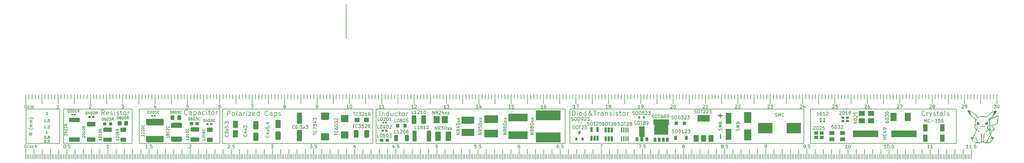
<source format=gbr>
%TF.GenerationSoftware,KiCad,Pcbnew,(5.1.10)-1*%
%TF.CreationDate,2021-08-04T21:52:32+08:00*%
%TF.ProjectId,__,3a502e6b-6963-4616-945f-706362585858,rev?*%
%TF.SameCoordinates,Original*%
%TF.FileFunction,Soldermask,Top*%
%TF.FilePolarity,Negative*%
%FSLAX46Y46*%
G04 Gerber Fmt 4.6, Leading zero omitted, Abs format (unit mm)*
G04 Created by KiCad (PCBNEW (5.1.10)-1) date 2021-08-04 21:52:32*
%MOMM*%
%LPD*%
G01*
G04 APERTURE LIST*
%ADD10C,0.150000*%
%ADD11C,0.200000*%
%ADD12C,0.300000*%
%ADD13C,0.010000*%
%ADD14R,1.950000X1.500000*%
%ADD15R,0.600000X0.500000*%
%ADD16R,1.900000X2.500000*%
%ADD17R,1.150000X1.000000*%
%ADD18R,0.900000X0.800000*%
%ADD19R,1.600000X1.300000*%
%ADD20R,1.320000X2.250000*%
%ADD21R,7.875000X2.000000*%
%ADD22C,0.100000*%
%ADD23R,1.500000X2.000000*%
%ADD24R,3.800000X2.000000*%
%ADD25R,0.900000X1.300000*%
%ADD26R,0.400000X1.560000*%
%ADD27R,0.650000X1.560000*%
%ADD28R,0.800000X0.900000*%
%ADD29R,4.500000X3.300000*%
%ADD30R,2.300000X3.500000*%
%ADD31R,1.800000X3.500000*%
%ADD32R,0.900000X1.200000*%
%ADD33R,1.000000X1.000000*%
%ADD34R,0.600000X0.700000*%
%ADD35R,0.360000X0.250000*%
%ADD36R,7.700000X3.100000*%
%ADD37R,5.900000X2.450000*%
%ADD38R,4.200000X2.400000*%
%ADD39R,3.900000X2.200000*%
%ADD40R,1.800000X2.900000*%
%ADD41R,1.825000X2.200000*%
%ADD42R,1.600000X2.200000*%
G04 APERTURE END LIST*
D10*
X261226000Y-40424000D02*
X306266000Y-40424000D01*
X261216000Y-29746000D02*
X306256000Y-29746000D01*
X306266000Y-29756000D02*
X306266000Y-40424000D01*
X261226000Y-29756000D02*
X261226000Y-40424000D01*
X262151714Y-35233619D02*
X262199333Y-35186000D01*
X262294571Y-35138380D01*
X262532666Y-35138380D01*
X262627904Y-35186000D01*
X262675523Y-35233619D01*
X262723142Y-35328857D01*
X262723142Y-35424095D01*
X262675523Y-35566952D01*
X262104095Y-36138380D01*
X262723142Y-36138380D01*
X263342190Y-35138380D02*
X263437428Y-35138380D01*
X263532666Y-35186000D01*
X263580285Y-35233619D01*
X263627904Y-35328857D01*
X263675523Y-35519333D01*
X263675523Y-35757428D01*
X263627904Y-35947904D01*
X263580285Y-36043142D01*
X263532666Y-36090761D01*
X263437428Y-36138380D01*
X263342190Y-36138380D01*
X263246952Y-36090761D01*
X263199333Y-36043142D01*
X263151714Y-35947904D01*
X263104095Y-35757428D01*
X263104095Y-35519333D01*
X263151714Y-35328857D01*
X263199333Y-35233619D01*
X263246952Y-35186000D01*
X263342190Y-35138380D01*
X264056476Y-35233619D02*
X264104095Y-35186000D01*
X264199333Y-35138380D01*
X264437428Y-35138380D01*
X264532666Y-35186000D01*
X264580285Y-35233619D01*
X264627904Y-35328857D01*
X264627904Y-35424095D01*
X264580285Y-35566952D01*
X264008857Y-36138380D01*
X264627904Y-36138380D01*
X265532666Y-35138380D02*
X265056476Y-35138380D01*
X265008857Y-35614571D01*
X265056476Y-35566952D01*
X265151714Y-35519333D01*
X265389809Y-35519333D01*
X265485047Y-35566952D01*
X265532666Y-35614571D01*
X265580285Y-35709809D01*
X265580285Y-35947904D01*
X265532666Y-36043142D01*
X265485047Y-36090761D01*
X265389809Y-36138380D01*
X265151714Y-36138380D01*
X265056476Y-36090761D01*
X265008857Y-36043142D01*
X270231714Y-30513619D02*
X270279333Y-30466000D01*
X270374571Y-30418380D01*
X270612666Y-30418380D01*
X270707904Y-30466000D01*
X270755523Y-30513619D01*
X270803142Y-30608857D01*
X270803142Y-30704095D01*
X270755523Y-30846952D01*
X270184095Y-31418380D01*
X270803142Y-31418380D01*
X271422190Y-30418380D02*
X271517428Y-30418380D01*
X271612666Y-30466000D01*
X271660285Y-30513619D01*
X271707904Y-30608857D01*
X271755523Y-30799333D01*
X271755523Y-31037428D01*
X271707904Y-31227904D01*
X271660285Y-31323142D01*
X271612666Y-31370761D01*
X271517428Y-31418380D01*
X271422190Y-31418380D01*
X271326952Y-31370761D01*
X271279333Y-31323142D01*
X271231714Y-31227904D01*
X271184095Y-31037428D01*
X271184095Y-30799333D01*
X271231714Y-30608857D01*
X271279333Y-30513619D01*
X271326952Y-30466000D01*
X271422190Y-30418380D01*
X272707904Y-31418380D02*
X272136476Y-31418380D01*
X272422190Y-31418380D02*
X272422190Y-30418380D01*
X272326952Y-30561238D01*
X272231714Y-30656476D01*
X272136476Y-30704095D01*
X273565047Y-30418380D02*
X273374571Y-30418380D01*
X273279333Y-30466000D01*
X273231714Y-30513619D01*
X273136476Y-30656476D01*
X273088857Y-30846952D01*
X273088857Y-31227904D01*
X273136476Y-31323142D01*
X273184095Y-31370761D01*
X273279333Y-31418380D01*
X273469809Y-31418380D01*
X273565047Y-31370761D01*
X273612666Y-31323142D01*
X273660285Y-31227904D01*
X273660285Y-30989809D01*
X273612666Y-30894571D01*
X273565047Y-30846952D01*
X273469809Y-30799333D01*
X273279333Y-30799333D01*
X273184095Y-30846952D01*
X273136476Y-30894571D01*
X273088857Y-30989809D01*
X284348380Y-33554095D02*
X284348380Y-33744571D01*
X284396000Y-33839809D01*
X284443619Y-33887428D01*
X284586476Y-33982666D01*
X284776952Y-34030285D01*
X285157904Y-34030285D01*
X285253142Y-33982666D01*
X285300761Y-33935047D01*
X285348380Y-33839809D01*
X285348380Y-33649333D01*
X285300761Y-33554095D01*
X285253142Y-33506476D01*
X285157904Y-33458857D01*
X284919809Y-33458857D01*
X284824571Y-33506476D01*
X284776952Y-33554095D01*
X284729333Y-33649333D01*
X284729333Y-33839809D01*
X284776952Y-33935047D01*
X284824571Y-33982666D01*
X284919809Y-34030285D01*
X284348380Y-32839809D02*
X284348380Y-32744571D01*
X284396000Y-32649333D01*
X284443619Y-32601714D01*
X284538857Y-32554095D01*
X284729333Y-32506476D01*
X284967428Y-32506476D01*
X285157904Y-32554095D01*
X285253142Y-32601714D01*
X285300761Y-32649333D01*
X285348380Y-32744571D01*
X285348380Y-32839809D01*
X285300761Y-32935047D01*
X285253142Y-32982666D01*
X285157904Y-33030285D01*
X284967428Y-33077904D01*
X284729333Y-33077904D01*
X284538857Y-33030285D01*
X284443619Y-32982666D01*
X284396000Y-32935047D01*
X284348380Y-32839809D01*
X284348380Y-32173142D02*
X284348380Y-31554095D01*
X284729333Y-31887428D01*
X284729333Y-31744571D01*
X284776952Y-31649333D01*
X284824571Y-31601714D01*
X284919809Y-31554095D01*
X285157904Y-31554095D01*
X285253142Y-31601714D01*
X285300761Y-31649333D01*
X285348380Y-31744571D01*
X285348380Y-32030285D01*
X285300761Y-32125523D01*
X285253142Y-32173142D01*
X284348380Y-30649333D02*
X284348380Y-31125523D01*
X284824571Y-31173142D01*
X284776952Y-31125523D01*
X284729333Y-31030285D01*
X284729333Y-30792190D01*
X284776952Y-30696952D01*
X284824571Y-30649333D01*
X284919809Y-30601714D01*
X285157904Y-30601714D01*
X285253142Y-30649333D01*
X285300761Y-30696952D01*
X285348380Y-30792190D01*
X285348380Y-31030285D01*
X285300761Y-31125523D01*
X285253142Y-31173142D01*
X296435047Y-33878380D02*
X296435047Y-32878380D01*
X296768380Y-33592666D01*
X297101714Y-32878380D01*
X297101714Y-33878380D01*
X298149333Y-33783142D02*
X298101714Y-33830761D01*
X297958857Y-33878380D01*
X297863619Y-33878380D01*
X297720761Y-33830761D01*
X297625523Y-33735523D01*
X297577904Y-33640285D01*
X297530285Y-33449809D01*
X297530285Y-33306952D01*
X297577904Y-33116476D01*
X297625523Y-33021238D01*
X297720761Y-32926000D01*
X297863619Y-32878380D01*
X297958857Y-32878380D01*
X298101714Y-32926000D01*
X298149333Y-32973619D01*
X298577904Y-33497428D02*
X299339809Y-33497428D01*
X300339809Y-33878380D02*
X299768380Y-33878380D01*
X300054095Y-33878380D02*
X300054095Y-32878380D01*
X299958857Y-33021238D01*
X299863619Y-33116476D01*
X299768380Y-33164095D01*
X301244571Y-32878380D02*
X300768380Y-32878380D01*
X300720761Y-33354571D01*
X300768380Y-33306952D01*
X300863619Y-33259333D01*
X301101714Y-33259333D01*
X301196952Y-33306952D01*
X301244571Y-33354571D01*
X301292190Y-33449809D01*
X301292190Y-33687904D01*
X301244571Y-33783142D01*
X301196952Y-33830761D01*
X301101714Y-33878380D01*
X300863619Y-33878380D01*
X300768380Y-33830761D01*
X300720761Y-33783142D01*
X302149333Y-32878380D02*
X301958857Y-32878380D01*
X301863619Y-32926000D01*
X301816000Y-32973619D01*
X301720761Y-33116476D01*
X301673142Y-33306952D01*
X301673142Y-33687904D01*
X301720761Y-33783142D01*
X301768380Y-33830761D01*
X301863619Y-33878380D01*
X302054095Y-33878380D01*
X302149333Y-33830761D01*
X302196952Y-33783142D01*
X302244571Y-33687904D01*
X302244571Y-33449809D01*
X302196952Y-33354571D01*
X302149333Y-33306952D01*
X302054095Y-33259333D01*
X301863619Y-33259333D01*
X301768380Y-33306952D01*
X301720761Y-33354571D01*
X301673142Y-33449809D01*
X284668380Y-39154095D02*
X283668380Y-39154095D01*
X284144571Y-39154095D02*
X284144571Y-38582666D01*
X284668380Y-38582666D02*
X283668380Y-38582666D01*
X284573142Y-37535047D02*
X284620761Y-37582666D01*
X284668380Y-37725523D01*
X284668380Y-37820761D01*
X284620761Y-37963619D01*
X284525523Y-38058857D01*
X284430285Y-38106476D01*
X284239809Y-38154095D01*
X284096952Y-38154095D01*
X283906476Y-38106476D01*
X283811238Y-38058857D01*
X283716000Y-37963619D01*
X283668380Y-37820761D01*
X283668380Y-37725523D01*
X283716000Y-37582666D01*
X283763619Y-37535047D01*
X284001714Y-36677904D02*
X284668380Y-36677904D01*
X283620761Y-36916000D02*
X284335047Y-37154095D01*
X284335047Y-36535047D01*
X284668380Y-36106476D02*
X284668380Y-35916000D01*
X284620761Y-35820761D01*
X284573142Y-35773142D01*
X284430285Y-35677904D01*
X284239809Y-35630285D01*
X283858857Y-35630285D01*
X283763619Y-35677904D01*
X283716000Y-35725523D01*
X283668380Y-35820761D01*
X283668380Y-36011238D01*
X283716000Y-36106476D01*
X283763619Y-36154095D01*
X283858857Y-36201714D01*
X284096952Y-36201714D01*
X284192190Y-36154095D01*
X284239809Y-36106476D01*
X284287428Y-36011238D01*
X284287428Y-35820761D01*
X284239809Y-35725523D01*
X284192190Y-35677904D01*
X284096952Y-35630285D01*
X274931714Y-33754095D02*
X275598380Y-33754095D01*
X274550761Y-33992190D02*
X275265047Y-34230285D01*
X275265047Y-33611238D01*
X274598380Y-33039809D02*
X274598380Y-32944571D01*
X274646000Y-32849333D01*
X274693619Y-32801714D01*
X274788857Y-32754095D01*
X274979333Y-32706476D01*
X275217428Y-32706476D01*
X275407904Y-32754095D01*
X275503142Y-32801714D01*
X275550761Y-32849333D01*
X275598380Y-32944571D01*
X275598380Y-33039809D01*
X275550761Y-33135047D01*
X275503142Y-33182666D01*
X275407904Y-33230285D01*
X275217428Y-33277904D01*
X274979333Y-33277904D01*
X274788857Y-33230285D01*
X274693619Y-33182666D01*
X274646000Y-33135047D01*
X274598380Y-33039809D01*
X274693619Y-32325523D02*
X274646000Y-32277904D01*
X274598380Y-32182666D01*
X274598380Y-31944571D01*
X274646000Y-31849333D01*
X274693619Y-31801714D01*
X274788857Y-31754095D01*
X274884095Y-31754095D01*
X275026952Y-31801714D01*
X275598380Y-32373142D01*
X275598380Y-31754095D01*
X274598380Y-30849333D02*
X274598380Y-31325523D01*
X275074571Y-31373142D01*
X275026952Y-31325523D01*
X274979333Y-31230285D01*
X274979333Y-30992190D01*
X275026952Y-30896952D01*
X275074571Y-30849333D01*
X275169809Y-30801714D01*
X275407904Y-30801714D01*
X275503142Y-30849333D01*
X275550761Y-30896952D01*
X275598380Y-30992190D01*
X275598380Y-31230285D01*
X275550761Y-31325523D01*
X275503142Y-31373142D01*
X268325523Y-34838380D02*
X267849333Y-34838380D01*
X267801714Y-35314571D01*
X267849333Y-35266952D01*
X267944571Y-35219333D01*
X268182666Y-35219333D01*
X268277904Y-35266952D01*
X268325523Y-35314571D01*
X268373142Y-35409809D01*
X268373142Y-35647904D01*
X268325523Y-35743142D01*
X268277904Y-35790761D01*
X268182666Y-35838380D01*
X267944571Y-35838380D01*
X267849333Y-35790761D01*
X267801714Y-35743142D01*
X268992190Y-34838380D02*
X269087428Y-34838380D01*
X269182666Y-34886000D01*
X269230285Y-34933619D01*
X269277904Y-35028857D01*
X269325523Y-35219333D01*
X269325523Y-35457428D01*
X269277904Y-35647904D01*
X269230285Y-35743142D01*
X269182666Y-35790761D01*
X269087428Y-35838380D01*
X268992190Y-35838380D01*
X268896952Y-35790761D01*
X268849333Y-35743142D01*
X268801714Y-35647904D01*
X268754095Y-35457428D01*
X268754095Y-35219333D01*
X268801714Y-35028857D01*
X268849333Y-34933619D01*
X268896952Y-34886000D01*
X268992190Y-34838380D01*
X269658857Y-34838380D02*
X270277904Y-34838380D01*
X269944571Y-35219333D01*
X270087428Y-35219333D01*
X270182666Y-35266952D01*
X270230285Y-35314571D01*
X270277904Y-35409809D01*
X270277904Y-35647904D01*
X270230285Y-35743142D01*
X270182666Y-35790761D01*
X270087428Y-35838380D01*
X269801714Y-35838380D01*
X269706476Y-35790761D01*
X269658857Y-35743142D01*
X270658857Y-34933619D02*
X270706476Y-34886000D01*
X270801714Y-34838380D01*
X271039809Y-34838380D01*
X271135047Y-34886000D01*
X271182666Y-34933619D01*
X271230285Y-35028857D01*
X271230285Y-35124095D01*
X271182666Y-35266952D01*
X270611238Y-35838380D01*
X271230285Y-35838380D01*
X263823142Y-31688380D02*
X263251714Y-31688380D01*
X263537428Y-31688380D02*
X263537428Y-30688380D01*
X263442190Y-30831238D01*
X263346952Y-30926476D01*
X263251714Y-30974095D01*
X264680285Y-30688380D02*
X264489809Y-30688380D01*
X264394571Y-30736000D01*
X264346952Y-30783619D01*
X264251714Y-30926476D01*
X264204095Y-31116952D01*
X264204095Y-31497904D01*
X264251714Y-31593142D01*
X264299333Y-31640761D01*
X264394571Y-31688380D01*
X264585047Y-31688380D01*
X264680285Y-31640761D01*
X264727904Y-31593142D01*
X264775523Y-31497904D01*
X264775523Y-31259809D01*
X264727904Y-31164571D01*
X264680285Y-31116952D01*
X264585047Y-31069333D01*
X264394571Y-31069333D01*
X264299333Y-31116952D01*
X264251714Y-31164571D01*
X264204095Y-31259809D01*
X265727904Y-31688380D02*
X265156476Y-31688380D01*
X265442190Y-31688380D02*
X265442190Y-30688380D01*
X265346952Y-30831238D01*
X265251714Y-30926476D01*
X265156476Y-30974095D01*
X266108857Y-30783619D02*
X266156476Y-30736000D01*
X266251714Y-30688380D01*
X266489809Y-30688380D01*
X266585047Y-30736000D01*
X266632666Y-30783619D01*
X266680285Y-30878857D01*
X266680285Y-30974095D01*
X266632666Y-31116952D01*
X266061238Y-31688380D01*
X266680285Y-31688380D01*
D11*
X296580285Y-31641714D02*
X296508857Y-31713142D01*
X296294571Y-31784571D01*
X296151714Y-31784571D01*
X295937428Y-31713142D01*
X295794571Y-31570285D01*
X295723142Y-31427428D01*
X295651714Y-31141714D01*
X295651714Y-30927428D01*
X295723142Y-30641714D01*
X295794571Y-30498857D01*
X295937428Y-30356000D01*
X296151714Y-30284571D01*
X296294571Y-30284571D01*
X296508857Y-30356000D01*
X296580285Y-30427428D01*
X297223142Y-31784571D02*
X297223142Y-30784571D01*
X297223142Y-31070285D02*
X297294571Y-30927428D01*
X297366000Y-30856000D01*
X297508857Y-30784571D01*
X297651714Y-30784571D01*
X298008857Y-30784571D02*
X298366000Y-31784571D01*
X298723142Y-30784571D02*
X298366000Y-31784571D01*
X298223142Y-32141714D01*
X298151714Y-32213142D01*
X298008857Y-32284571D01*
X299223142Y-31713142D02*
X299366000Y-31784571D01*
X299651714Y-31784571D01*
X299794571Y-31713142D01*
X299866000Y-31570285D01*
X299866000Y-31498857D01*
X299794571Y-31356000D01*
X299651714Y-31284571D01*
X299437428Y-31284571D01*
X299294571Y-31213142D01*
X299223142Y-31070285D01*
X299223142Y-30998857D01*
X299294571Y-30856000D01*
X299437428Y-30784571D01*
X299651714Y-30784571D01*
X299794571Y-30856000D01*
X300294571Y-30784571D02*
X300866000Y-30784571D01*
X300508857Y-30284571D02*
X300508857Y-31570285D01*
X300580285Y-31713142D01*
X300723142Y-31784571D01*
X300866000Y-31784571D01*
X302008857Y-31784571D02*
X302008857Y-30998857D01*
X301937428Y-30856000D01*
X301794571Y-30784571D01*
X301508857Y-30784571D01*
X301366000Y-30856000D01*
X302008857Y-31713142D02*
X301866000Y-31784571D01*
X301508857Y-31784571D01*
X301366000Y-31713142D01*
X301294571Y-31570285D01*
X301294571Y-31427428D01*
X301366000Y-31284571D01*
X301508857Y-31213142D01*
X301866000Y-31213142D01*
X302008857Y-31141714D01*
X302937428Y-31784571D02*
X302794571Y-31713142D01*
X302723142Y-31570285D01*
X302723142Y-30284571D01*
X303437428Y-31713142D02*
X303580285Y-31784571D01*
X303866000Y-31784571D01*
X304008857Y-31713142D01*
X304080285Y-31570285D01*
X304080285Y-31498857D01*
X304008857Y-31356000D01*
X303866000Y-31284571D01*
X303651714Y-31284571D01*
X303508857Y-31213142D01*
X303437428Y-31070285D01*
X303437428Y-30998857D01*
X303508857Y-30856000D01*
X303651714Y-30784571D01*
X303866000Y-30784571D01*
X304008857Y-30856000D01*
X317986476Y-28458380D02*
X318605523Y-28458380D01*
X318272190Y-28839333D01*
X318415047Y-28839333D01*
X318510285Y-28886952D01*
X318557904Y-28934571D01*
X318605523Y-29029809D01*
X318605523Y-29267904D01*
X318557904Y-29363142D01*
X318510285Y-29410761D01*
X318415047Y-29458380D01*
X318129333Y-29458380D01*
X318034095Y-29410761D01*
X317986476Y-29363142D01*
X319224571Y-28458380D02*
X319319809Y-28458380D01*
X319415047Y-28506000D01*
X319462666Y-28553619D01*
X319510285Y-28648857D01*
X319557904Y-28839333D01*
X319557904Y-29077428D01*
X319510285Y-29267904D01*
X319462666Y-29363142D01*
X319415047Y-29410761D01*
X319319809Y-29458380D01*
X319224571Y-29458380D01*
X319129333Y-29410761D01*
X319081714Y-29363142D01*
X319034095Y-29267904D01*
X318986476Y-29077428D01*
X318986476Y-28839333D01*
X319034095Y-28648857D01*
X319081714Y-28553619D01*
X319129333Y-28506000D01*
X319224571Y-28458380D01*
X308034095Y-28553619D02*
X308081714Y-28506000D01*
X308176952Y-28458380D01*
X308415047Y-28458380D01*
X308510285Y-28506000D01*
X308557904Y-28553619D01*
X308605523Y-28648857D01*
X308605523Y-28744095D01*
X308557904Y-28886952D01*
X307986476Y-29458380D01*
X308605523Y-29458380D01*
X309081714Y-29458380D02*
X309272190Y-29458380D01*
X309367428Y-29410761D01*
X309415047Y-29363142D01*
X309510285Y-29220285D01*
X309557904Y-29029809D01*
X309557904Y-28648857D01*
X309510285Y-28553619D01*
X309462666Y-28506000D01*
X309367428Y-28458380D01*
X309176952Y-28458380D01*
X309081714Y-28506000D01*
X309034095Y-28553619D01*
X308986476Y-28648857D01*
X308986476Y-28886952D01*
X309034095Y-28982190D01*
X309081714Y-29029809D01*
X309176952Y-29077428D01*
X309367428Y-29077428D01*
X309462666Y-29029809D01*
X309510285Y-28982190D01*
X309557904Y-28886952D01*
X298034095Y-28553619D02*
X298081714Y-28506000D01*
X298176952Y-28458380D01*
X298415047Y-28458380D01*
X298510285Y-28506000D01*
X298557904Y-28553619D01*
X298605523Y-28648857D01*
X298605523Y-28744095D01*
X298557904Y-28886952D01*
X297986476Y-29458380D01*
X298605523Y-29458380D01*
X299176952Y-28886952D02*
X299081714Y-28839333D01*
X299034095Y-28791714D01*
X298986476Y-28696476D01*
X298986476Y-28648857D01*
X299034095Y-28553619D01*
X299081714Y-28506000D01*
X299176952Y-28458380D01*
X299367428Y-28458380D01*
X299462666Y-28506000D01*
X299510285Y-28553619D01*
X299557904Y-28648857D01*
X299557904Y-28696476D01*
X299510285Y-28791714D01*
X299462666Y-28839333D01*
X299367428Y-28886952D01*
X299176952Y-28886952D01*
X299081714Y-28934571D01*
X299034095Y-28982190D01*
X298986476Y-29077428D01*
X298986476Y-29267904D01*
X299034095Y-29363142D01*
X299081714Y-29410761D01*
X299176952Y-29458380D01*
X299367428Y-29458380D01*
X299462666Y-29410761D01*
X299510285Y-29363142D01*
X299557904Y-29267904D01*
X299557904Y-29077428D01*
X299510285Y-28982190D01*
X299462666Y-28934571D01*
X299367428Y-28886952D01*
X288034095Y-28553619D02*
X288081714Y-28506000D01*
X288176952Y-28458380D01*
X288415047Y-28458380D01*
X288510285Y-28506000D01*
X288557904Y-28553619D01*
X288605523Y-28648857D01*
X288605523Y-28744095D01*
X288557904Y-28886952D01*
X287986476Y-29458380D01*
X288605523Y-29458380D01*
X288938857Y-28458380D02*
X289605523Y-28458380D01*
X289176952Y-29458380D01*
X278034095Y-28553619D02*
X278081714Y-28506000D01*
X278176952Y-28458380D01*
X278415047Y-28458380D01*
X278510285Y-28506000D01*
X278557904Y-28553619D01*
X278605523Y-28648857D01*
X278605523Y-28744095D01*
X278557904Y-28886952D01*
X277986476Y-29458380D01*
X278605523Y-29458380D01*
X279462666Y-28458380D02*
X279272190Y-28458380D01*
X279176952Y-28506000D01*
X279129333Y-28553619D01*
X279034095Y-28696476D01*
X278986476Y-28886952D01*
X278986476Y-29267904D01*
X279034095Y-29363142D01*
X279081714Y-29410761D01*
X279176952Y-29458380D01*
X279367428Y-29458380D01*
X279462666Y-29410761D01*
X279510285Y-29363142D01*
X279557904Y-29267904D01*
X279557904Y-29029809D01*
X279510285Y-28934571D01*
X279462666Y-28886952D01*
X279367428Y-28839333D01*
X279176952Y-28839333D01*
X279081714Y-28886952D01*
X279034095Y-28934571D01*
X278986476Y-29029809D01*
X309991238Y-41854380D02*
X309419809Y-41854380D01*
X309705523Y-41854380D02*
X309705523Y-40854380D01*
X309610285Y-40997238D01*
X309515047Y-41092476D01*
X309419809Y-41140095D01*
X310943619Y-41854380D02*
X310372190Y-41854380D01*
X310657904Y-41854380D02*
X310657904Y-40854380D01*
X310562666Y-40997238D01*
X310467428Y-41092476D01*
X310372190Y-41140095D01*
X311372190Y-41759142D02*
X311419809Y-41806761D01*
X311372190Y-41854380D01*
X311324571Y-41806761D01*
X311372190Y-41759142D01*
X311372190Y-41854380D01*
X312324571Y-40854380D02*
X311848380Y-40854380D01*
X311800761Y-41330571D01*
X311848380Y-41282952D01*
X311943619Y-41235333D01*
X312181714Y-41235333D01*
X312276952Y-41282952D01*
X312324571Y-41330571D01*
X312372190Y-41425809D01*
X312372190Y-41663904D01*
X312324571Y-41759142D01*
X312276952Y-41806761D01*
X312181714Y-41854380D01*
X311943619Y-41854380D01*
X311848380Y-41806761D01*
X311800761Y-41759142D01*
X298005523Y-41854380D02*
X297434095Y-41854380D01*
X297719809Y-41854380D02*
X297719809Y-40854380D01*
X297624571Y-40997238D01*
X297529333Y-41092476D01*
X297434095Y-41140095D01*
X298957904Y-41854380D02*
X298386476Y-41854380D01*
X298672190Y-41854380D02*
X298672190Y-40854380D01*
X298576952Y-40997238D01*
X298481714Y-41092476D01*
X298386476Y-41140095D01*
X284591238Y-41854380D02*
X284019809Y-41854380D01*
X284305523Y-41854380D02*
X284305523Y-40854380D01*
X284210285Y-40997238D01*
X284115047Y-41092476D01*
X284019809Y-41140095D01*
X285210285Y-40854380D02*
X285305523Y-40854380D01*
X285400761Y-40902000D01*
X285448380Y-40949619D01*
X285496000Y-41044857D01*
X285543619Y-41235333D01*
X285543619Y-41473428D01*
X285496000Y-41663904D01*
X285448380Y-41759142D01*
X285400761Y-41806761D01*
X285305523Y-41854380D01*
X285210285Y-41854380D01*
X285115047Y-41806761D01*
X285067428Y-41759142D01*
X285019809Y-41663904D01*
X284972190Y-41473428D01*
X284972190Y-41235333D01*
X285019809Y-41044857D01*
X285067428Y-40949619D01*
X285115047Y-40902000D01*
X285210285Y-40854380D01*
X285972190Y-41759142D02*
X286019809Y-41806761D01*
X285972190Y-41854380D01*
X285924571Y-41806761D01*
X285972190Y-41759142D01*
X285972190Y-41854380D01*
X286924571Y-40854380D02*
X286448380Y-40854380D01*
X286400761Y-41330571D01*
X286448380Y-41282952D01*
X286543619Y-41235333D01*
X286781714Y-41235333D01*
X286876952Y-41282952D01*
X286924571Y-41330571D01*
X286972190Y-41425809D01*
X286972190Y-41663904D01*
X286924571Y-41759142D01*
X286876952Y-41806761D01*
X286781714Y-41854380D01*
X286543619Y-41854380D01*
X286448380Y-41806761D01*
X286400761Y-41759142D01*
X272605523Y-41848380D02*
X272034095Y-41848380D01*
X272319809Y-41848380D02*
X272319809Y-40848380D01*
X272224571Y-40991238D01*
X272129333Y-41086476D01*
X272034095Y-41134095D01*
X273224571Y-40848380D02*
X273319809Y-40848380D01*
X273415047Y-40896000D01*
X273462666Y-40943619D01*
X273510285Y-41038857D01*
X273557904Y-41229333D01*
X273557904Y-41467428D01*
X273510285Y-41657904D01*
X273462666Y-41753142D01*
X273415047Y-41800761D01*
X273319809Y-41848380D01*
X273224571Y-41848380D01*
X273129333Y-41800761D01*
X273081714Y-41753142D01*
X273034095Y-41657904D01*
X272986476Y-41467428D01*
X272986476Y-41229333D01*
X273034095Y-41038857D01*
X273081714Y-40943619D01*
X273129333Y-40896000D01*
X273224571Y-40848380D01*
X309880000Y-43688000D02*
X309880000Y-45188000D01*
X308864000Y-43688000D02*
X308864000Y-45188000D01*
X301244000Y-43688000D02*
X301244000Y-45188000D01*
X307848000Y-43688000D02*
X307848000Y-45188000D01*
X307340000Y-43688000D02*
X307340000Y-45188000D01*
X303784000Y-43688000D02*
X303784000Y-45188000D01*
X299196000Y-43688000D02*
X299196000Y-45188000D01*
X299720000Y-43688000D02*
X299720000Y-45188000D01*
X302768000Y-43688000D02*
X302768000Y-45188000D01*
X301736000Y-43688000D02*
X301736000Y-45188000D01*
X309356000Y-43688000D02*
X309356000Y-45188000D01*
X306324000Y-43688000D02*
X306324000Y-45188000D01*
X310388000Y-43688000D02*
X310388000Y-45188000D01*
X303276000Y-42206000D02*
X303276000Y-45206000D01*
X305816000Y-42206000D02*
X305816000Y-45206000D01*
X308356000Y-42206000D02*
X308356000Y-45206000D01*
X304276000Y-43688000D02*
X304276000Y-45188000D01*
X305308000Y-43688000D02*
X305308000Y-45188000D01*
X304800000Y-43688000D02*
X304800000Y-45188000D01*
X298704000Y-43688000D02*
X298704000Y-45188000D01*
X306816000Y-43688000D02*
X306816000Y-45188000D01*
X302260000Y-43688000D02*
X302260000Y-45188000D01*
X300736000Y-42206000D02*
X300736000Y-45206000D01*
X300228000Y-43688000D02*
X300228000Y-45188000D01*
X310896000Y-42206000D02*
X310896000Y-45206000D01*
X297180000Y-43688000D02*
X297180000Y-45188000D01*
X296164000Y-43688000D02*
X296164000Y-45188000D01*
X288544000Y-43688000D02*
X288544000Y-45188000D01*
X294640000Y-43688000D02*
X294640000Y-45188000D01*
X295148000Y-43688000D02*
X295148000Y-45188000D01*
X289560000Y-43688000D02*
X289560000Y-45188000D01*
X288036000Y-42206000D02*
X288036000Y-45206000D01*
X291576000Y-43688000D02*
X291576000Y-45188000D01*
X297688000Y-43688000D02*
X297688000Y-45188000D01*
X290576000Y-42206000D02*
X290576000Y-45206000D01*
X293116000Y-42206000D02*
X293116000Y-45206000D01*
X292608000Y-43688000D02*
X292608000Y-45188000D01*
X287528000Y-43688000D02*
X287528000Y-45188000D01*
X286004000Y-43688000D02*
X286004000Y-45188000D01*
X292100000Y-43688000D02*
X292100000Y-45188000D01*
X295656000Y-42206000D02*
X295656000Y-45206000D01*
X291084000Y-43688000D02*
X291084000Y-45188000D01*
X287020000Y-43688000D02*
X287020000Y-45188000D01*
X290068000Y-43688000D02*
X290068000Y-45188000D01*
X286496000Y-43688000D02*
X286496000Y-45188000D01*
X289036000Y-43688000D02*
X289036000Y-45188000D01*
X298196000Y-42206000D02*
X298196000Y-45206000D01*
X296656000Y-43688000D02*
X296656000Y-45188000D01*
X294116000Y-43688000D02*
X294116000Y-45188000D01*
X293624000Y-43688000D02*
X293624000Y-45188000D01*
X284480000Y-43688000D02*
X284480000Y-45188000D01*
X273304000Y-43688000D02*
X273304000Y-45188000D01*
X278384000Y-43688000D02*
X278384000Y-45188000D01*
X275844000Y-43688000D02*
X275844000Y-45188000D01*
X277368000Y-43688000D02*
X277368000Y-45188000D01*
X281940000Y-43688000D02*
X281940000Y-45188000D01*
X279400000Y-43688000D02*
X279400000Y-45188000D01*
X276336000Y-43688000D02*
X276336000Y-45188000D01*
X280924000Y-43688000D02*
X280924000Y-45188000D01*
X282448000Y-43688000D02*
X282448000Y-45188000D01*
X276860000Y-43688000D02*
X276860000Y-45188000D01*
X274320000Y-43688000D02*
X274320000Y-45188000D01*
X273796000Y-43688000D02*
X273796000Y-45188000D01*
X283956000Y-43688000D02*
X283956000Y-45188000D01*
X283464000Y-43688000D02*
X283464000Y-45188000D01*
X275336000Y-42206000D02*
X275336000Y-45206000D01*
X284988000Y-43688000D02*
X284988000Y-45188000D01*
X277876000Y-42206000D02*
X277876000Y-45206000D01*
X280416000Y-42206000D02*
X280416000Y-45206000D01*
X279908000Y-43688000D02*
X279908000Y-45188000D01*
X282956000Y-42206000D02*
X282956000Y-45206000D01*
X278876000Y-43688000D02*
X278876000Y-45188000D01*
X274828000Y-43688000D02*
X274828000Y-45188000D01*
X285496000Y-42206000D02*
X285496000Y-45206000D01*
X281416000Y-43688000D02*
X281416000Y-45188000D01*
X260604000Y-43688000D02*
X260604000Y-45188000D01*
X266176000Y-43688000D02*
X266176000Y-45188000D01*
X263144000Y-43688000D02*
X263144000Y-45188000D01*
X264668000Y-43688000D02*
X264668000Y-45188000D01*
X269240000Y-43688000D02*
X269240000Y-45188000D01*
X266700000Y-43688000D02*
X266700000Y-45188000D01*
X263636000Y-43688000D02*
X263636000Y-45188000D01*
X272796000Y-42206000D02*
X272796000Y-45206000D01*
X261096000Y-43688000D02*
X261096000Y-45188000D01*
X268716000Y-43688000D02*
X268716000Y-45188000D01*
X271256000Y-43688000D02*
X271256000Y-45188000D01*
X262128000Y-43688000D02*
X262128000Y-45188000D01*
X262636000Y-42206000D02*
X262636000Y-45206000D01*
X270256000Y-42206000D02*
X270256000Y-45206000D01*
X272288000Y-43688000D02*
X272288000Y-45188000D01*
X265176000Y-42206000D02*
X265176000Y-45206000D01*
X270764000Y-43688000D02*
X270764000Y-45188000D01*
X271780000Y-43688000D02*
X271780000Y-45188000D01*
X268224000Y-43688000D02*
X268224000Y-45188000D01*
X269748000Y-43688000D02*
X269748000Y-45188000D01*
X264160000Y-43688000D02*
X264160000Y-45188000D01*
X265684000Y-43688000D02*
X265684000Y-45188000D01*
X267208000Y-43688000D02*
X267208000Y-45188000D01*
X261620000Y-43688000D02*
X261620000Y-45188000D01*
X267716000Y-42206000D02*
X267716000Y-45206000D01*
X310796000Y-25146000D02*
X310796000Y-26646000D01*
X316796000Y-25146000D02*
X316796000Y-26646000D01*
X317796000Y-25146000D02*
X317796000Y-26646000D01*
X318796000Y-25146000D02*
X318796000Y-28146000D01*
X311796000Y-25146000D02*
X311796000Y-26646000D01*
X312796000Y-25146000D02*
X312796000Y-26646000D01*
X314796000Y-25146000D02*
X314796000Y-26646000D01*
X313796000Y-25146000D02*
X313796000Y-28146000D01*
X315796000Y-25146000D02*
X315796000Y-26646000D01*
X309796000Y-25146000D02*
X309796000Y-26646000D01*
X305796000Y-25146000D02*
X305796000Y-26646000D01*
X306796000Y-25146000D02*
X306796000Y-26646000D01*
X303796000Y-25146000D02*
X303796000Y-28146000D01*
X304796000Y-25146000D02*
X304796000Y-26646000D01*
X301796000Y-25146000D02*
X301796000Y-26646000D01*
X302796000Y-25146000D02*
X302796000Y-26646000D01*
X307796000Y-25146000D02*
X307796000Y-26646000D01*
X300796000Y-25146000D02*
X300796000Y-26646000D01*
X308796000Y-25146000D02*
X308796000Y-28146000D01*
X299796000Y-25146000D02*
X299796000Y-26646000D01*
X289796000Y-25146000D02*
X289796000Y-26646000D01*
X297796000Y-25146000D02*
X297796000Y-26646000D01*
X296796000Y-25146000D02*
X296796000Y-26646000D01*
X290796000Y-25146000D02*
X290796000Y-26646000D01*
X293796000Y-25146000D02*
X293796000Y-28146000D01*
X294796000Y-25146000D02*
X294796000Y-26646000D01*
X291796000Y-25146000D02*
X291796000Y-26646000D01*
X295796000Y-25146000D02*
X295796000Y-26646000D01*
X292796000Y-25146000D02*
X292796000Y-26646000D01*
X298796000Y-25146000D02*
X298796000Y-28146000D01*
X288796000Y-25146000D02*
X288796000Y-28146000D01*
X283796000Y-25146000D02*
X283796000Y-28146000D01*
X281796000Y-25146000D02*
X281796000Y-26646000D01*
X284796000Y-25146000D02*
X284796000Y-26646000D01*
X285796000Y-25146000D02*
X285796000Y-26646000D01*
X287796000Y-25146000D02*
X287796000Y-26646000D01*
X279796000Y-25146000D02*
X279796000Y-26646000D01*
X282796000Y-25146000D02*
X282796000Y-26646000D01*
X286796000Y-25146000D02*
X286796000Y-26646000D01*
X280796000Y-25146000D02*
X280796000Y-26646000D01*
X278796000Y-25146000D02*
X278796000Y-28146000D01*
X273796000Y-25146000D02*
X273796000Y-28146000D01*
X274796000Y-25146000D02*
X274796000Y-26646000D01*
X269796000Y-25146000D02*
X269796000Y-26646000D01*
X276796000Y-25146000D02*
X276796000Y-26646000D01*
X270796000Y-25146000D02*
X270796000Y-26646000D01*
X271796000Y-25146000D02*
X271796000Y-26646000D01*
X275796000Y-25146000D02*
X275796000Y-26646000D01*
X272796000Y-25146000D02*
X272796000Y-26646000D01*
X277796000Y-25146000D02*
X277796000Y-26646000D01*
D12*
X233373142Y-32387428D02*
X233373142Y-31244571D01*
X233944571Y-31816000D02*
X232801714Y-31816000D01*
X233493142Y-38817428D02*
X233493142Y-37674571D01*
D10*
X225386952Y-31010761D02*
X225529809Y-31058380D01*
X225767904Y-31058380D01*
X225863142Y-31010761D01*
X225910761Y-30963142D01*
X225958380Y-30867904D01*
X225958380Y-30772666D01*
X225910761Y-30677428D01*
X225863142Y-30629809D01*
X225767904Y-30582190D01*
X225577428Y-30534571D01*
X225482190Y-30486952D01*
X225434571Y-30439333D01*
X225386952Y-30344095D01*
X225386952Y-30248857D01*
X225434571Y-30153619D01*
X225482190Y-30106000D01*
X225577428Y-30058380D01*
X225815523Y-30058380D01*
X225958380Y-30106000D01*
X226577428Y-30058380D02*
X226767904Y-30058380D01*
X226863142Y-30106000D01*
X226958380Y-30201238D01*
X227006000Y-30391714D01*
X227006000Y-30725047D01*
X226958380Y-30915523D01*
X226863142Y-31010761D01*
X226767904Y-31058380D01*
X226577428Y-31058380D01*
X226482190Y-31010761D01*
X226386952Y-30915523D01*
X226339333Y-30725047D01*
X226339333Y-30391714D01*
X226386952Y-30201238D01*
X226482190Y-30106000D01*
X226577428Y-30058380D01*
X227291714Y-30058380D02*
X227863142Y-30058380D01*
X227577428Y-31058380D02*
X227577428Y-30058380D01*
X228148857Y-30153619D02*
X228196476Y-30106000D01*
X228291714Y-30058380D01*
X228529809Y-30058380D01*
X228625047Y-30106000D01*
X228672666Y-30153619D01*
X228720285Y-30248857D01*
X228720285Y-30344095D01*
X228672666Y-30486952D01*
X228101238Y-31058380D01*
X228720285Y-31058380D01*
X229101238Y-30153619D02*
X229148857Y-30106000D01*
X229244095Y-30058380D01*
X229482190Y-30058380D01*
X229577428Y-30106000D01*
X229625047Y-30153619D01*
X229672666Y-30248857D01*
X229672666Y-30344095D01*
X229625047Y-30486952D01*
X229053619Y-31058380D01*
X229672666Y-31058380D01*
X230006000Y-30058380D02*
X230625047Y-30058380D01*
X230291714Y-30439333D01*
X230434571Y-30439333D01*
X230529809Y-30486952D01*
X230577428Y-30534571D01*
X230625047Y-30629809D01*
X230625047Y-30867904D01*
X230577428Y-30963142D01*
X230529809Y-31010761D01*
X230434571Y-31058380D01*
X230148857Y-31058380D01*
X230053619Y-31010761D01*
X230006000Y-30963142D01*
X250338857Y-31970761D02*
X250481714Y-32018380D01*
X250719809Y-32018380D01*
X250815047Y-31970761D01*
X250862666Y-31923142D01*
X250910285Y-31827904D01*
X250910285Y-31732666D01*
X250862666Y-31637428D01*
X250815047Y-31589809D01*
X250719809Y-31542190D01*
X250529333Y-31494571D01*
X250434095Y-31446952D01*
X250386476Y-31399333D01*
X250338857Y-31304095D01*
X250338857Y-31208857D01*
X250386476Y-31113619D01*
X250434095Y-31066000D01*
X250529333Y-31018380D01*
X250767428Y-31018380D01*
X250910285Y-31066000D01*
X251338857Y-32018380D02*
X251338857Y-31018380D01*
X251672190Y-31732666D01*
X252005523Y-31018380D01*
X252005523Y-32018380D01*
X253053142Y-31923142D02*
X253005523Y-31970761D01*
X252862666Y-32018380D01*
X252767428Y-32018380D01*
X252624571Y-31970761D01*
X252529333Y-31875523D01*
X252481714Y-31780285D01*
X252434095Y-31589809D01*
X252434095Y-31446952D01*
X252481714Y-31256476D01*
X252529333Y-31161238D01*
X252624571Y-31066000D01*
X252767428Y-31018380D01*
X252862666Y-31018380D01*
X253005523Y-31066000D01*
X253053142Y-31113619D01*
X233830761Y-36361714D02*
X233878380Y-36218857D01*
X233878380Y-35980761D01*
X233830761Y-35885523D01*
X233783142Y-35837904D01*
X233687904Y-35790285D01*
X233592666Y-35790285D01*
X233497428Y-35837904D01*
X233449809Y-35885523D01*
X233402190Y-35980761D01*
X233354571Y-36171238D01*
X233306952Y-36266476D01*
X233259333Y-36314095D01*
X233164095Y-36361714D01*
X233068857Y-36361714D01*
X232973619Y-36314095D01*
X232926000Y-36266476D01*
X232878380Y-36171238D01*
X232878380Y-35933142D01*
X232926000Y-35790285D01*
X233878380Y-35361714D02*
X232878380Y-35361714D01*
X233592666Y-35028380D01*
X232878380Y-34695047D01*
X233878380Y-34695047D01*
X233592666Y-34266476D02*
X233592666Y-33790285D01*
X233878380Y-34361714D02*
X232878380Y-34028380D01*
X233878380Y-33695047D01*
X239280761Y-36463142D02*
X239328380Y-36320285D01*
X239328380Y-36082190D01*
X239280761Y-35986952D01*
X239233142Y-35939333D01*
X239137904Y-35891714D01*
X239042666Y-35891714D01*
X238947428Y-35939333D01*
X238899809Y-35986952D01*
X238852190Y-36082190D01*
X238804571Y-36272666D01*
X238756952Y-36367904D01*
X238709333Y-36415523D01*
X238614095Y-36463142D01*
X238518857Y-36463142D01*
X238423619Y-36415523D01*
X238376000Y-36367904D01*
X238328380Y-36272666D01*
X238328380Y-36034571D01*
X238376000Y-35891714D01*
X239328380Y-35463142D02*
X238328380Y-35463142D01*
X239042666Y-35129809D01*
X238328380Y-34796476D01*
X239328380Y-34796476D01*
X238804571Y-33986952D02*
X238852190Y-33844095D01*
X238899809Y-33796476D01*
X238995047Y-33748857D01*
X239137904Y-33748857D01*
X239233142Y-33796476D01*
X239280761Y-33844095D01*
X239328380Y-33939333D01*
X239328380Y-34320285D01*
X238328380Y-34320285D01*
X238328380Y-33986952D01*
X238376000Y-33891714D01*
X238423619Y-33844095D01*
X238518857Y-33796476D01*
X238614095Y-33796476D01*
X238709333Y-33844095D01*
X238756952Y-33891714D01*
X238804571Y-33986952D01*
X238804571Y-34320285D01*
X218507904Y-37110761D02*
X218650761Y-37158380D01*
X218888857Y-37158380D01*
X218984095Y-37110761D01*
X219031714Y-37063142D01*
X219079333Y-36967904D01*
X219079333Y-36872666D01*
X219031714Y-36777428D01*
X218984095Y-36729809D01*
X218888857Y-36682190D01*
X218698380Y-36634571D01*
X218603142Y-36586952D01*
X218555523Y-36539333D01*
X218507904Y-36444095D01*
X218507904Y-36348857D01*
X218555523Y-36253619D01*
X218603142Y-36206000D01*
X218698380Y-36158380D01*
X218936476Y-36158380D01*
X219079333Y-36206000D01*
X219698380Y-36158380D02*
X219888857Y-36158380D01*
X219984095Y-36206000D01*
X220079333Y-36301238D01*
X220126952Y-36491714D01*
X220126952Y-36825047D01*
X220079333Y-37015523D01*
X219984095Y-37110761D01*
X219888857Y-37158380D01*
X219698380Y-37158380D01*
X219603142Y-37110761D01*
X219507904Y-37015523D01*
X219460285Y-36825047D01*
X219460285Y-36491714D01*
X219507904Y-36301238D01*
X219603142Y-36206000D01*
X219698380Y-36158380D01*
X220555523Y-37158380D02*
X220555523Y-36158380D01*
X220793619Y-36158380D01*
X220936476Y-36206000D01*
X221031714Y-36301238D01*
X221079333Y-36396476D01*
X221126952Y-36586952D01*
X221126952Y-36729809D01*
X221079333Y-36920285D01*
X221031714Y-37015523D01*
X220936476Y-37110761D01*
X220793619Y-37158380D01*
X220555523Y-37158380D01*
X222079333Y-37158380D02*
X221507904Y-37158380D01*
X221793619Y-37158380D02*
X221793619Y-36158380D01*
X221698380Y-36301238D01*
X221603142Y-36396476D01*
X221507904Y-36444095D01*
X222460285Y-36253619D02*
X222507904Y-36206000D01*
X222603142Y-36158380D01*
X222841238Y-36158380D01*
X222936476Y-36206000D01*
X222984095Y-36253619D01*
X223031714Y-36348857D01*
X223031714Y-36444095D01*
X222984095Y-36586952D01*
X222412666Y-37158380D01*
X223031714Y-37158380D01*
X223365047Y-36158380D02*
X223984095Y-36158380D01*
X223650761Y-36539333D01*
X223793619Y-36539333D01*
X223888857Y-36586952D01*
X223936476Y-36634571D01*
X223984095Y-36729809D01*
X223984095Y-36967904D01*
X223936476Y-37063142D01*
X223888857Y-37110761D01*
X223793619Y-37158380D01*
X223507904Y-37158380D01*
X223412666Y-37110761D01*
X223365047Y-37063142D01*
X212256952Y-32490761D02*
X212399809Y-32538380D01*
X212637904Y-32538380D01*
X212733142Y-32490761D01*
X212780761Y-32443142D01*
X212828380Y-32347904D01*
X212828380Y-32252666D01*
X212780761Y-32157428D01*
X212733142Y-32109809D01*
X212637904Y-32062190D01*
X212447428Y-32014571D01*
X212352190Y-31966952D01*
X212304571Y-31919333D01*
X212256952Y-31824095D01*
X212256952Y-31728857D01*
X212304571Y-31633619D01*
X212352190Y-31586000D01*
X212447428Y-31538380D01*
X212685523Y-31538380D01*
X212828380Y-31586000D01*
X213447428Y-31538380D02*
X213637904Y-31538380D01*
X213733142Y-31586000D01*
X213828380Y-31681238D01*
X213876000Y-31871714D01*
X213876000Y-32205047D01*
X213828380Y-32395523D01*
X213733142Y-32490761D01*
X213637904Y-32538380D01*
X213447428Y-32538380D01*
X213352190Y-32490761D01*
X213256952Y-32395523D01*
X213209333Y-32205047D01*
X213209333Y-31871714D01*
X213256952Y-31681238D01*
X213352190Y-31586000D01*
X213447428Y-31538380D01*
X214161714Y-31538380D02*
X214733142Y-31538380D01*
X214447428Y-32538380D02*
X214447428Y-31538380D01*
X215495047Y-31538380D02*
X215304571Y-31538380D01*
X215209333Y-31586000D01*
X215161714Y-31633619D01*
X215066476Y-31776476D01*
X215018857Y-31966952D01*
X215018857Y-32347904D01*
X215066476Y-32443142D01*
X215114095Y-32490761D01*
X215209333Y-32538380D01*
X215399809Y-32538380D01*
X215495047Y-32490761D01*
X215542666Y-32443142D01*
X215590285Y-32347904D01*
X215590285Y-32109809D01*
X215542666Y-32014571D01*
X215495047Y-31966952D01*
X215399809Y-31919333D01*
X215209333Y-31919333D01*
X215114095Y-31966952D01*
X215066476Y-32014571D01*
X215018857Y-32109809D01*
X216447428Y-31538380D02*
X216256952Y-31538380D01*
X216161714Y-31586000D01*
X216114095Y-31633619D01*
X216018857Y-31776476D01*
X215971238Y-31966952D01*
X215971238Y-32347904D01*
X216018857Y-32443142D01*
X216066476Y-32490761D01*
X216161714Y-32538380D01*
X216352190Y-32538380D01*
X216447428Y-32490761D01*
X216495047Y-32443142D01*
X216542666Y-32347904D01*
X216542666Y-32109809D01*
X216495047Y-32014571D01*
X216447428Y-31966952D01*
X216352190Y-31919333D01*
X216161714Y-31919333D01*
X216066476Y-31966952D01*
X216018857Y-32014571D01*
X215971238Y-32109809D01*
X217018857Y-32538380D02*
X217209333Y-32538380D01*
X217304571Y-32490761D01*
X217352190Y-32443142D01*
X217447428Y-32300285D01*
X217495047Y-32109809D01*
X217495047Y-31728857D01*
X217447428Y-31633619D01*
X217399809Y-31586000D01*
X217304571Y-31538380D01*
X217114095Y-31538380D01*
X217018857Y-31586000D01*
X216971238Y-31633619D01*
X216923619Y-31728857D01*
X216923619Y-31966952D01*
X216971238Y-32062190D01*
X217018857Y-32109809D01*
X217114095Y-32157428D01*
X217304571Y-32157428D01*
X217399809Y-32109809D01*
X217447428Y-32062190D01*
X217495047Y-31966952D01*
X206823142Y-34540761D02*
X206966000Y-34588380D01*
X207204095Y-34588380D01*
X207299333Y-34540761D01*
X207346952Y-34493142D01*
X207394571Y-34397904D01*
X207394571Y-34302666D01*
X207346952Y-34207428D01*
X207299333Y-34159809D01*
X207204095Y-34112190D01*
X207013619Y-34064571D01*
X206918380Y-34016952D01*
X206870761Y-33969333D01*
X206823142Y-33874095D01*
X206823142Y-33778857D01*
X206870761Y-33683619D01*
X206918380Y-33636000D01*
X207013619Y-33588380D01*
X207251714Y-33588380D01*
X207394571Y-33636000D01*
X208013619Y-33588380D02*
X208204095Y-33588380D01*
X208299333Y-33636000D01*
X208394571Y-33731238D01*
X208442190Y-33921714D01*
X208442190Y-34255047D01*
X208394571Y-34445523D01*
X208299333Y-34540761D01*
X208204095Y-34588380D01*
X208013619Y-34588380D01*
X207918380Y-34540761D01*
X207823142Y-34445523D01*
X207775523Y-34255047D01*
X207775523Y-33921714D01*
X207823142Y-33731238D01*
X207918380Y-33636000D01*
X208013619Y-33588380D01*
X208727904Y-33588380D02*
X209299333Y-33588380D01*
X209013619Y-34588380D02*
X209013619Y-33588380D01*
X209775523Y-34016952D02*
X209680285Y-33969333D01*
X209632666Y-33921714D01*
X209585047Y-33826476D01*
X209585047Y-33778857D01*
X209632666Y-33683619D01*
X209680285Y-33636000D01*
X209775523Y-33588380D01*
X209966000Y-33588380D01*
X210061238Y-33636000D01*
X210108857Y-33683619D01*
X210156476Y-33778857D01*
X210156476Y-33826476D01*
X210108857Y-33921714D01*
X210061238Y-33969333D01*
X209966000Y-34016952D01*
X209775523Y-34016952D01*
X209680285Y-34064571D01*
X209632666Y-34112190D01*
X209585047Y-34207428D01*
X209585047Y-34397904D01*
X209632666Y-34493142D01*
X209680285Y-34540761D01*
X209775523Y-34588380D01*
X209966000Y-34588380D01*
X210061238Y-34540761D01*
X210108857Y-34493142D01*
X210156476Y-34397904D01*
X210156476Y-34207428D01*
X210108857Y-34112190D01*
X210061238Y-34064571D01*
X209966000Y-34016952D01*
X210632666Y-34588380D02*
X210823142Y-34588380D01*
X210918380Y-34540761D01*
X210966000Y-34493142D01*
X211061238Y-34350285D01*
X211108857Y-34159809D01*
X211108857Y-33778857D01*
X211061238Y-33683619D01*
X211013619Y-33636000D01*
X210918380Y-33588380D01*
X210727904Y-33588380D01*
X210632666Y-33636000D01*
X210585047Y-33683619D01*
X210537428Y-33778857D01*
X210537428Y-34016952D01*
X210585047Y-34112190D01*
X210632666Y-34159809D01*
X210727904Y-34207428D01*
X210918380Y-34207428D01*
X211013619Y-34159809D01*
X211061238Y-34112190D01*
X211108857Y-34016952D01*
X196893142Y-34820761D02*
X197036000Y-34868380D01*
X197274095Y-34868380D01*
X197369333Y-34820761D01*
X197416952Y-34773142D01*
X197464571Y-34677904D01*
X197464571Y-34582666D01*
X197416952Y-34487428D01*
X197369333Y-34439809D01*
X197274095Y-34392190D01*
X197083619Y-34344571D01*
X196988380Y-34296952D01*
X196940761Y-34249333D01*
X196893142Y-34154095D01*
X196893142Y-34058857D01*
X196940761Y-33963619D01*
X196988380Y-33916000D01*
X197083619Y-33868380D01*
X197321714Y-33868380D01*
X197464571Y-33916000D01*
X198083619Y-33868380D02*
X198274095Y-33868380D01*
X198369333Y-33916000D01*
X198464571Y-34011238D01*
X198512190Y-34201714D01*
X198512190Y-34535047D01*
X198464571Y-34725523D01*
X198369333Y-34820761D01*
X198274095Y-34868380D01*
X198083619Y-34868380D01*
X197988380Y-34820761D01*
X197893142Y-34725523D01*
X197845523Y-34535047D01*
X197845523Y-34201714D01*
X197893142Y-34011238D01*
X197988380Y-33916000D01*
X198083619Y-33868380D01*
X198797904Y-33868380D02*
X199369333Y-33868380D01*
X199083619Y-34868380D02*
X199083619Y-33868380D01*
X199655047Y-33963619D02*
X199702666Y-33916000D01*
X199797904Y-33868380D01*
X200036000Y-33868380D01*
X200131238Y-33916000D01*
X200178857Y-33963619D01*
X200226476Y-34058857D01*
X200226476Y-34154095D01*
X200178857Y-34296952D01*
X199607428Y-34868380D01*
X200226476Y-34868380D01*
X201083619Y-33868380D02*
X200893142Y-33868380D01*
X200797904Y-33916000D01*
X200750285Y-33963619D01*
X200655047Y-34106476D01*
X200607428Y-34296952D01*
X200607428Y-34677904D01*
X200655047Y-34773142D01*
X200702666Y-34820761D01*
X200797904Y-34868380D01*
X200988380Y-34868380D01*
X201083619Y-34820761D01*
X201131238Y-34773142D01*
X201178857Y-34677904D01*
X201178857Y-34439809D01*
X201131238Y-34344571D01*
X201083619Y-34296952D01*
X200988380Y-34249333D01*
X200797904Y-34249333D01*
X200702666Y-34296952D01*
X200655047Y-34344571D01*
X200607428Y-34439809D01*
X206297904Y-31440761D02*
X206440761Y-31488380D01*
X206678857Y-31488380D01*
X206774095Y-31440761D01*
X206821714Y-31393142D01*
X206869333Y-31297904D01*
X206869333Y-31202666D01*
X206821714Y-31107428D01*
X206774095Y-31059809D01*
X206678857Y-31012190D01*
X206488380Y-30964571D01*
X206393142Y-30916952D01*
X206345523Y-30869333D01*
X206297904Y-30774095D01*
X206297904Y-30678857D01*
X206345523Y-30583619D01*
X206393142Y-30536000D01*
X206488380Y-30488380D01*
X206726476Y-30488380D01*
X206869333Y-30536000D01*
X207488380Y-30488380D02*
X207678857Y-30488380D01*
X207774095Y-30536000D01*
X207869333Y-30631238D01*
X207916952Y-30821714D01*
X207916952Y-31155047D01*
X207869333Y-31345523D01*
X207774095Y-31440761D01*
X207678857Y-31488380D01*
X207488380Y-31488380D01*
X207393142Y-31440761D01*
X207297904Y-31345523D01*
X207250285Y-31155047D01*
X207250285Y-30821714D01*
X207297904Y-30631238D01*
X207393142Y-30536000D01*
X207488380Y-30488380D01*
X208345523Y-31488380D02*
X208345523Y-30488380D01*
X208583619Y-30488380D01*
X208726476Y-30536000D01*
X208821714Y-30631238D01*
X208869333Y-30726476D01*
X208916952Y-30916952D01*
X208916952Y-31059809D01*
X208869333Y-31250285D01*
X208821714Y-31345523D01*
X208726476Y-31440761D01*
X208583619Y-31488380D01*
X208345523Y-31488380D01*
X209821714Y-30488380D02*
X209345523Y-30488380D01*
X209297904Y-30964571D01*
X209345523Y-30916952D01*
X209440761Y-30869333D01*
X209678857Y-30869333D01*
X209774095Y-30916952D01*
X209821714Y-30964571D01*
X209869333Y-31059809D01*
X209869333Y-31297904D01*
X209821714Y-31393142D01*
X209774095Y-31440761D01*
X209678857Y-31488380D01*
X209440761Y-31488380D01*
X209345523Y-31440761D01*
X209297904Y-31393142D01*
X210250285Y-30583619D02*
X210297904Y-30536000D01*
X210393142Y-30488380D01*
X210631238Y-30488380D01*
X210726476Y-30536000D01*
X210774095Y-30583619D01*
X210821714Y-30678857D01*
X210821714Y-30774095D01*
X210774095Y-30916952D01*
X210202666Y-31488380D01*
X210821714Y-31488380D01*
X211155047Y-30488380D02*
X211774095Y-30488380D01*
X211440761Y-30869333D01*
X211583619Y-30869333D01*
X211678857Y-30916952D01*
X211726476Y-30964571D01*
X211774095Y-31059809D01*
X211774095Y-31297904D01*
X211726476Y-31393142D01*
X211678857Y-31440761D01*
X211583619Y-31488380D01*
X211297904Y-31488380D01*
X211202666Y-31440761D01*
X211155047Y-31393142D01*
X201733142Y-34840761D02*
X201876000Y-34888380D01*
X202114095Y-34888380D01*
X202209333Y-34840761D01*
X202256952Y-34793142D01*
X202304571Y-34697904D01*
X202304571Y-34602666D01*
X202256952Y-34507428D01*
X202209333Y-34459809D01*
X202114095Y-34412190D01*
X201923619Y-34364571D01*
X201828380Y-34316952D01*
X201780761Y-34269333D01*
X201733142Y-34174095D01*
X201733142Y-34078857D01*
X201780761Y-33983619D01*
X201828380Y-33936000D01*
X201923619Y-33888380D01*
X202161714Y-33888380D01*
X202304571Y-33936000D01*
X202923619Y-33888380D02*
X203114095Y-33888380D01*
X203209333Y-33936000D01*
X203304571Y-34031238D01*
X203352190Y-34221714D01*
X203352190Y-34555047D01*
X203304571Y-34745523D01*
X203209333Y-34840761D01*
X203114095Y-34888380D01*
X202923619Y-34888380D01*
X202828380Y-34840761D01*
X202733142Y-34745523D01*
X202685523Y-34555047D01*
X202685523Y-34221714D01*
X202733142Y-34031238D01*
X202828380Y-33936000D01*
X202923619Y-33888380D01*
X203637904Y-33888380D02*
X204209333Y-33888380D01*
X203923619Y-34888380D02*
X203923619Y-33888380D01*
X204495047Y-33983619D02*
X204542666Y-33936000D01*
X204637904Y-33888380D01*
X204876000Y-33888380D01*
X204971238Y-33936000D01*
X205018857Y-33983619D01*
X205066476Y-34078857D01*
X205066476Y-34174095D01*
X205018857Y-34316952D01*
X204447428Y-34888380D01*
X205066476Y-34888380D01*
X205637904Y-34316952D02*
X205542666Y-34269333D01*
X205495047Y-34221714D01*
X205447428Y-34126476D01*
X205447428Y-34078857D01*
X205495047Y-33983619D01*
X205542666Y-33936000D01*
X205637904Y-33888380D01*
X205828380Y-33888380D01*
X205923619Y-33936000D01*
X205971238Y-33983619D01*
X206018857Y-34078857D01*
X206018857Y-34126476D01*
X205971238Y-34221714D01*
X205923619Y-34269333D01*
X205828380Y-34316952D01*
X205637904Y-34316952D01*
X205542666Y-34364571D01*
X205495047Y-34412190D01*
X205447428Y-34507428D01*
X205447428Y-34697904D01*
X205495047Y-34793142D01*
X205542666Y-34840761D01*
X205637904Y-34888380D01*
X205828380Y-34888380D01*
X205923619Y-34840761D01*
X205971238Y-34793142D01*
X206018857Y-34697904D01*
X206018857Y-34507428D01*
X205971238Y-34412190D01*
X205923619Y-34364571D01*
X205828380Y-34316952D01*
X187793142Y-35890761D02*
X187936000Y-35938380D01*
X188174095Y-35938380D01*
X188269333Y-35890761D01*
X188316952Y-35843142D01*
X188364571Y-35747904D01*
X188364571Y-35652666D01*
X188316952Y-35557428D01*
X188269333Y-35509809D01*
X188174095Y-35462190D01*
X187983619Y-35414571D01*
X187888380Y-35366952D01*
X187840761Y-35319333D01*
X187793142Y-35224095D01*
X187793142Y-35128857D01*
X187840761Y-35033619D01*
X187888380Y-34986000D01*
X187983619Y-34938380D01*
X188221714Y-34938380D01*
X188364571Y-34986000D01*
X188983619Y-34938380D02*
X189174095Y-34938380D01*
X189269333Y-34986000D01*
X189364571Y-35081238D01*
X189412190Y-35271714D01*
X189412190Y-35605047D01*
X189364571Y-35795523D01*
X189269333Y-35890761D01*
X189174095Y-35938380D01*
X188983619Y-35938380D01*
X188888380Y-35890761D01*
X188793142Y-35795523D01*
X188745523Y-35605047D01*
X188745523Y-35271714D01*
X188793142Y-35081238D01*
X188888380Y-34986000D01*
X188983619Y-34938380D01*
X189697904Y-34938380D02*
X190269333Y-34938380D01*
X189983619Y-35938380D02*
X189983619Y-34938380D01*
X190555047Y-35033619D02*
X190602666Y-34986000D01*
X190697904Y-34938380D01*
X190936000Y-34938380D01*
X191031238Y-34986000D01*
X191078857Y-35033619D01*
X191126476Y-35128857D01*
X191126476Y-35224095D01*
X191078857Y-35366952D01*
X190507428Y-35938380D01*
X191126476Y-35938380D01*
X191459809Y-34938380D02*
X192078857Y-34938380D01*
X191745523Y-35319333D01*
X191888380Y-35319333D01*
X191983619Y-35366952D01*
X192031238Y-35414571D01*
X192078857Y-35509809D01*
X192078857Y-35747904D01*
X192031238Y-35843142D01*
X191983619Y-35890761D01*
X191888380Y-35938380D01*
X191602666Y-35938380D01*
X191507428Y-35890761D01*
X191459809Y-35843142D01*
X192343142Y-34750761D02*
X192486000Y-34798380D01*
X192724095Y-34798380D01*
X192819333Y-34750761D01*
X192866952Y-34703142D01*
X192914571Y-34607904D01*
X192914571Y-34512666D01*
X192866952Y-34417428D01*
X192819333Y-34369809D01*
X192724095Y-34322190D01*
X192533619Y-34274571D01*
X192438380Y-34226952D01*
X192390761Y-34179333D01*
X192343142Y-34084095D01*
X192343142Y-33988857D01*
X192390761Y-33893619D01*
X192438380Y-33846000D01*
X192533619Y-33798380D01*
X192771714Y-33798380D01*
X192914571Y-33846000D01*
X193533619Y-33798380D02*
X193724095Y-33798380D01*
X193819333Y-33846000D01*
X193914571Y-33941238D01*
X193962190Y-34131714D01*
X193962190Y-34465047D01*
X193914571Y-34655523D01*
X193819333Y-34750761D01*
X193724095Y-34798380D01*
X193533619Y-34798380D01*
X193438380Y-34750761D01*
X193343142Y-34655523D01*
X193295523Y-34465047D01*
X193295523Y-34131714D01*
X193343142Y-33941238D01*
X193438380Y-33846000D01*
X193533619Y-33798380D01*
X194247904Y-33798380D02*
X194819333Y-33798380D01*
X194533619Y-34798380D02*
X194533619Y-33798380D01*
X195105047Y-33893619D02*
X195152666Y-33846000D01*
X195247904Y-33798380D01*
X195486000Y-33798380D01*
X195581238Y-33846000D01*
X195628857Y-33893619D01*
X195676476Y-33988857D01*
X195676476Y-34084095D01*
X195628857Y-34226952D01*
X195057428Y-34798380D01*
X195676476Y-34798380D01*
X196581238Y-33798380D02*
X196105047Y-33798380D01*
X196057428Y-34274571D01*
X196105047Y-34226952D01*
X196200285Y-34179333D01*
X196438380Y-34179333D01*
X196533619Y-34226952D01*
X196581238Y-34274571D01*
X196628857Y-34369809D01*
X196628857Y-34607904D01*
X196581238Y-34703142D01*
X196533619Y-34750761D01*
X196438380Y-34798380D01*
X196200285Y-34798380D01*
X196105047Y-34750761D01*
X196057428Y-34703142D01*
X187407904Y-33280761D02*
X187550761Y-33328380D01*
X187788857Y-33328380D01*
X187884095Y-33280761D01*
X187931714Y-33233142D01*
X187979333Y-33137904D01*
X187979333Y-33042666D01*
X187931714Y-32947428D01*
X187884095Y-32899809D01*
X187788857Y-32852190D01*
X187598380Y-32804571D01*
X187503142Y-32756952D01*
X187455523Y-32709333D01*
X187407904Y-32614095D01*
X187407904Y-32518857D01*
X187455523Y-32423619D01*
X187503142Y-32376000D01*
X187598380Y-32328380D01*
X187836476Y-32328380D01*
X187979333Y-32376000D01*
X188598380Y-32328380D02*
X188788857Y-32328380D01*
X188884095Y-32376000D01*
X188979333Y-32471238D01*
X189026952Y-32661714D01*
X189026952Y-32995047D01*
X188979333Y-33185523D01*
X188884095Y-33280761D01*
X188788857Y-33328380D01*
X188598380Y-33328380D01*
X188503142Y-33280761D01*
X188407904Y-33185523D01*
X188360285Y-32995047D01*
X188360285Y-32661714D01*
X188407904Y-32471238D01*
X188503142Y-32376000D01*
X188598380Y-32328380D01*
X189455523Y-33328380D02*
X189455523Y-32328380D01*
X189693619Y-32328380D01*
X189836476Y-32376000D01*
X189931714Y-32471238D01*
X189979333Y-32566476D01*
X190026952Y-32756952D01*
X190026952Y-32899809D01*
X189979333Y-33090285D01*
X189931714Y-33185523D01*
X189836476Y-33280761D01*
X189693619Y-33328380D01*
X189455523Y-33328380D01*
X190503142Y-33328380D02*
X190693619Y-33328380D01*
X190788857Y-33280761D01*
X190836476Y-33233142D01*
X190931714Y-33090285D01*
X190979333Y-32899809D01*
X190979333Y-32518857D01*
X190931714Y-32423619D01*
X190884095Y-32376000D01*
X190788857Y-32328380D01*
X190598380Y-32328380D01*
X190503142Y-32376000D01*
X190455523Y-32423619D01*
X190407904Y-32518857D01*
X190407904Y-32756952D01*
X190455523Y-32852190D01*
X190503142Y-32899809D01*
X190598380Y-32947428D01*
X190788857Y-32947428D01*
X190884095Y-32899809D01*
X190931714Y-32852190D01*
X190979333Y-32756952D01*
X191360285Y-32423619D02*
X191407904Y-32376000D01*
X191503142Y-32328380D01*
X191741238Y-32328380D01*
X191836476Y-32376000D01*
X191884095Y-32423619D01*
X191931714Y-32518857D01*
X191931714Y-32614095D01*
X191884095Y-32756952D01*
X191312666Y-33328380D01*
X191931714Y-33328380D01*
X192265047Y-32328380D02*
X192884095Y-32328380D01*
X192550761Y-32709333D01*
X192693619Y-32709333D01*
X192788857Y-32756952D01*
X192836476Y-32804571D01*
X192884095Y-32899809D01*
X192884095Y-33137904D01*
X192836476Y-33233142D01*
X192788857Y-33280761D01*
X192693619Y-33328380D01*
X192407904Y-33328380D01*
X192312666Y-33280761D01*
X192265047Y-33233142D01*
D11*
X187714571Y-31744571D02*
X187714571Y-30244571D01*
X188071714Y-30244571D01*
X188286000Y-30316000D01*
X188428857Y-30458857D01*
X188500285Y-30601714D01*
X188571714Y-30887428D01*
X188571714Y-31101714D01*
X188500285Y-31387428D01*
X188428857Y-31530285D01*
X188286000Y-31673142D01*
X188071714Y-31744571D01*
X187714571Y-31744571D01*
X189214571Y-31744571D02*
X189214571Y-30744571D01*
X189214571Y-30244571D02*
X189143142Y-30316000D01*
X189214571Y-30387428D01*
X189286000Y-30316000D01*
X189214571Y-30244571D01*
X189214571Y-30387428D01*
X190143142Y-31744571D02*
X190000285Y-31673142D01*
X189928857Y-31601714D01*
X189857428Y-31458857D01*
X189857428Y-31030285D01*
X189928857Y-30887428D01*
X190000285Y-30816000D01*
X190143142Y-30744571D01*
X190357428Y-30744571D01*
X190500285Y-30816000D01*
X190571714Y-30887428D01*
X190643142Y-31030285D01*
X190643142Y-31458857D01*
X190571714Y-31601714D01*
X190500285Y-31673142D01*
X190357428Y-31744571D01*
X190143142Y-31744571D01*
X191928857Y-31744571D02*
X191928857Y-30244571D01*
X191928857Y-31673142D02*
X191786000Y-31744571D01*
X191500285Y-31744571D01*
X191357428Y-31673142D01*
X191286000Y-31601714D01*
X191214571Y-31458857D01*
X191214571Y-31030285D01*
X191286000Y-30887428D01*
X191357428Y-30816000D01*
X191500285Y-30744571D01*
X191786000Y-30744571D01*
X191928857Y-30816000D01*
X193857428Y-31744571D02*
X193786000Y-31744571D01*
X193643142Y-31673142D01*
X193428857Y-31458857D01*
X193071714Y-31030285D01*
X192928857Y-30816000D01*
X192857428Y-30601714D01*
X192857428Y-30458857D01*
X192928857Y-30316000D01*
X193071714Y-30244571D01*
X193143142Y-30244571D01*
X193286000Y-30316000D01*
X193357428Y-30458857D01*
X193357428Y-30530285D01*
X193286000Y-30673142D01*
X193214571Y-30744571D01*
X192786000Y-31030285D01*
X192714571Y-31101714D01*
X192643142Y-31244571D01*
X192643142Y-31458857D01*
X192714571Y-31601714D01*
X192786000Y-31673142D01*
X192928857Y-31744571D01*
X193143142Y-31744571D01*
X193286000Y-31673142D01*
X193357428Y-31601714D01*
X193571714Y-31316000D01*
X193643142Y-31101714D01*
X193643142Y-30958857D01*
X194286000Y-30244571D02*
X195143142Y-30244571D01*
X194714571Y-31744571D02*
X194714571Y-30244571D01*
X195643142Y-31744571D02*
X195643142Y-30744571D01*
X195643142Y-31030285D02*
X195714571Y-30887428D01*
X195786000Y-30816000D01*
X195928857Y-30744571D01*
X196071714Y-30744571D01*
X197214571Y-31744571D02*
X197214571Y-30958857D01*
X197143142Y-30816000D01*
X197000285Y-30744571D01*
X196714571Y-30744571D01*
X196571714Y-30816000D01*
X197214571Y-31673142D02*
X197071714Y-31744571D01*
X196714571Y-31744571D01*
X196571714Y-31673142D01*
X196500285Y-31530285D01*
X196500285Y-31387428D01*
X196571714Y-31244571D01*
X196714571Y-31173142D01*
X197071714Y-31173142D01*
X197214571Y-31101714D01*
X197928857Y-30744571D02*
X197928857Y-31744571D01*
X197928857Y-30887428D02*
X198000285Y-30816000D01*
X198143142Y-30744571D01*
X198357428Y-30744571D01*
X198500285Y-30816000D01*
X198571714Y-30958857D01*
X198571714Y-31744571D01*
X199214571Y-31673142D02*
X199357428Y-31744571D01*
X199643142Y-31744571D01*
X199786000Y-31673142D01*
X199857428Y-31530285D01*
X199857428Y-31458857D01*
X199786000Y-31316000D01*
X199643142Y-31244571D01*
X199428857Y-31244571D01*
X199286000Y-31173142D01*
X199214571Y-31030285D01*
X199214571Y-30958857D01*
X199286000Y-30816000D01*
X199428857Y-30744571D01*
X199643142Y-30744571D01*
X199786000Y-30816000D01*
X200500285Y-31744571D02*
X200500285Y-30744571D01*
X200500285Y-30244571D02*
X200428857Y-30316000D01*
X200500285Y-30387428D01*
X200571714Y-30316000D01*
X200500285Y-30244571D01*
X200500285Y-30387428D01*
X201143142Y-31673142D02*
X201286000Y-31744571D01*
X201571714Y-31744571D01*
X201714571Y-31673142D01*
X201786000Y-31530285D01*
X201786000Y-31458857D01*
X201714571Y-31316000D01*
X201571714Y-31244571D01*
X201357428Y-31244571D01*
X201214571Y-31173142D01*
X201143142Y-31030285D01*
X201143142Y-30958857D01*
X201214571Y-30816000D01*
X201357428Y-30744571D01*
X201571714Y-30744571D01*
X201714571Y-30816000D01*
X202214571Y-30744571D02*
X202786000Y-30744571D01*
X202428857Y-30244571D02*
X202428857Y-31530285D01*
X202500285Y-31673142D01*
X202643142Y-31744571D01*
X202786000Y-31744571D01*
X203500285Y-31744571D02*
X203357428Y-31673142D01*
X203286000Y-31601714D01*
X203214571Y-31458857D01*
X203214571Y-31030285D01*
X203286000Y-30887428D01*
X203357428Y-30816000D01*
X203500285Y-30744571D01*
X203714571Y-30744571D01*
X203857428Y-30816000D01*
X203928857Y-30887428D01*
X204000285Y-31030285D01*
X204000285Y-31458857D01*
X203928857Y-31601714D01*
X203857428Y-31673142D01*
X203714571Y-31744571D01*
X203500285Y-31744571D01*
X204643142Y-31744571D02*
X204643142Y-30744571D01*
X204643142Y-31030285D02*
X204714571Y-30887428D01*
X204786000Y-30816000D01*
X204928857Y-30744571D01*
X205071714Y-30744571D01*
D10*
X186886000Y-40424000D02*
X259226000Y-40424000D01*
X186886000Y-29756000D02*
X259226000Y-29756000D01*
X259226000Y-29756000D02*
X259226000Y-40424000D01*
X186886000Y-29756000D02*
X186886000Y-40424000D01*
X175698380Y-37683619D02*
X174698380Y-37683619D01*
X175698380Y-37112190D01*
X174698380Y-37112190D01*
X175698380Y-36064571D02*
X175222190Y-36397904D01*
X175698380Y-36636000D02*
X174698380Y-36636000D01*
X174698380Y-36255047D01*
X174746000Y-36159809D01*
X174793619Y-36112190D01*
X174888857Y-36064571D01*
X175031714Y-36064571D01*
X175126952Y-36112190D01*
X175174571Y-36159809D01*
X175222190Y-36255047D01*
X175222190Y-36636000D01*
X175126952Y-35493142D02*
X175079333Y-35588380D01*
X175031714Y-35636000D01*
X174936476Y-35683619D01*
X174888857Y-35683619D01*
X174793619Y-35636000D01*
X174746000Y-35588380D01*
X174698380Y-35493142D01*
X174698380Y-35302666D01*
X174746000Y-35207428D01*
X174793619Y-35159809D01*
X174888857Y-35112190D01*
X174936476Y-35112190D01*
X175031714Y-35159809D01*
X175079333Y-35207428D01*
X175126952Y-35302666D01*
X175126952Y-35493142D01*
X175174571Y-35588380D01*
X175222190Y-35636000D01*
X175317428Y-35683619D01*
X175507904Y-35683619D01*
X175603142Y-35636000D01*
X175650761Y-35588380D01*
X175698380Y-35493142D01*
X175698380Y-35302666D01*
X175650761Y-35207428D01*
X175603142Y-35159809D01*
X175507904Y-35112190D01*
X175317428Y-35112190D01*
X175222190Y-35159809D01*
X175174571Y-35207428D01*
X175126952Y-35302666D01*
X174698380Y-34493142D02*
X174698380Y-34397904D01*
X174746000Y-34302666D01*
X174793619Y-34255047D01*
X174888857Y-34207428D01*
X175079333Y-34159809D01*
X175317428Y-34159809D01*
X175507904Y-34207428D01*
X175603142Y-34255047D01*
X175650761Y-34302666D01*
X175698380Y-34397904D01*
X175698380Y-34493142D01*
X175650761Y-34588380D01*
X175603142Y-34636000D01*
X175507904Y-34683619D01*
X175317428Y-34731238D01*
X175079333Y-34731238D01*
X174888857Y-34683619D01*
X174793619Y-34636000D01*
X174746000Y-34588380D01*
X174698380Y-34493142D01*
X175698380Y-33826476D02*
X175031714Y-33302666D01*
X175031714Y-33826476D02*
X175698380Y-33302666D01*
X175698380Y-33016952D02*
X175031714Y-32493142D01*
X175031714Y-33016952D02*
X175698380Y-32493142D01*
X167338380Y-37663619D02*
X166338380Y-37663619D01*
X167338380Y-37092190D01*
X166338380Y-37092190D01*
X167338380Y-36044571D02*
X166862190Y-36377904D01*
X167338380Y-36616000D02*
X166338380Y-36616000D01*
X166338380Y-36235047D01*
X166386000Y-36139809D01*
X166433619Y-36092190D01*
X166528857Y-36044571D01*
X166671714Y-36044571D01*
X166766952Y-36092190D01*
X166814571Y-36139809D01*
X166862190Y-36235047D01*
X166862190Y-36616000D01*
X166338380Y-35187428D02*
X166338380Y-35377904D01*
X166386000Y-35473142D01*
X166433619Y-35520761D01*
X166576476Y-35616000D01*
X166766952Y-35663619D01*
X167147904Y-35663619D01*
X167243142Y-35616000D01*
X167290761Y-35568380D01*
X167338380Y-35473142D01*
X167338380Y-35282666D01*
X167290761Y-35187428D01*
X167243142Y-35139809D01*
X167147904Y-35092190D01*
X166909809Y-35092190D01*
X166814571Y-35139809D01*
X166766952Y-35187428D01*
X166719333Y-35282666D01*
X166719333Y-35473142D01*
X166766952Y-35568380D01*
X166814571Y-35616000D01*
X166909809Y-35663619D01*
X166338380Y-34473142D02*
X166338380Y-34377904D01*
X166386000Y-34282666D01*
X166433619Y-34235047D01*
X166528857Y-34187428D01*
X166719333Y-34139809D01*
X166957428Y-34139809D01*
X167147904Y-34187428D01*
X167243142Y-34235047D01*
X167290761Y-34282666D01*
X167338380Y-34377904D01*
X167338380Y-34473142D01*
X167290761Y-34568380D01*
X167243142Y-34616000D01*
X167147904Y-34663619D01*
X166957428Y-34711238D01*
X166719333Y-34711238D01*
X166528857Y-34663619D01*
X166433619Y-34616000D01*
X166386000Y-34568380D01*
X166338380Y-34473142D01*
X167338380Y-33806476D02*
X166671714Y-33282666D01*
X166671714Y-33806476D02*
X167338380Y-33282666D01*
X167338380Y-32996952D02*
X166671714Y-32473142D01*
X166671714Y-32996952D02*
X167338380Y-32473142D01*
X159618380Y-37683619D02*
X158618380Y-37683619D01*
X159618380Y-37112190D01*
X158618380Y-37112190D01*
X159618380Y-36064571D02*
X159142190Y-36397904D01*
X159618380Y-36636000D02*
X158618380Y-36636000D01*
X158618380Y-36255047D01*
X158666000Y-36159809D01*
X158713619Y-36112190D01*
X158808857Y-36064571D01*
X158951714Y-36064571D01*
X159046952Y-36112190D01*
X159094571Y-36159809D01*
X159142190Y-36255047D01*
X159142190Y-36636000D01*
X158618380Y-35159809D02*
X158618380Y-35636000D01*
X159094571Y-35683619D01*
X159046952Y-35636000D01*
X158999333Y-35540761D01*
X158999333Y-35302666D01*
X159046952Y-35207428D01*
X159094571Y-35159809D01*
X159189809Y-35112190D01*
X159427904Y-35112190D01*
X159523142Y-35159809D01*
X159570761Y-35207428D01*
X159618380Y-35302666D01*
X159618380Y-35540761D01*
X159570761Y-35636000D01*
X159523142Y-35683619D01*
X158618380Y-34493142D02*
X158618380Y-34397904D01*
X158666000Y-34302666D01*
X158713619Y-34255047D01*
X158808857Y-34207428D01*
X158999333Y-34159809D01*
X159237428Y-34159809D01*
X159427904Y-34207428D01*
X159523142Y-34255047D01*
X159570761Y-34302666D01*
X159618380Y-34397904D01*
X159618380Y-34493142D01*
X159570761Y-34588380D01*
X159523142Y-34636000D01*
X159427904Y-34683619D01*
X159237428Y-34731238D01*
X158999333Y-34731238D01*
X158808857Y-34683619D01*
X158713619Y-34636000D01*
X158666000Y-34588380D01*
X158618380Y-34493142D01*
X159618380Y-33826476D02*
X158951714Y-33302666D01*
X158951714Y-33826476D02*
X159618380Y-33302666D01*
X159618380Y-33016952D02*
X158951714Y-32493142D01*
X158951714Y-33016952D02*
X159618380Y-32493142D01*
X152848380Y-37693619D02*
X151848380Y-37693619D01*
X152848380Y-37122190D01*
X151848380Y-37122190D01*
X152848380Y-36074571D02*
X152372190Y-36407904D01*
X152848380Y-36646000D02*
X151848380Y-36646000D01*
X151848380Y-36265047D01*
X151896000Y-36169809D01*
X151943619Y-36122190D01*
X152038857Y-36074571D01*
X152181714Y-36074571D01*
X152276952Y-36122190D01*
X152324571Y-36169809D01*
X152372190Y-36265047D01*
X152372190Y-36646000D01*
X152181714Y-35217428D02*
X152848380Y-35217428D01*
X151800761Y-35455523D02*
X152515047Y-35693619D01*
X152515047Y-35074571D01*
X151848380Y-34503142D02*
X151848380Y-34407904D01*
X151896000Y-34312666D01*
X151943619Y-34265047D01*
X152038857Y-34217428D01*
X152229333Y-34169809D01*
X152467428Y-34169809D01*
X152657904Y-34217428D01*
X152753142Y-34265047D01*
X152800761Y-34312666D01*
X152848380Y-34407904D01*
X152848380Y-34503142D01*
X152800761Y-34598380D01*
X152753142Y-34646000D01*
X152657904Y-34693619D01*
X152467428Y-34741238D01*
X152229333Y-34741238D01*
X152038857Y-34693619D01*
X151943619Y-34646000D01*
X151896000Y-34598380D01*
X151848380Y-34503142D01*
X152848380Y-33836476D02*
X152181714Y-33312666D01*
X152181714Y-33836476D02*
X152848380Y-33312666D01*
X152848380Y-33026952D02*
X152181714Y-32503142D01*
X152181714Y-33026952D02*
X152848380Y-32503142D01*
X145238380Y-36138380D02*
X145238380Y-35138380D01*
X145809809Y-36138380D01*
X145809809Y-35138380D01*
X146857428Y-36138380D02*
X146524095Y-35662190D01*
X146286000Y-36138380D02*
X146286000Y-35138380D01*
X146666952Y-35138380D01*
X146762190Y-35186000D01*
X146809809Y-35233619D01*
X146857428Y-35328857D01*
X146857428Y-35471714D01*
X146809809Y-35566952D01*
X146762190Y-35614571D01*
X146666952Y-35662190D01*
X146286000Y-35662190D01*
X147190761Y-35138380D02*
X147809809Y-35138380D01*
X147476476Y-35519333D01*
X147619333Y-35519333D01*
X147714571Y-35566952D01*
X147762190Y-35614571D01*
X147809809Y-35709809D01*
X147809809Y-35947904D01*
X147762190Y-36043142D01*
X147714571Y-36090761D01*
X147619333Y-36138380D01*
X147333619Y-36138380D01*
X147238380Y-36090761D01*
X147190761Y-36043142D01*
X148428857Y-35138380D02*
X148524095Y-35138380D01*
X148619333Y-35186000D01*
X148666952Y-35233619D01*
X148714571Y-35328857D01*
X148762190Y-35519333D01*
X148762190Y-35757428D01*
X148714571Y-35947904D01*
X148666952Y-36043142D01*
X148619333Y-36090761D01*
X148524095Y-36138380D01*
X148428857Y-36138380D01*
X148333619Y-36090761D01*
X148286000Y-36043142D01*
X148238380Y-35947904D01*
X148190761Y-35757428D01*
X148190761Y-35519333D01*
X148238380Y-35328857D01*
X148286000Y-35233619D01*
X148333619Y-35186000D01*
X148428857Y-35138380D01*
X149095523Y-36138380D02*
X149619333Y-35471714D01*
X149095523Y-35471714D02*
X149619333Y-36138380D01*
X149905047Y-36138380D02*
X150428857Y-35471714D01*
X149905047Y-35471714D02*
X150428857Y-36138380D01*
X144468380Y-31318380D02*
X144468380Y-30318380D01*
X145039809Y-31318380D01*
X145039809Y-30318380D01*
X146087428Y-31318380D02*
X145754095Y-30842190D01*
X145516000Y-31318380D02*
X145516000Y-30318380D01*
X145896952Y-30318380D01*
X145992190Y-30366000D01*
X146039809Y-30413619D01*
X146087428Y-30508857D01*
X146087428Y-30651714D01*
X146039809Y-30746952D01*
X145992190Y-30794571D01*
X145896952Y-30842190D01*
X145516000Y-30842190D01*
X146468380Y-30413619D02*
X146516000Y-30366000D01*
X146611238Y-30318380D01*
X146849333Y-30318380D01*
X146944571Y-30366000D01*
X146992190Y-30413619D01*
X147039809Y-30508857D01*
X147039809Y-30604095D01*
X146992190Y-30746952D01*
X146420761Y-31318380D01*
X147039809Y-31318380D01*
X147896952Y-30651714D02*
X147896952Y-31318380D01*
X147658857Y-30270761D02*
X147420761Y-30985047D01*
X148039809Y-30985047D01*
X148325523Y-31318380D02*
X148849333Y-30651714D01*
X148325523Y-30651714D02*
X148849333Y-31318380D01*
X149135047Y-31318380D02*
X149658857Y-30651714D01*
X149135047Y-30651714D02*
X149658857Y-31318380D01*
X139560761Y-35958380D02*
X139084571Y-35958380D01*
X139084571Y-34958380D01*
X140417904Y-35958380D02*
X139846476Y-35958380D01*
X140132190Y-35958380D02*
X140132190Y-34958380D01*
X140036952Y-35101238D01*
X139941714Y-35196476D01*
X139846476Y-35244095D01*
X140989333Y-35386952D02*
X140894095Y-35339333D01*
X140846476Y-35291714D01*
X140798857Y-35196476D01*
X140798857Y-35148857D01*
X140846476Y-35053619D01*
X140894095Y-35006000D01*
X140989333Y-34958380D01*
X141179809Y-34958380D01*
X141275047Y-35006000D01*
X141322666Y-35053619D01*
X141370285Y-35148857D01*
X141370285Y-35196476D01*
X141322666Y-35291714D01*
X141275047Y-35339333D01*
X141179809Y-35386952D01*
X140989333Y-35386952D01*
X140894095Y-35434571D01*
X140846476Y-35482190D01*
X140798857Y-35577428D01*
X140798857Y-35767904D01*
X140846476Y-35863142D01*
X140894095Y-35910761D01*
X140989333Y-35958380D01*
X141179809Y-35958380D01*
X141275047Y-35910761D01*
X141322666Y-35863142D01*
X141370285Y-35767904D01*
X141370285Y-35577428D01*
X141322666Y-35482190D01*
X141275047Y-35434571D01*
X141179809Y-35386952D01*
X142322666Y-35958380D02*
X141751238Y-35958380D01*
X142036952Y-35958380D02*
X142036952Y-34958380D01*
X141941714Y-35101238D01*
X141846476Y-35196476D01*
X141751238Y-35244095D01*
X142703619Y-35053619D02*
X142751238Y-35006000D01*
X142846476Y-34958380D01*
X143084571Y-34958380D01*
X143179809Y-35006000D01*
X143227428Y-35053619D01*
X143275047Y-35148857D01*
X143275047Y-35244095D01*
X143227428Y-35386952D01*
X142656000Y-35958380D01*
X143275047Y-35958380D01*
X138640761Y-31218380D02*
X138164571Y-31218380D01*
X138164571Y-30218380D01*
X139497904Y-31218380D02*
X138926476Y-31218380D01*
X139212190Y-31218380D02*
X139212190Y-30218380D01*
X139116952Y-30361238D01*
X139021714Y-30456476D01*
X138926476Y-30504095D01*
X139878857Y-30313619D02*
X139926476Y-30266000D01*
X140021714Y-30218380D01*
X140259809Y-30218380D01*
X140355047Y-30266000D01*
X140402666Y-30313619D01*
X140450285Y-30408857D01*
X140450285Y-30504095D01*
X140402666Y-30646952D01*
X139831238Y-31218380D01*
X140450285Y-31218380D01*
X141402666Y-31218380D02*
X140831238Y-31218380D01*
X141116952Y-31218380D02*
X141116952Y-30218380D01*
X141021714Y-30361238D01*
X140926476Y-30456476D01*
X140831238Y-30504095D01*
X142021714Y-30218380D02*
X142116952Y-30218380D01*
X142212190Y-30266000D01*
X142259809Y-30313619D01*
X142307428Y-30408857D01*
X142355047Y-30599333D01*
X142355047Y-30837428D01*
X142307428Y-31027904D01*
X142259809Y-31123142D01*
X142212190Y-31170761D01*
X142116952Y-31218380D01*
X142021714Y-31218380D01*
X141926476Y-31170761D01*
X141878857Y-31123142D01*
X141831238Y-31027904D01*
X141783619Y-30837428D01*
X141783619Y-30599333D01*
X141831238Y-30408857D01*
X141878857Y-30313619D01*
X141926476Y-30266000D01*
X142021714Y-30218380D01*
X133300761Y-37308380D02*
X132824571Y-37308380D01*
X132824571Y-36308380D01*
X134157904Y-37308380D02*
X133586476Y-37308380D01*
X133872190Y-37308380D02*
X133872190Y-36308380D01*
X133776952Y-36451238D01*
X133681714Y-36546476D01*
X133586476Y-36594095D01*
X134538857Y-36403619D02*
X134586476Y-36356000D01*
X134681714Y-36308380D01*
X134919809Y-36308380D01*
X135015047Y-36356000D01*
X135062666Y-36403619D01*
X135110285Y-36498857D01*
X135110285Y-36594095D01*
X135062666Y-36736952D01*
X134491238Y-37308380D01*
X135110285Y-37308380D01*
X135729333Y-36308380D02*
X135824571Y-36308380D01*
X135919809Y-36356000D01*
X135967428Y-36403619D01*
X136015047Y-36498857D01*
X136062666Y-36689333D01*
X136062666Y-36927428D01*
X136015047Y-37117904D01*
X135967428Y-37213142D01*
X135919809Y-37260761D01*
X135824571Y-37308380D01*
X135729333Y-37308380D01*
X135634095Y-37260761D01*
X135586476Y-37213142D01*
X135538857Y-37117904D01*
X135491238Y-36927428D01*
X135491238Y-36689333D01*
X135538857Y-36498857D01*
X135586476Y-36403619D01*
X135634095Y-36356000D01*
X135729333Y-36308380D01*
X136919809Y-36308380D02*
X136729333Y-36308380D01*
X136634095Y-36356000D01*
X136586476Y-36403619D01*
X136491238Y-36546476D01*
X136443619Y-36736952D01*
X136443619Y-37117904D01*
X136491238Y-37213142D01*
X136538857Y-37260761D01*
X136634095Y-37308380D01*
X136824571Y-37308380D01*
X136919809Y-37260761D01*
X136967428Y-37213142D01*
X137015047Y-37117904D01*
X137015047Y-36879809D01*
X136967428Y-36784571D01*
X136919809Y-36736952D01*
X136824571Y-36689333D01*
X136634095Y-36689333D01*
X136538857Y-36736952D01*
X136491238Y-36784571D01*
X136443619Y-36879809D01*
X133260761Y-33838380D02*
X132784571Y-33838380D01*
X132784571Y-32838380D01*
X133784571Y-32838380D02*
X133879809Y-32838380D01*
X133975047Y-32886000D01*
X134022666Y-32933619D01*
X134070285Y-33028857D01*
X134117904Y-33219333D01*
X134117904Y-33457428D01*
X134070285Y-33647904D01*
X134022666Y-33743142D01*
X133975047Y-33790761D01*
X133879809Y-33838380D01*
X133784571Y-33838380D01*
X133689333Y-33790761D01*
X133641714Y-33743142D01*
X133594095Y-33647904D01*
X133546476Y-33457428D01*
X133546476Y-33219333D01*
X133594095Y-33028857D01*
X133641714Y-32933619D01*
X133689333Y-32886000D01*
X133784571Y-32838380D01*
X134689333Y-33266952D02*
X134594095Y-33219333D01*
X134546476Y-33171714D01*
X134498857Y-33076476D01*
X134498857Y-33028857D01*
X134546476Y-32933619D01*
X134594095Y-32886000D01*
X134689333Y-32838380D01*
X134879809Y-32838380D01*
X134975047Y-32886000D01*
X135022666Y-32933619D01*
X135070285Y-33028857D01*
X135070285Y-33076476D01*
X135022666Y-33171714D01*
X134975047Y-33219333D01*
X134879809Y-33266952D01*
X134689333Y-33266952D01*
X134594095Y-33314571D01*
X134546476Y-33362190D01*
X134498857Y-33457428D01*
X134498857Y-33647904D01*
X134546476Y-33743142D01*
X134594095Y-33790761D01*
X134689333Y-33838380D01*
X134879809Y-33838380D01*
X134975047Y-33790761D01*
X135022666Y-33743142D01*
X135070285Y-33647904D01*
X135070285Y-33457428D01*
X135022666Y-33362190D01*
X134975047Y-33314571D01*
X134879809Y-33266952D01*
X135689333Y-32838380D02*
X135784571Y-32838380D01*
X135879809Y-32886000D01*
X135927428Y-32933619D01*
X135975047Y-33028857D01*
X136022666Y-33219333D01*
X136022666Y-33457428D01*
X135975047Y-33647904D01*
X135927428Y-33743142D01*
X135879809Y-33790761D01*
X135784571Y-33838380D01*
X135689333Y-33838380D01*
X135594095Y-33790761D01*
X135546476Y-33743142D01*
X135498857Y-33647904D01*
X135451238Y-33457428D01*
X135451238Y-33219333D01*
X135498857Y-33028857D01*
X135546476Y-32933619D01*
X135594095Y-32886000D01*
X135689333Y-32838380D01*
X136927428Y-32838380D02*
X136451238Y-32838380D01*
X136403619Y-33314571D01*
X136451238Y-33266952D01*
X136546476Y-33219333D01*
X136784571Y-33219333D01*
X136879809Y-33266952D01*
X136927428Y-33314571D01*
X136975047Y-33409809D01*
X136975047Y-33647904D01*
X136927428Y-33743142D01*
X136879809Y-33790761D01*
X136784571Y-33838380D01*
X136546476Y-33838380D01*
X136451238Y-33790761D01*
X136403619Y-33743142D01*
X128050761Y-38488380D02*
X127574571Y-38488380D01*
X127574571Y-37488380D01*
X128574571Y-37488380D02*
X128669809Y-37488380D01*
X128765047Y-37536000D01*
X128812666Y-37583619D01*
X128860285Y-37678857D01*
X128907904Y-37869333D01*
X128907904Y-38107428D01*
X128860285Y-38297904D01*
X128812666Y-38393142D01*
X128765047Y-38440761D01*
X128669809Y-38488380D01*
X128574571Y-38488380D01*
X128479333Y-38440761D01*
X128431714Y-38393142D01*
X128384095Y-38297904D01*
X128336476Y-38107428D01*
X128336476Y-37869333D01*
X128384095Y-37678857D01*
X128431714Y-37583619D01*
X128479333Y-37536000D01*
X128574571Y-37488380D01*
X129765047Y-37488380D02*
X129574571Y-37488380D01*
X129479333Y-37536000D01*
X129431714Y-37583619D01*
X129336476Y-37726476D01*
X129288857Y-37916952D01*
X129288857Y-38297904D01*
X129336476Y-38393142D01*
X129384095Y-38440761D01*
X129479333Y-38488380D01*
X129669809Y-38488380D01*
X129765047Y-38440761D01*
X129812666Y-38393142D01*
X129860285Y-38297904D01*
X129860285Y-38059809D01*
X129812666Y-37964571D01*
X129765047Y-37916952D01*
X129669809Y-37869333D01*
X129479333Y-37869333D01*
X129384095Y-37916952D01*
X129336476Y-37964571D01*
X129288857Y-38059809D01*
X130479333Y-37488380D02*
X130574571Y-37488380D01*
X130669809Y-37536000D01*
X130717428Y-37583619D01*
X130765047Y-37678857D01*
X130812666Y-37869333D01*
X130812666Y-38107428D01*
X130765047Y-38297904D01*
X130717428Y-38393142D01*
X130669809Y-38440761D01*
X130574571Y-38488380D01*
X130479333Y-38488380D01*
X130384095Y-38440761D01*
X130336476Y-38393142D01*
X130288857Y-38297904D01*
X130241238Y-38107428D01*
X130241238Y-37869333D01*
X130288857Y-37678857D01*
X130336476Y-37583619D01*
X130384095Y-37536000D01*
X130479333Y-37488380D01*
X131146000Y-37488380D02*
X131765047Y-37488380D01*
X131431714Y-37869333D01*
X131574571Y-37869333D01*
X131669809Y-37916952D01*
X131717428Y-37964571D01*
X131765047Y-38059809D01*
X131765047Y-38297904D01*
X131717428Y-38393142D01*
X131669809Y-38440761D01*
X131574571Y-38488380D01*
X131288857Y-38488380D01*
X131193619Y-38440761D01*
X131146000Y-38393142D01*
X128060761Y-35758380D02*
X127584571Y-35758380D01*
X127584571Y-34758380D01*
X128584571Y-34758380D02*
X128679809Y-34758380D01*
X128775047Y-34806000D01*
X128822666Y-34853619D01*
X128870285Y-34948857D01*
X128917904Y-35139333D01*
X128917904Y-35377428D01*
X128870285Y-35567904D01*
X128822666Y-35663142D01*
X128775047Y-35710761D01*
X128679809Y-35758380D01*
X128584571Y-35758380D01*
X128489333Y-35710761D01*
X128441714Y-35663142D01*
X128394095Y-35567904D01*
X128346476Y-35377428D01*
X128346476Y-35139333D01*
X128394095Y-34948857D01*
X128441714Y-34853619D01*
X128489333Y-34806000D01*
X128584571Y-34758380D01*
X129775047Y-35091714D02*
X129775047Y-35758380D01*
X129536952Y-34710761D02*
X129298857Y-35425047D01*
X129917904Y-35425047D01*
X130489333Y-34758380D02*
X130584571Y-34758380D01*
X130679809Y-34806000D01*
X130727428Y-34853619D01*
X130775047Y-34948857D01*
X130822666Y-35139333D01*
X130822666Y-35377428D01*
X130775047Y-35567904D01*
X130727428Y-35663142D01*
X130679809Y-35710761D01*
X130584571Y-35758380D01*
X130489333Y-35758380D01*
X130394095Y-35710761D01*
X130346476Y-35663142D01*
X130298857Y-35567904D01*
X130251238Y-35377428D01*
X130251238Y-35139333D01*
X130298857Y-34948857D01*
X130346476Y-34853619D01*
X130394095Y-34806000D01*
X130489333Y-34758380D01*
X131203619Y-34853619D02*
X131251238Y-34806000D01*
X131346476Y-34758380D01*
X131584571Y-34758380D01*
X131679809Y-34806000D01*
X131727428Y-34853619D01*
X131775047Y-34948857D01*
X131775047Y-35044095D01*
X131727428Y-35186952D01*
X131156000Y-35758380D01*
X131775047Y-35758380D01*
X128090761Y-33368380D02*
X127614571Y-33368380D01*
X127614571Y-32368380D01*
X128614571Y-32368380D02*
X128709809Y-32368380D01*
X128805047Y-32416000D01*
X128852666Y-32463619D01*
X128900285Y-32558857D01*
X128947904Y-32749333D01*
X128947904Y-32987428D01*
X128900285Y-33177904D01*
X128852666Y-33273142D01*
X128805047Y-33320761D01*
X128709809Y-33368380D01*
X128614571Y-33368380D01*
X128519333Y-33320761D01*
X128471714Y-33273142D01*
X128424095Y-33177904D01*
X128376476Y-32987428D01*
X128376476Y-32749333D01*
X128424095Y-32558857D01*
X128471714Y-32463619D01*
X128519333Y-32416000D01*
X128614571Y-32368380D01*
X129328857Y-32463619D02*
X129376476Y-32416000D01*
X129471714Y-32368380D01*
X129709809Y-32368380D01*
X129805047Y-32416000D01*
X129852666Y-32463619D01*
X129900285Y-32558857D01*
X129900285Y-32654095D01*
X129852666Y-32796952D01*
X129281238Y-33368380D01*
X129900285Y-33368380D01*
X130519333Y-32368380D02*
X130614571Y-32368380D01*
X130709809Y-32416000D01*
X130757428Y-32463619D01*
X130805047Y-32558857D01*
X130852666Y-32749333D01*
X130852666Y-32987428D01*
X130805047Y-33177904D01*
X130757428Y-33273142D01*
X130709809Y-33320761D01*
X130614571Y-33368380D01*
X130519333Y-33368380D01*
X130424095Y-33320761D01*
X130376476Y-33273142D01*
X130328857Y-33177904D01*
X130281238Y-32987428D01*
X130281238Y-32749333D01*
X130328857Y-32558857D01*
X130376476Y-32463619D01*
X130424095Y-32416000D01*
X130519333Y-32368380D01*
X131805047Y-33368380D02*
X131233619Y-33368380D01*
X131519333Y-33368380D02*
X131519333Y-32368380D01*
X131424095Y-32511238D01*
X131328857Y-32606476D01*
X131233619Y-32654095D01*
X185416000Y-29756000D02*
X185416000Y-40424000D01*
X126996000Y-29756000D02*
X126996000Y-40424000D01*
X126996000Y-40436000D02*
X185416000Y-40436000D01*
X126996000Y-29756000D02*
X185416000Y-29756000D01*
D11*
X128196000Y-31904571D02*
X128196000Y-30404571D01*
X128910285Y-30904571D02*
X128910285Y-31904571D01*
X128910285Y-31047428D02*
X128981714Y-30976000D01*
X129124571Y-30904571D01*
X129338857Y-30904571D01*
X129481714Y-30976000D01*
X129553142Y-31118857D01*
X129553142Y-31904571D01*
X130910285Y-31904571D02*
X130910285Y-30404571D01*
X130910285Y-31833142D02*
X130767428Y-31904571D01*
X130481714Y-31904571D01*
X130338857Y-31833142D01*
X130267428Y-31761714D01*
X130196000Y-31618857D01*
X130196000Y-31190285D01*
X130267428Y-31047428D01*
X130338857Y-30976000D01*
X130481714Y-30904571D01*
X130767428Y-30904571D01*
X130910285Y-30976000D01*
X132267428Y-30904571D02*
X132267428Y-31904571D01*
X131624571Y-30904571D02*
X131624571Y-31690285D01*
X131696000Y-31833142D01*
X131838857Y-31904571D01*
X132053142Y-31904571D01*
X132196000Y-31833142D01*
X132267428Y-31761714D01*
X133624571Y-31833142D02*
X133481714Y-31904571D01*
X133196000Y-31904571D01*
X133053142Y-31833142D01*
X132981714Y-31761714D01*
X132910285Y-31618857D01*
X132910285Y-31190285D01*
X132981714Y-31047428D01*
X133053142Y-30976000D01*
X133196000Y-30904571D01*
X133481714Y-30904571D01*
X133624571Y-30976000D01*
X134053142Y-30904571D02*
X134624571Y-30904571D01*
X134267428Y-30404571D02*
X134267428Y-31690285D01*
X134338857Y-31833142D01*
X134481714Y-31904571D01*
X134624571Y-31904571D01*
X135338857Y-31904571D02*
X135196000Y-31833142D01*
X135124571Y-31761714D01*
X135053142Y-31618857D01*
X135053142Y-31190285D01*
X135124571Y-31047428D01*
X135196000Y-30976000D01*
X135338857Y-30904571D01*
X135553142Y-30904571D01*
X135696000Y-30976000D01*
X135767428Y-31047428D01*
X135838857Y-31190285D01*
X135838857Y-31618857D01*
X135767428Y-31761714D01*
X135696000Y-31833142D01*
X135553142Y-31904571D01*
X135338857Y-31904571D01*
X136481714Y-31904571D02*
X136481714Y-30904571D01*
X136481714Y-31190285D02*
X136553142Y-31047428D01*
X136624571Y-30976000D01*
X136767428Y-30904571D01*
X136910285Y-30904571D01*
D10*
X79596000Y-29766000D02*
X79596000Y-40434000D01*
X125996000Y-29766000D02*
X125996000Y-40434000D01*
X117816000Y2852000D02*
X117816000Y-7816000D01*
X79596000Y-40436000D02*
X125996000Y-40436000D01*
X79606000Y-29766000D02*
X126006000Y-29766000D01*
X119935523Y-30798380D02*
X120506952Y-30798380D01*
X120221238Y-31798380D02*
X120221238Y-30798380D01*
X121411714Y-31703142D02*
X121364095Y-31750761D01*
X121221238Y-31798380D01*
X121126000Y-31798380D01*
X120983142Y-31750761D01*
X120887904Y-31655523D01*
X120840285Y-31560285D01*
X120792666Y-31369809D01*
X120792666Y-31226952D01*
X120840285Y-31036476D01*
X120887904Y-30941238D01*
X120983142Y-30846000D01*
X121126000Y-30798380D01*
X121221238Y-30798380D01*
X121364095Y-30846000D01*
X121411714Y-30893619D01*
X121745047Y-30798380D02*
X122364095Y-30798380D01*
X122030761Y-31179333D01*
X122173619Y-31179333D01*
X122268857Y-31226952D01*
X122316476Y-31274571D01*
X122364095Y-31369809D01*
X122364095Y-31607904D01*
X122316476Y-31703142D01*
X122268857Y-31750761D01*
X122173619Y-31798380D01*
X121887904Y-31798380D01*
X121792666Y-31750761D01*
X121745047Y-31703142D01*
X122745047Y-30893619D02*
X122792666Y-30846000D01*
X122887904Y-30798380D01*
X123126000Y-30798380D01*
X123221238Y-30846000D01*
X123268857Y-30893619D01*
X123316476Y-30988857D01*
X123316476Y-31084095D01*
X123268857Y-31226952D01*
X122697428Y-31798380D01*
X123316476Y-31798380D01*
X124268857Y-31798380D02*
X123697428Y-31798380D01*
X123983142Y-31798380D02*
X123983142Y-30798380D01*
X123887904Y-30941238D01*
X123792666Y-31036476D01*
X123697428Y-31084095D01*
X125126000Y-30798380D02*
X124935523Y-30798380D01*
X124840285Y-30846000D01*
X124792666Y-30893619D01*
X124697428Y-31036476D01*
X124649809Y-31226952D01*
X124649809Y-31607904D01*
X124697428Y-31703142D01*
X124745047Y-31750761D01*
X124840285Y-31798380D01*
X125030761Y-31798380D01*
X125126000Y-31750761D01*
X125173619Y-31703142D01*
X125221238Y-31607904D01*
X125221238Y-31369809D01*
X125173619Y-31274571D01*
X125126000Y-31226952D01*
X125030761Y-31179333D01*
X124840285Y-31179333D01*
X124745047Y-31226952D01*
X124697428Y-31274571D01*
X124649809Y-31369809D01*
X119835523Y-34548380D02*
X120406952Y-34548380D01*
X120121238Y-35548380D02*
X120121238Y-34548380D01*
X121311714Y-35453142D02*
X121264095Y-35500761D01*
X121121238Y-35548380D01*
X121026000Y-35548380D01*
X120883142Y-35500761D01*
X120787904Y-35405523D01*
X120740285Y-35310285D01*
X120692666Y-35119809D01*
X120692666Y-34976952D01*
X120740285Y-34786476D01*
X120787904Y-34691238D01*
X120883142Y-34596000D01*
X121026000Y-34548380D01*
X121121238Y-34548380D01*
X121264095Y-34596000D01*
X121311714Y-34643619D01*
X121645047Y-34548380D02*
X122264095Y-34548380D01*
X121930761Y-34929333D01*
X122073619Y-34929333D01*
X122168857Y-34976952D01*
X122216476Y-35024571D01*
X122264095Y-35119809D01*
X122264095Y-35357904D01*
X122216476Y-35453142D01*
X122168857Y-35500761D01*
X122073619Y-35548380D01*
X121787904Y-35548380D01*
X121692666Y-35500761D01*
X121645047Y-35453142D01*
X123168857Y-34548380D02*
X122692666Y-34548380D01*
X122645047Y-35024571D01*
X122692666Y-34976952D01*
X122787904Y-34929333D01*
X123026000Y-34929333D01*
X123121238Y-34976952D01*
X123168857Y-35024571D01*
X123216476Y-35119809D01*
X123216476Y-35357904D01*
X123168857Y-35453142D01*
X123121238Y-35500761D01*
X123026000Y-35548380D01*
X122787904Y-35548380D01*
X122692666Y-35500761D01*
X122645047Y-35453142D01*
X123597428Y-34643619D02*
X123645047Y-34596000D01*
X123740285Y-34548380D01*
X123978380Y-34548380D01*
X124073619Y-34596000D01*
X124121238Y-34643619D01*
X124168857Y-34738857D01*
X124168857Y-34834095D01*
X124121238Y-34976952D01*
X123549809Y-35548380D01*
X124168857Y-35548380D01*
X124740285Y-34976952D02*
X124645047Y-34929333D01*
X124597428Y-34881714D01*
X124549809Y-34786476D01*
X124549809Y-34738857D01*
X124597428Y-34643619D01*
X124645047Y-34596000D01*
X124740285Y-34548380D01*
X124930761Y-34548380D01*
X125026000Y-34596000D01*
X125073619Y-34643619D01*
X125121238Y-34738857D01*
X125121238Y-34786476D01*
X125073619Y-34881714D01*
X125026000Y-34929333D01*
X124930761Y-34976952D01*
X124740285Y-34976952D01*
X124645047Y-35024571D01*
X124597428Y-35072190D01*
X124549809Y-35167428D01*
X124549809Y-35357904D01*
X124597428Y-35453142D01*
X124645047Y-35500761D01*
X124740285Y-35548380D01*
X124930761Y-35548380D01*
X125026000Y-35500761D01*
X125073619Y-35453142D01*
X125121238Y-35357904D01*
X125121238Y-35167428D01*
X125073619Y-35072190D01*
X125026000Y-35024571D01*
X124930761Y-34976952D01*
X114248380Y-37936476D02*
X114248380Y-37365047D01*
X115248380Y-37650761D02*
X114248380Y-37650761D01*
X115153142Y-36460285D02*
X115200761Y-36507904D01*
X115248380Y-36650761D01*
X115248380Y-36746000D01*
X115200761Y-36888857D01*
X115105523Y-36984095D01*
X115010285Y-37031714D01*
X114819809Y-37079333D01*
X114676952Y-37079333D01*
X114486476Y-37031714D01*
X114391238Y-36984095D01*
X114296000Y-36888857D01*
X114248380Y-36746000D01*
X114248380Y-36650761D01*
X114296000Y-36507904D01*
X114343619Y-36460285D01*
X114248380Y-35603142D02*
X114248380Y-35793619D01*
X114296000Y-35888857D01*
X114343619Y-35936476D01*
X114486476Y-36031714D01*
X114676952Y-36079333D01*
X115057904Y-36079333D01*
X115153142Y-36031714D01*
X115200761Y-35984095D01*
X115248380Y-35888857D01*
X115248380Y-35698380D01*
X115200761Y-35603142D01*
X115153142Y-35555523D01*
X115057904Y-35507904D01*
X114819809Y-35507904D01*
X114724571Y-35555523D01*
X114676952Y-35603142D01*
X114629333Y-35698380D01*
X114629333Y-35888857D01*
X114676952Y-35984095D01*
X114724571Y-36031714D01*
X114819809Y-36079333D01*
X114248380Y-34888857D02*
X114248380Y-34793619D01*
X114296000Y-34698380D01*
X114343619Y-34650761D01*
X114438857Y-34603142D01*
X114629333Y-34555523D01*
X114867428Y-34555523D01*
X115057904Y-34603142D01*
X115153142Y-34650761D01*
X115200761Y-34698380D01*
X115248380Y-34793619D01*
X115248380Y-34888857D01*
X115200761Y-34984095D01*
X115153142Y-35031714D01*
X115057904Y-35079333D01*
X114867428Y-35126952D01*
X114629333Y-35126952D01*
X114438857Y-35079333D01*
X114343619Y-35031714D01*
X114296000Y-34984095D01*
X114248380Y-34888857D01*
X114248380Y-34222190D02*
X114248380Y-33603142D01*
X114629333Y-33936476D01*
X114629333Y-33793619D01*
X114676952Y-33698380D01*
X114724571Y-33650761D01*
X114819809Y-33603142D01*
X115057904Y-33603142D01*
X115153142Y-33650761D01*
X115200761Y-33698380D01*
X115248380Y-33793619D01*
X115248380Y-34079333D01*
X115200761Y-34174571D01*
X115153142Y-34222190D01*
X114343619Y-33222190D02*
X114296000Y-33174571D01*
X114248380Y-33079333D01*
X114248380Y-32841238D01*
X114296000Y-32746000D01*
X114343619Y-32698380D01*
X114438857Y-32650761D01*
X114534095Y-32650761D01*
X114676952Y-32698380D01*
X115248380Y-33269809D01*
X115248380Y-32650761D01*
X107618380Y-37856476D02*
X107618380Y-37285047D01*
X108618380Y-37570761D02*
X107618380Y-37570761D01*
X108523142Y-36380285D02*
X108570761Y-36427904D01*
X108618380Y-36570761D01*
X108618380Y-36666000D01*
X108570761Y-36808857D01*
X108475523Y-36904095D01*
X108380285Y-36951714D01*
X108189809Y-36999333D01*
X108046952Y-36999333D01*
X107856476Y-36951714D01*
X107761238Y-36904095D01*
X107666000Y-36808857D01*
X107618380Y-36666000D01*
X107618380Y-36570761D01*
X107666000Y-36427904D01*
X107713619Y-36380285D01*
X107618380Y-36046952D02*
X107618380Y-35380285D01*
X108618380Y-35808857D01*
X107618380Y-35094571D02*
X107618380Y-34475523D01*
X107999333Y-34808857D01*
X107999333Y-34666000D01*
X108046952Y-34570761D01*
X108094571Y-34523142D01*
X108189809Y-34475523D01*
X108427904Y-34475523D01*
X108523142Y-34523142D01*
X108570761Y-34570761D01*
X108618380Y-34666000D01*
X108618380Y-34951714D01*
X108570761Y-35046952D01*
X108523142Y-35094571D01*
X107951714Y-33618380D02*
X108618380Y-33618380D01*
X107570761Y-33856476D02*
X108285047Y-34094571D01*
X108285047Y-33475523D01*
X107618380Y-33189809D02*
X107618380Y-32570761D01*
X107999333Y-32904095D01*
X107999333Y-32761238D01*
X108046952Y-32666000D01*
X108094571Y-32618380D01*
X108189809Y-32570761D01*
X108427904Y-32570761D01*
X108523142Y-32618380D01*
X108570761Y-32666000D01*
X108618380Y-32761238D01*
X108618380Y-33046952D01*
X108570761Y-33142190D01*
X108523142Y-33189809D01*
X101814095Y-35723142D02*
X101766476Y-35770761D01*
X101623619Y-35818380D01*
X101528380Y-35818380D01*
X101385523Y-35770761D01*
X101290285Y-35675523D01*
X101242666Y-35580285D01*
X101195047Y-35389809D01*
X101195047Y-35246952D01*
X101242666Y-35056476D01*
X101290285Y-34961238D01*
X101385523Y-34866000D01*
X101528380Y-34818380D01*
X101623619Y-34818380D01*
X101766476Y-34866000D01*
X101814095Y-34913619D01*
X102671238Y-34818380D02*
X102480761Y-34818380D01*
X102385523Y-34866000D01*
X102337904Y-34913619D01*
X102242666Y-35056476D01*
X102195047Y-35246952D01*
X102195047Y-35627904D01*
X102242666Y-35723142D01*
X102290285Y-35770761D01*
X102385523Y-35818380D01*
X102576000Y-35818380D01*
X102671238Y-35770761D01*
X102718857Y-35723142D01*
X102766476Y-35627904D01*
X102766476Y-35389809D01*
X102718857Y-35294571D01*
X102671238Y-35246952D01*
X102576000Y-35199333D01*
X102385523Y-35199333D01*
X102290285Y-35246952D01*
X102242666Y-35294571D01*
X102195047Y-35389809D01*
X103195047Y-35723142D02*
X103242666Y-35770761D01*
X103195047Y-35818380D01*
X103147428Y-35770761D01*
X103195047Y-35723142D01*
X103195047Y-35818380D01*
X103576000Y-34818380D02*
X104195047Y-34818380D01*
X103861714Y-35199333D01*
X104004571Y-35199333D01*
X104099809Y-35246952D01*
X104147428Y-35294571D01*
X104195047Y-35389809D01*
X104195047Y-35627904D01*
X104147428Y-35723142D01*
X104099809Y-35770761D01*
X104004571Y-35818380D01*
X103718857Y-35818380D01*
X103623619Y-35770761D01*
X103576000Y-35723142D01*
X104528380Y-35818380D02*
X105052190Y-35151714D01*
X104528380Y-35151714D02*
X105052190Y-35818380D01*
X105337904Y-34818380D02*
X105956952Y-34818380D01*
X105623619Y-35199333D01*
X105766476Y-35199333D01*
X105861714Y-35246952D01*
X105909333Y-35294571D01*
X105956952Y-35389809D01*
X105956952Y-35627904D01*
X105909333Y-35723142D01*
X105861714Y-35770761D01*
X105766476Y-35818380D01*
X105480761Y-35818380D01*
X105385523Y-35770761D01*
X105337904Y-35723142D01*
X93933142Y-37967904D02*
X93980761Y-38015523D01*
X94028380Y-38158380D01*
X94028380Y-38253619D01*
X93980761Y-38396476D01*
X93885523Y-38491714D01*
X93790285Y-38539333D01*
X93599809Y-38586952D01*
X93456952Y-38586952D01*
X93266476Y-38539333D01*
X93171238Y-38491714D01*
X93076000Y-38396476D01*
X93028380Y-38253619D01*
X93028380Y-38158380D01*
X93076000Y-38015523D01*
X93123619Y-37967904D01*
X93361714Y-37110761D02*
X94028380Y-37110761D01*
X92980761Y-37348857D02*
X93695047Y-37586952D01*
X93695047Y-36967904D01*
X94028380Y-36682190D02*
X93361714Y-36158380D01*
X93361714Y-36682190D02*
X94028380Y-36158380D01*
X93028380Y-35301238D02*
X93028380Y-35777428D01*
X93504571Y-35825047D01*
X93456952Y-35777428D01*
X93409333Y-35682190D01*
X93409333Y-35444095D01*
X93456952Y-35348857D01*
X93504571Y-35301238D01*
X93599809Y-35253619D01*
X93837904Y-35253619D01*
X93933142Y-35301238D01*
X93980761Y-35348857D01*
X94028380Y-35444095D01*
X94028380Y-35682190D01*
X93980761Y-35777428D01*
X93933142Y-35825047D01*
X93933142Y-34825047D02*
X93980761Y-34777428D01*
X94028380Y-34825047D01*
X93980761Y-34872666D01*
X93933142Y-34825047D01*
X94028380Y-34825047D01*
X93361714Y-33920285D02*
X94028380Y-33920285D01*
X92980761Y-34158380D02*
X93695047Y-34396476D01*
X93695047Y-33777428D01*
X87063142Y-37643619D02*
X87110761Y-37691238D01*
X87158380Y-37834095D01*
X87158380Y-37929333D01*
X87110761Y-38072190D01*
X87015523Y-38167428D01*
X86920285Y-38215047D01*
X86729809Y-38262666D01*
X86586952Y-38262666D01*
X86396476Y-38215047D01*
X86301238Y-38167428D01*
X86206000Y-38072190D01*
X86158380Y-37929333D01*
X86158380Y-37834095D01*
X86206000Y-37691238D01*
X86253619Y-37643619D01*
X86491714Y-36786476D02*
X87158380Y-36786476D01*
X86110761Y-37024571D02*
X86825047Y-37262666D01*
X86825047Y-36643619D01*
X87158380Y-36357904D02*
X86491714Y-35834095D01*
X86491714Y-36357904D02*
X87158380Y-35834095D01*
X86158380Y-35548380D02*
X86158380Y-34929333D01*
X86539333Y-35262666D01*
X86539333Y-35119809D01*
X86586952Y-35024571D01*
X86634571Y-34976952D01*
X86729809Y-34929333D01*
X86967904Y-34929333D01*
X87063142Y-34976952D01*
X87110761Y-35024571D01*
X87158380Y-35119809D01*
X87158380Y-35405523D01*
X87110761Y-35500761D01*
X87063142Y-35548380D01*
X81293142Y-37757904D02*
X81340761Y-37805523D01*
X81388380Y-37948380D01*
X81388380Y-38043619D01*
X81340761Y-38186476D01*
X81245523Y-38281714D01*
X81150285Y-38329333D01*
X80959809Y-38376952D01*
X80816952Y-38376952D01*
X80626476Y-38329333D01*
X80531238Y-38281714D01*
X80436000Y-38186476D01*
X80388380Y-38043619D01*
X80388380Y-37948380D01*
X80436000Y-37805523D01*
X80483619Y-37757904D01*
X80388380Y-37424571D02*
X80388380Y-36805523D01*
X80769333Y-37138857D01*
X80769333Y-36996000D01*
X80816952Y-36900761D01*
X80864571Y-36853142D01*
X80959809Y-36805523D01*
X81197904Y-36805523D01*
X81293142Y-36853142D01*
X81340761Y-36900761D01*
X81388380Y-36996000D01*
X81388380Y-37281714D01*
X81340761Y-37376952D01*
X81293142Y-37424571D01*
X81388380Y-36472190D02*
X80721714Y-35948380D01*
X80721714Y-36472190D02*
X81388380Y-35948380D01*
X80388380Y-35091238D02*
X80388380Y-35567428D01*
X80864571Y-35615047D01*
X80816952Y-35567428D01*
X80769333Y-35472190D01*
X80769333Y-35234095D01*
X80816952Y-35138857D01*
X80864571Y-35091238D01*
X80959809Y-35043619D01*
X81197904Y-35043619D01*
X81293142Y-35091238D01*
X81340761Y-35138857D01*
X81388380Y-35234095D01*
X81388380Y-35472190D01*
X81340761Y-35567428D01*
X81293142Y-35615047D01*
X81293142Y-34615047D02*
X81340761Y-34567428D01*
X81388380Y-34615047D01*
X81340761Y-34662666D01*
X81293142Y-34615047D01*
X81388380Y-34615047D01*
X80388380Y-34234095D02*
X80388380Y-33615047D01*
X80769333Y-33948380D01*
X80769333Y-33805523D01*
X80816952Y-33710285D01*
X80864571Y-33662666D01*
X80959809Y-33615047D01*
X81197904Y-33615047D01*
X81293142Y-33662666D01*
X81340761Y-33710285D01*
X81388380Y-33805523D01*
X81388380Y-34091238D01*
X81340761Y-34186476D01*
X81293142Y-34234095D01*
D11*
X81142428Y-31799571D02*
X81142428Y-30299571D01*
X81713857Y-30299571D01*
X81856714Y-30371000D01*
X81928142Y-30442428D01*
X81999571Y-30585285D01*
X81999571Y-30799571D01*
X81928142Y-30942428D01*
X81856714Y-31013857D01*
X81713857Y-31085285D01*
X81142428Y-31085285D01*
X82856714Y-31799571D02*
X82713857Y-31728142D01*
X82642428Y-31656714D01*
X82571000Y-31513857D01*
X82571000Y-31085285D01*
X82642428Y-30942428D01*
X82713857Y-30871000D01*
X82856714Y-30799571D01*
X83071000Y-30799571D01*
X83213857Y-30871000D01*
X83285285Y-30942428D01*
X83356714Y-31085285D01*
X83356714Y-31513857D01*
X83285285Y-31656714D01*
X83213857Y-31728142D01*
X83071000Y-31799571D01*
X82856714Y-31799571D01*
X84213857Y-31799571D02*
X84071000Y-31728142D01*
X83999571Y-31585285D01*
X83999571Y-30299571D01*
X85428142Y-31799571D02*
X85428142Y-31013857D01*
X85356714Y-30871000D01*
X85213857Y-30799571D01*
X84928142Y-30799571D01*
X84785285Y-30871000D01*
X85428142Y-31728142D02*
X85285285Y-31799571D01*
X84928142Y-31799571D01*
X84785285Y-31728142D01*
X84713857Y-31585285D01*
X84713857Y-31442428D01*
X84785285Y-31299571D01*
X84928142Y-31228142D01*
X85285285Y-31228142D01*
X85428142Y-31156714D01*
X86142428Y-31799571D02*
X86142428Y-30799571D01*
X86142428Y-31085285D02*
X86213857Y-30942428D01*
X86285285Y-30871000D01*
X86428142Y-30799571D01*
X86571000Y-30799571D01*
X87071000Y-31799571D02*
X87071000Y-30799571D01*
X87071000Y-30299571D02*
X86999571Y-30371000D01*
X87071000Y-30442428D01*
X87142428Y-30371000D01*
X87071000Y-30299571D01*
X87071000Y-30442428D01*
X87642428Y-30799571D02*
X88428142Y-30799571D01*
X87642428Y-31799571D01*
X88428142Y-31799571D01*
X89571000Y-31728142D02*
X89428142Y-31799571D01*
X89142428Y-31799571D01*
X88999571Y-31728142D01*
X88928142Y-31585285D01*
X88928142Y-31013857D01*
X88999571Y-30871000D01*
X89142428Y-30799571D01*
X89428142Y-30799571D01*
X89571000Y-30871000D01*
X89642428Y-31013857D01*
X89642428Y-31156714D01*
X88928142Y-31299571D01*
X90928142Y-31799571D02*
X90928142Y-30299571D01*
X90928142Y-31728142D02*
X90785285Y-31799571D01*
X90499571Y-31799571D01*
X90356714Y-31728142D01*
X90285285Y-31656714D01*
X90213857Y-31513857D01*
X90213857Y-31085285D01*
X90285285Y-30942428D01*
X90356714Y-30871000D01*
X90499571Y-30799571D01*
X90785285Y-30799571D01*
X90928142Y-30871000D01*
X93642428Y-31656714D02*
X93571000Y-31728142D01*
X93356714Y-31799571D01*
X93213857Y-31799571D01*
X92999571Y-31728142D01*
X92856714Y-31585285D01*
X92785285Y-31442428D01*
X92713857Y-31156714D01*
X92713857Y-30942428D01*
X92785285Y-30656714D01*
X92856714Y-30513857D01*
X92999571Y-30371000D01*
X93213857Y-30299571D01*
X93356714Y-30299571D01*
X93571000Y-30371000D01*
X93642428Y-30442428D01*
X94928142Y-31799571D02*
X94928142Y-31013857D01*
X94856714Y-30871000D01*
X94713857Y-30799571D01*
X94428142Y-30799571D01*
X94285285Y-30871000D01*
X94928142Y-31728142D02*
X94785285Y-31799571D01*
X94428142Y-31799571D01*
X94285285Y-31728142D01*
X94213857Y-31585285D01*
X94213857Y-31442428D01*
X94285285Y-31299571D01*
X94428142Y-31228142D01*
X94785285Y-31228142D01*
X94928142Y-31156714D01*
X95642428Y-30799571D02*
X95642428Y-32299571D01*
X95642428Y-30871000D02*
X95785285Y-30799571D01*
X96071000Y-30799571D01*
X96213857Y-30871000D01*
X96285285Y-30942428D01*
X96356714Y-31085285D01*
X96356714Y-31513857D01*
X96285285Y-31656714D01*
X96213857Y-31728142D01*
X96071000Y-31799571D01*
X95785285Y-31799571D01*
X95642428Y-31728142D01*
X96928142Y-31728142D02*
X97071000Y-31799571D01*
X97356714Y-31799571D01*
X97499571Y-31728142D01*
X97571000Y-31585285D01*
X97571000Y-31513857D01*
X97499571Y-31371000D01*
X97356714Y-31299571D01*
X97142428Y-31299571D01*
X96999571Y-31228142D01*
X96928142Y-31085285D01*
X96928142Y-31013857D01*
X96999571Y-30871000D01*
X97142428Y-30799571D01*
X97356714Y-30799571D01*
X97499571Y-30871000D01*
D10*
X53906000Y-29768000D02*
X53906000Y-40436000D01*
X78806000Y-29766000D02*
X78806000Y-40436000D01*
X53906000Y-40436000D02*
X78796000Y-40436000D01*
X53906000Y-29766000D02*
X78806000Y-29766000D01*
D11*
X74207904Y-39060285D02*
X74207904Y-39517428D01*
X74207904Y-39288857D02*
X73407904Y-39288857D01*
X73522190Y-39365047D01*
X73598380Y-39441238D01*
X73636476Y-39517428D01*
X73484095Y-38755523D02*
X73446000Y-38717428D01*
X73407904Y-38641238D01*
X73407904Y-38450761D01*
X73446000Y-38374571D01*
X73484095Y-38336476D01*
X73560285Y-38298380D01*
X73636476Y-38298380D01*
X73750761Y-38336476D01*
X74207904Y-38793619D01*
X74207904Y-38298380D01*
X73407904Y-37803142D02*
X73407904Y-37726952D01*
X73446000Y-37650761D01*
X73484095Y-37612666D01*
X73560285Y-37574571D01*
X73712666Y-37536476D01*
X73903142Y-37536476D01*
X74055523Y-37574571D01*
X74131714Y-37612666D01*
X74169809Y-37650761D01*
X74207904Y-37726952D01*
X74207904Y-37803142D01*
X74169809Y-37879333D01*
X74131714Y-37917428D01*
X74055523Y-37955523D01*
X73903142Y-37993619D01*
X73712666Y-37993619D01*
X73560285Y-37955523D01*
X73484095Y-37917428D01*
X73446000Y-37879333D01*
X73407904Y-37803142D01*
X73407904Y-36850761D02*
X73407904Y-37003142D01*
X73446000Y-37079333D01*
X73484095Y-37117428D01*
X73598380Y-37193619D01*
X73750761Y-37231714D01*
X74055523Y-37231714D01*
X74131714Y-37193619D01*
X74169809Y-37155523D01*
X74207904Y-37079333D01*
X74207904Y-36926952D01*
X74169809Y-36850761D01*
X74131714Y-36812666D01*
X74055523Y-36774571D01*
X73865047Y-36774571D01*
X73788857Y-36812666D01*
X73750761Y-36850761D01*
X73712666Y-36926952D01*
X73712666Y-37079333D01*
X73750761Y-37155523D01*
X73788857Y-37193619D01*
X73865047Y-37231714D01*
X74131714Y-35974571D02*
X74169809Y-36012666D01*
X74207904Y-36126952D01*
X74207904Y-36203142D01*
X74169809Y-36317428D01*
X74093619Y-36393619D01*
X74017428Y-36431714D01*
X73865047Y-36469809D01*
X73750761Y-36469809D01*
X73598380Y-36431714D01*
X73522190Y-36393619D01*
X73446000Y-36317428D01*
X73407904Y-36203142D01*
X73407904Y-36126952D01*
X73446000Y-36012666D01*
X73484095Y-35974571D01*
X69157904Y-38960285D02*
X69157904Y-39417428D01*
X69157904Y-39188857D02*
X68357904Y-39188857D01*
X68472190Y-39265047D01*
X68548380Y-39341238D01*
X68586476Y-39417428D01*
X68434095Y-38655523D02*
X68396000Y-38617428D01*
X68357904Y-38541238D01*
X68357904Y-38350761D01*
X68396000Y-38274571D01*
X68434095Y-38236476D01*
X68510285Y-38198380D01*
X68586476Y-38198380D01*
X68700761Y-38236476D01*
X69157904Y-38693619D01*
X69157904Y-38198380D01*
X69157904Y-37436476D02*
X69157904Y-37893619D01*
X69157904Y-37665047D02*
X68357904Y-37665047D01*
X68472190Y-37741238D01*
X68548380Y-37817428D01*
X68586476Y-37893619D01*
X68357904Y-36941238D02*
X68357904Y-36865047D01*
X68396000Y-36788857D01*
X68434095Y-36750761D01*
X68510285Y-36712666D01*
X68662666Y-36674571D01*
X68853142Y-36674571D01*
X69005523Y-36712666D01*
X69081714Y-36750761D01*
X69119809Y-36788857D01*
X69157904Y-36865047D01*
X69157904Y-36941238D01*
X69119809Y-37017428D01*
X69081714Y-37055523D01*
X69005523Y-37093619D01*
X68853142Y-37131714D01*
X68662666Y-37131714D01*
X68510285Y-37093619D01*
X68434095Y-37055523D01*
X68396000Y-37017428D01*
X68357904Y-36941238D01*
X69081714Y-35874571D02*
X69119809Y-35912666D01*
X69157904Y-36026952D01*
X69157904Y-36103142D01*
X69119809Y-36217428D01*
X69043619Y-36293619D01*
X68967428Y-36331714D01*
X68815047Y-36369809D01*
X68700761Y-36369809D01*
X68548380Y-36331714D01*
X68472190Y-36293619D01*
X68396000Y-36217428D01*
X68357904Y-36103142D01*
X68357904Y-36026952D01*
X68396000Y-35912666D01*
X68434095Y-35874571D01*
X63107904Y-38260285D02*
X63107904Y-38717428D01*
X63107904Y-38488857D02*
X62307904Y-38488857D01*
X62422190Y-38565047D01*
X62498380Y-38641238D01*
X62536476Y-38717428D01*
X62650761Y-37803142D02*
X62612666Y-37879333D01*
X62574571Y-37917428D01*
X62498380Y-37955523D01*
X62460285Y-37955523D01*
X62384095Y-37917428D01*
X62346000Y-37879333D01*
X62307904Y-37803142D01*
X62307904Y-37650761D01*
X62346000Y-37574571D01*
X62384095Y-37536476D01*
X62460285Y-37498380D01*
X62498380Y-37498380D01*
X62574571Y-37536476D01*
X62612666Y-37574571D01*
X62650761Y-37650761D01*
X62650761Y-37803142D01*
X62688857Y-37879333D01*
X62726952Y-37917428D01*
X62803142Y-37955523D01*
X62955523Y-37955523D01*
X63031714Y-37917428D01*
X63069809Y-37879333D01*
X63107904Y-37803142D01*
X63107904Y-37650761D01*
X63069809Y-37574571D01*
X63031714Y-37536476D01*
X62955523Y-37498380D01*
X62803142Y-37498380D01*
X62726952Y-37536476D01*
X62688857Y-37574571D01*
X62650761Y-37650761D01*
X63107904Y-36736476D02*
X63107904Y-37193619D01*
X63107904Y-36965047D02*
X62307904Y-36965047D01*
X62422190Y-37041238D01*
X62498380Y-37117428D01*
X62536476Y-37193619D01*
X62384095Y-36431714D02*
X62346000Y-36393619D01*
X62307904Y-36317428D01*
X62307904Y-36126952D01*
X62346000Y-36050761D01*
X62384095Y-36012666D01*
X62460285Y-35974571D01*
X62536476Y-35974571D01*
X62650761Y-36012666D01*
X63107904Y-36469809D01*
X63107904Y-35974571D01*
X63031714Y-35174571D02*
X63069809Y-35212666D01*
X63107904Y-35326952D01*
X63107904Y-35403142D01*
X63069809Y-35517428D01*
X62993619Y-35593619D01*
X62917428Y-35631714D01*
X62765047Y-35669809D01*
X62650761Y-35669809D01*
X62498380Y-35631714D01*
X62422190Y-35593619D01*
X62346000Y-35517428D01*
X62307904Y-35403142D01*
X62307904Y-35326952D01*
X62346000Y-35212666D01*
X62384095Y-35174571D01*
X54684095Y-38217428D02*
X54646000Y-38179333D01*
X54607904Y-38103142D01*
X54607904Y-37912666D01*
X54646000Y-37836476D01*
X54684095Y-37798380D01*
X54760285Y-37760285D01*
X54836476Y-37760285D01*
X54950761Y-37798380D01*
X55407904Y-38255523D01*
X55407904Y-37760285D01*
X54684095Y-37455523D02*
X54646000Y-37417428D01*
X54607904Y-37341238D01*
X54607904Y-37150761D01*
X54646000Y-37074571D01*
X54684095Y-37036476D01*
X54760285Y-36998380D01*
X54836476Y-36998380D01*
X54950761Y-37036476D01*
X55407904Y-37493619D01*
X55407904Y-36998380D01*
X54684095Y-36693619D02*
X54646000Y-36655523D01*
X54607904Y-36579333D01*
X54607904Y-36388857D01*
X54646000Y-36312666D01*
X54684095Y-36274571D01*
X54760285Y-36236476D01*
X54836476Y-36236476D01*
X54950761Y-36274571D01*
X55407904Y-36731714D01*
X55407904Y-36236476D01*
X54607904Y-35741238D02*
X54607904Y-35665047D01*
X54646000Y-35588857D01*
X54684095Y-35550761D01*
X54760285Y-35512666D01*
X54912666Y-35474571D01*
X55103142Y-35474571D01*
X55255523Y-35512666D01*
X55331714Y-35550761D01*
X55369809Y-35588857D01*
X55407904Y-35665047D01*
X55407904Y-35741238D01*
X55369809Y-35817428D01*
X55331714Y-35855523D01*
X55255523Y-35893619D01*
X55103142Y-35931714D01*
X54912666Y-35931714D01*
X54760285Y-35893619D01*
X54684095Y-35855523D01*
X54646000Y-35817428D01*
X54607904Y-35741238D01*
X55331714Y-34674571D02*
X55369809Y-34712666D01*
X55407904Y-34826952D01*
X55407904Y-34903142D01*
X55369809Y-35017428D01*
X55293619Y-35093619D01*
X55217428Y-35131714D01*
X55065047Y-35169809D01*
X54950761Y-35169809D01*
X54798380Y-35131714D01*
X54722190Y-35093619D01*
X54646000Y-35017428D01*
X54607904Y-34903142D01*
X54607904Y-34826952D01*
X54646000Y-34712666D01*
X54684095Y-34674571D01*
X69315047Y-32397904D02*
X69391238Y-32397904D01*
X69467428Y-32436000D01*
X69505523Y-32474095D01*
X69543619Y-32550285D01*
X69581714Y-32702666D01*
X69581714Y-32893142D01*
X69543619Y-33045523D01*
X69505523Y-33121714D01*
X69467428Y-33159809D01*
X69391238Y-33197904D01*
X69315047Y-33197904D01*
X69238857Y-33159809D01*
X69200761Y-33121714D01*
X69162666Y-33045523D01*
X69124571Y-32893142D01*
X69124571Y-32702666D01*
X69162666Y-32550285D01*
X69200761Y-32474095D01*
X69238857Y-32436000D01*
X69315047Y-32397904D01*
X70267428Y-32397904D02*
X70115047Y-32397904D01*
X70038857Y-32436000D01*
X70000761Y-32474095D01*
X69924571Y-32588380D01*
X69886476Y-32740761D01*
X69886476Y-33045523D01*
X69924571Y-33121714D01*
X69962666Y-33159809D01*
X70038857Y-33197904D01*
X70191238Y-33197904D01*
X70267428Y-33159809D01*
X70305523Y-33121714D01*
X70343619Y-33045523D01*
X70343619Y-32855047D01*
X70305523Y-32778857D01*
X70267428Y-32740761D01*
X70191238Y-32702666D01*
X70038857Y-32702666D01*
X69962666Y-32740761D01*
X69924571Y-32778857D01*
X69886476Y-32855047D01*
X70838857Y-32397904D02*
X70915047Y-32397904D01*
X70991238Y-32436000D01*
X71029333Y-32474095D01*
X71067428Y-32550285D01*
X71105523Y-32702666D01*
X71105523Y-32893142D01*
X71067428Y-33045523D01*
X71029333Y-33121714D01*
X70991238Y-33159809D01*
X70915047Y-33197904D01*
X70838857Y-33197904D01*
X70762666Y-33159809D01*
X70724571Y-33121714D01*
X70686476Y-33045523D01*
X70648380Y-32893142D01*
X70648380Y-32702666D01*
X70686476Y-32550285D01*
X70724571Y-32474095D01*
X70762666Y-32436000D01*
X70838857Y-32397904D01*
X71372190Y-32397904D02*
X71867428Y-32397904D01*
X71600761Y-32702666D01*
X71715047Y-32702666D01*
X71791238Y-32740761D01*
X71829333Y-32778857D01*
X71867428Y-32855047D01*
X71867428Y-33045523D01*
X71829333Y-33121714D01*
X71791238Y-33159809D01*
X71715047Y-33197904D01*
X71486476Y-33197904D01*
X71410285Y-33159809D01*
X71372190Y-33121714D01*
X72667428Y-33121714D02*
X72629333Y-33159809D01*
X72515047Y-33197904D01*
X72438857Y-33197904D01*
X72324571Y-33159809D01*
X72248380Y-33083619D01*
X72210285Y-33007428D01*
X72172190Y-32855047D01*
X72172190Y-32740761D01*
X72210285Y-32588380D01*
X72248380Y-32512190D01*
X72324571Y-32436000D01*
X72438857Y-32397904D01*
X72515047Y-32397904D01*
X72629333Y-32436000D01*
X72667428Y-32474095D01*
X63615047Y-30327904D02*
X63691238Y-30327904D01*
X63767428Y-30366000D01*
X63805523Y-30404095D01*
X63843619Y-30480285D01*
X63881714Y-30632666D01*
X63881714Y-30823142D01*
X63843619Y-30975523D01*
X63805523Y-31051714D01*
X63767428Y-31089809D01*
X63691238Y-31127904D01*
X63615047Y-31127904D01*
X63538857Y-31089809D01*
X63500761Y-31051714D01*
X63462666Y-30975523D01*
X63424571Y-30823142D01*
X63424571Y-30632666D01*
X63462666Y-30480285D01*
X63500761Y-30404095D01*
X63538857Y-30366000D01*
X63615047Y-30327904D01*
X64338857Y-30670761D02*
X64262666Y-30632666D01*
X64224571Y-30594571D01*
X64186476Y-30518380D01*
X64186476Y-30480285D01*
X64224571Y-30404095D01*
X64262666Y-30366000D01*
X64338857Y-30327904D01*
X64491238Y-30327904D01*
X64567428Y-30366000D01*
X64605523Y-30404095D01*
X64643619Y-30480285D01*
X64643619Y-30518380D01*
X64605523Y-30594571D01*
X64567428Y-30632666D01*
X64491238Y-30670761D01*
X64338857Y-30670761D01*
X64262666Y-30708857D01*
X64224571Y-30746952D01*
X64186476Y-30823142D01*
X64186476Y-30975523D01*
X64224571Y-31051714D01*
X64262666Y-31089809D01*
X64338857Y-31127904D01*
X64491238Y-31127904D01*
X64567428Y-31089809D01*
X64605523Y-31051714D01*
X64643619Y-30975523D01*
X64643619Y-30823142D01*
X64605523Y-30746952D01*
X64567428Y-30708857D01*
X64491238Y-30670761D01*
X65138857Y-30327904D02*
X65215047Y-30327904D01*
X65291238Y-30366000D01*
X65329333Y-30404095D01*
X65367428Y-30480285D01*
X65405523Y-30632666D01*
X65405523Y-30823142D01*
X65367428Y-30975523D01*
X65329333Y-31051714D01*
X65291238Y-31089809D01*
X65215047Y-31127904D01*
X65138857Y-31127904D01*
X65062666Y-31089809D01*
X65024571Y-31051714D01*
X64986476Y-30975523D01*
X64948380Y-30823142D01*
X64948380Y-30632666D01*
X64986476Y-30480285D01*
X65024571Y-30404095D01*
X65062666Y-30366000D01*
X65138857Y-30327904D01*
X66129333Y-30327904D02*
X65748380Y-30327904D01*
X65710285Y-30708857D01*
X65748380Y-30670761D01*
X65824571Y-30632666D01*
X66015047Y-30632666D01*
X66091238Y-30670761D01*
X66129333Y-30708857D01*
X66167428Y-30785047D01*
X66167428Y-30975523D01*
X66129333Y-31051714D01*
X66091238Y-31089809D01*
X66015047Y-31127904D01*
X65824571Y-31127904D01*
X65748380Y-31089809D01*
X65710285Y-31051714D01*
X66967428Y-31051714D02*
X66929333Y-31089809D01*
X66815047Y-31127904D01*
X66738857Y-31127904D01*
X66624571Y-31089809D01*
X66548380Y-31013619D01*
X66510285Y-30937428D01*
X66472190Y-30785047D01*
X66472190Y-30670761D01*
X66510285Y-30518380D01*
X66548380Y-30442190D01*
X66624571Y-30366000D01*
X66738857Y-30327904D01*
X66815047Y-30327904D01*
X66929333Y-30366000D01*
X66967428Y-30404095D01*
X73945047Y-32847904D02*
X74021238Y-32847904D01*
X74097428Y-32886000D01*
X74135523Y-32924095D01*
X74173619Y-33000285D01*
X74211714Y-33152666D01*
X74211714Y-33343142D01*
X74173619Y-33495523D01*
X74135523Y-33571714D01*
X74097428Y-33609809D01*
X74021238Y-33647904D01*
X73945047Y-33647904D01*
X73868857Y-33609809D01*
X73830761Y-33571714D01*
X73792666Y-33495523D01*
X73754571Y-33343142D01*
X73754571Y-33152666D01*
X73792666Y-33000285D01*
X73830761Y-32924095D01*
X73868857Y-32886000D01*
X73945047Y-32847904D01*
X74897428Y-33114571D02*
X74897428Y-33647904D01*
X74706952Y-32809809D02*
X74516476Y-33381238D01*
X75011714Y-33381238D01*
X75468857Y-32847904D02*
X75545047Y-32847904D01*
X75621238Y-32886000D01*
X75659333Y-32924095D01*
X75697428Y-33000285D01*
X75735523Y-33152666D01*
X75735523Y-33343142D01*
X75697428Y-33495523D01*
X75659333Y-33571714D01*
X75621238Y-33609809D01*
X75545047Y-33647904D01*
X75468857Y-33647904D01*
X75392666Y-33609809D01*
X75354571Y-33571714D01*
X75316476Y-33495523D01*
X75278380Y-33343142D01*
X75278380Y-33152666D01*
X75316476Y-33000285D01*
X75354571Y-32924095D01*
X75392666Y-32886000D01*
X75468857Y-32847904D01*
X76040285Y-32924095D02*
X76078380Y-32886000D01*
X76154571Y-32847904D01*
X76345047Y-32847904D01*
X76421238Y-32886000D01*
X76459333Y-32924095D01*
X76497428Y-33000285D01*
X76497428Y-33076476D01*
X76459333Y-33190761D01*
X76002190Y-33647904D01*
X76497428Y-33647904D01*
X77297428Y-33571714D02*
X77259333Y-33609809D01*
X77145047Y-33647904D01*
X77068857Y-33647904D01*
X76954571Y-33609809D01*
X76878380Y-33533619D01*
X76840285Y-33457428D01*
X76802190Y-33305047D01*
X76802190Y-33190761D01*
X76840285Y-33038380D01*
X76878380Y-32962190D01*
X76954571Y-32886000D01*
X77068857Y-32847904D01*
X77145047Y-32847904D01*
X77259333Y-32886000D01*
X77297428Y-32924095D01*
X56705047Y-30357904D02*
X56781238Y-30357904D01*
X56857428Y-30396000D01*
X56895523Y-30434095D01*
X56933619Y-30510285D01*
X56971714Y-30662666D01*
X56971714Y-30853142D01*
X56933619Y-31005523D01*
X56895523Y-31081714D01*
X56857428Y-31119809D01*
X56781238Y-31157904D01*
X56705047Y-31157904D01*
X56628857Y-31119809D01*
X56590761Y-31081714D01*
X56552666Y-31005523D01*
X56514571Y-30853142D01*
X56514571Y-30662666D01*
X56552666Y-30510285D01*
X56590761Y-30434095D01*
X56628857Y-30396000D01*
X56705047Y-30357904D01*
X57276476Y-30434095D02*
X57314571Y-30396000D01*
X57390761Y-30357904D01*
X57581238Y-30357904D01*
X57657428Y-30396000D01*
X57695523Y-30434095D01*
X57733619Y-30510285D01*
X57733619Y-30586476D01*
X57695523Y-30700761D01*
X57238380Y-31157904D01*
X57733619Y-31157904D01*
X58228857Y-30357904D02*
X58305047Y-30357904D01*
X58381238Y-30396000D01*
X58419333Y-30434095D01*
X58457428Y-30510285D01*
X58495523Y-30662666D01*
X58495523Y-30853142D01*
X58457428Y-31005523D01*
X58419333Y-31081714D01*
X58381238Y-31119809D01*
X58305047Y-31157904D01*
X58228857Y-31157904D01*
X58152666Y-31119809D01*
X58114571Y-31081714D01*
X58076476Y-31005523D01*
X58038380Y-30853142D01*
X58038380Y-30662666D01*
X58076476Y-30510285D01*
X58114571Y-30434095D01*
X58152666Y-30396000D01*
X58228857Y-30357904D01*
X59257428Y-31157904D02*
X58800285Y-31157904D01*
X59028857Y-31157904D02*
X59028857Y-30357904D01*
X58952666Y-30472190D01*
X58876476Y-30548380D01*
X58800285Y-30586476D01*
X60057428Y-31081714D02*
X60019333Y-31119809D01*
X59905047Y-31157904D01*
X59828857Y-31157904D01*
X59714571Y-31119809D01*
X59638380Y-31043619D01*
X59600285Y-30967428D01*
X59562190Y-30815047D01*
X59562190Y-30700761D01*
X59600285Y-30548380D01*
X59638380Y-30472190D01*
X59714571Y-30396000D01*
X59828857Y-30357904D01*
X59905047Y-30357904D01*
X60019333Y-30396000D01*
X60057428Y-30434095D01*
X68753142Y-31381714D02*
X68681714Y-31453142D01*
X68467428Y-31524571D01*
X68324571Y-31524571D01*
X68110285Y-31453142D01*
X67967428Y-31310285D01*
X67896000Y-31167428D01*
X67824571Y-30881714D01*
X67824571Y-30667428D01*
X67896000Y-30381714D01*
X67967428Y-30238857D01*
X68110285Y-30096000D01*
X68324571Y-30024571D01*
X68467428Y-30024571D01*
X68681714Y-30096000D01*
X68753142Y-30167428D01*
X70038857Y-31524571D02*
X70038857Y-30738857D01*
X69967428Y-30596000D01*
X69824571Y-30524571D01*
X69538857Y-30524571D01*
X69396000Y-30596000D01*
X70038857Y-31453142D02*
X69896000Y-31524571D01*
X69538857Y-31524571D01*
X69396000Y-31453142D01*
X69324571Y-31310285D01*
X69324571Y-31167428D01*
X69396000Y-31024571D01*
X69538857Y-30953142D01*
X69896000Y-30953142D01*
X70038857Y-30881714D01*
X70753142Y-30524571D02*
X70753142Y-32024571D01*
X70753142Y-30596000D02*
X70896000Y-30524571D01*
X71181714Y-30524571D01*
X71324571Y-30596000D01*
X71396000Y-30667428D01*
X71467428Y-30810285D01*
X71467428Y-31238857D01*
X71396000Y-31381714D01*
X71324571Y-31453142D01*
X71181714Y-31524571D01*
X70896000Y-31524571D01*
X70753142Y-31453142D01*
X72753142Y-31524571D02*
X72753142Y-30738857D01*
X72681714Y-30596000D01*
X72538857Y-30524571D01*
X72253142Y-30524571D01*
X72110285Y-30596000D01*
X72753142Y-31453142D02*
X72610285Y-31524571D01*
X72253142Y-31524571D01*
X72110285Y-31453142D01*
X72038857Y-31310285D01*
X72038857Y-31167428D01*
X72110285Y-31024571D01*
X72253142Y-30953142D01*
X72610285Y-30953142D01*
X72753142Y-30881714D01*
X74110285Y-31453142D02*
X73967428Y-31524571D01*
X73681714Y-31524571D01*
X73538857Y-31453142D01*
X73467428Y-31381714D01*
X73396000Y-31238857D01*
X73396000Y-30810285D01*
X73467428Y-30667428D01*
X73538857Y-30596000D01*
X73681714Y-30524571D01*
X73967428Y-30524571D01*
X74110285Y-30596000D01*
X74753142Y-31524571D02*
X74753142Y-30524571D01*
X74753142Y-30024571D02*
X74681714Y-30096000D01*
X74753142Y-30167428D01*
X74824571Y-30096000D01*
X74753142Y-30024571D01*
X74753142Y-30167428D01*
X75253142Y-30524571D02*
X75824571Y-30524571D01*
X75467428Y-30024571D02*
X75467428Y-31310285D01*
X75538857Y-31453142D01*
X75681714Y-31524571D01*
X75824571Y-31524571D01*
X76538857Y-31524571D02*
X76396000Y-31453142D01*
X76324571Y-31381714D01*
X76253142Y-31238857D01*
X76253142Y-30810285D01*
X76324571Y-30667428D01*
X76396000Y-30596000D01*
X76538857Y-30524571D01*
X76753142Y-30524571D01*
X76896000Y-30596000D01*
X76967428Y-30667428D01*
X77038857Y-30810285D01*
X77038857Y-31238857D01*
X76967428Y-31381714D01*
X76896000Y-31453142D01*
X76753142Y-31524571D01*
X76538857Y-31524571D01*
X77681714Y-31524571D02*
X77681714Y-30524571D01*
X77681714Y-30810285D02*
X77753142Y-30667428D01*
X77824571Y-30596000D01*
X77967428Y-30524571D01*
X78110285Y-30524571D01*
D10*
X51697000Y-29718000D02*
X51697000Y-40386000D01*
X30480000Y-29718000D02*
X30480000Y-40386000D01*
X51697000Y-40386000D02*
X30480000Y-40386000D01*
X51697000Y-29718000D02*
X30480000Y-29718000D01*
D11*
X43160571Y-31603071D02*
X42660571Y-30888785D01*
X42303428Y-31603071D02*
X42303428Y-30103071D01*
X42874857Y-30103071D01*
X43017714Y-30174500D01*
X43089142Y-30245928D01*
X43160571Y-30388785D01*
X43160571Y-30603071D01*
X43089142Y-30745928D01*
X43017714Y-30817357D01*
X42874857Y-30888785D01*
X42303428Y-30888785D01*
X44374857Y-31531642D02*
X44232000Y-31603071D01*
X43946285Y-31603071D01*
X43803428Y-31531642D01*
X43732000Y-31388785D01*
X43732000Y-30817357D01*
X43803428Y-30674500D01*
X43946285Y-30603071D01*
X44232000Y-30603071D01*
X44374857Y-30674500D01*
X44446285Y-30817357D01*
X44446285Y-30960214D01*
X43732000Y-31103071D01*
X45017714Y-31531642D02*
X45160571Y-31603071D01*
X45446285Y-31603071D01*
X45589142Y-31531642D01*
X45660571Y-31388785D01*
X45660571Y-31317357D01*
X45589142Y-31174500D01*
X45446285Y-31103071D01*
X45232000Y-31103071D01*
X45089142Y-31031642D01*
X45017714Y-30888785D01*
X45017714Y-30817357D01*
X45089142Y-30674500D01*
X45232000Y-30603071D01*
X45446285Y-30603071D01*
X45589142Y-30674500D01*
X46303428Y-31603071D02*
X46303428Y-30603071D01*
X46303428Y-30103071D02*
X46232000Y-30174500D01*
X46303428Y-30245928D01*
X46374857Y-30174500D01*
X46303428Y-30103071D01*
X46303428Y-30245928D01*
X46946285Y-31531642D02*
X47089142Y-31603071D01*
X47374857Y-31603071D01*
X47517714Y-31531642D01*
X47589142Y-31388785D01*
X47589142Y-31317357D01*
X47517714Y-31174500D01*
X47374857Y-31103071D01*
X47160571Y-31103071D01*
X47017714Y-31031642D01*
X46946285Y-30888785D01*
X46946285Y-30817357D01*
X47017714Y-30674500D01*
X47160571Y-30603071D01*
X47374857Y-30603071D01*
X47517714Y-30674500D01*
X48017714Y-30603071D02*
X48589142Y-30603071D01*
X48232000Y-30103071D02*
X48232000Y-31388785D01*
X48303428Y-31531642D01*
X48446285Y-31603071D01*
X48589142Y-31603071D01*
X49303428Y-31603071D02*
X49160571Y-31531642D01*
X49089142Y-31460214D01*
X49017714Y-31317357D01*
X49017714Y-30888785D01*
X49089142Y-30745928D01*
X49160571Y-30674500D01*
X49303428Y-30603071D01*
X49517714Y-30603071D01*
X49660571Y-30674500D01*
X49732000Y-30745928D01*
X49803428Y-30888785D01*
X49803428Y-31317357D01*
X49732000Y-31460214D01*
X49660571Y-31531642D01*
X49517714Y-31603071D01*
X49303428Y-31603071D01*
X50446285Y-31603071D02*
X50446285Y-30603071D01*
X50446285Y-30888785D02*
X50517714Y-30745928D01*
X50589142Y-30674500D01*
X50732000Y-30603071D01*
X50874857Y-30603071D01*
X47250547Y-32061204D02*
X47326738Y-32061204D01*
X47402928Y-32099300D01*
X47441023Y-32137395D01*
X47479119Y-32213585D01*
X47517214Y-32365966D01*
X47517214Y-32556442D01*
X47479119Y-32708823D01*
X47441023Y-32785014D01*
X47402928Y-32823109D01*
X47326738Y-32861204D01*
X47250547Y-32861204D01*
X47174357Y-32823109D01*
X47136261Y-32785014D01*
X47098166Y-32708823D01*
X47060071Y-32556442D01*
X47060071Y-32365966D01*
X47098166Y-32213585D01*
X47136261Y-32137395D01*
X47174357Y-32099300D01*
X47250547Y-32061204D01*
X47974357Y-32404061D02*
X47898166Y-32365966D01*
X47860071Y-32327871D01*
X47821976Y-32251680D01*
X47821976Y-32213585D01*
X47860071Y-32137395D01*
X47898166Y-32099300D01*
X47974357Y-32061204D01*
X48126738Y-32061204D01*
X48202928Y-32099300D01*
X48241023Y-32137395D01*
X48279119Y-32213585D01*
X48279119Y-32251680D01*
X48241023Y-32327871D01*
X48202928Y-32365966D01*
X48126738Y-32404061D01*
X47974357Y-32404061D01*
X47898166Y-32442157D01*
X47860071Y-32480252D01*
X47821976Y-32556442D01*
X47821976Y-32708823D01*
X47860071Y-32785014D01*
X47898166Y-32823109D01*
X47974357Y-32861204D01*
X48126738Y-32861204D01*
X48202928Y-32823109D01*
X48241023Y-32785014D01*
X48279119Y-32708823D01*
X48279119Y-32556442D01*
X48241023Y-32480252D01*
X48202928Y-32442157D01*
X48126738Y-32404061D01*
X48774357Y-32061204D02*
X48850547Y-32061204D01*
X48926738Y-32099300D01*
X48964833Y-32137395D01*
X49002928Y-32213585D01*
X49041023Y-32365966D01*
X49041023Y-32556442D01*
X49002928Y-32708823D01*
X48964833Y-32785014D01*
X48926738Y-32823109D01*
X48850547Y-32861204D01*
X48774357Y-32861204D01*
X48698166Y-32823109D01*
X48660071Y-32785014D01*
X48621976Y-32708823D01*
X48583880Y-32556442D01*
X48583880Y-32365966D01*
X48621976Y-32213585D01*
X48660071Y-32137395D01*
X48698166Y-32099300D01*
X48774357Y-32061204D01*
X49764833Y-32061204D02*
X49383880Y-32061204D01*
X49345785Y-32442157D01*
X49383880Y-32404061D01*
X49460071Y-32365966D01*
X49650547Y-32365966D01*
X49726738Y-32404061D01*
X49764833Y-32442157D01*
X49802928Y-32518347D01*
X49802928Y-32708823D01*
X49764833Y-32785014D01*
X49726738Y-32823109D01*
X49650547Y-32861204D01*
X49460071Y-32861204D01*
X49383880Y-32823109D01*
X49345785Y-32785014D01*
X50602928Y-32861204D02*
X50336261Y-32480252D01*
X50145785Y-32861204D02*
X50145785Y-32061204D01*
X50450547Y-32061204D01*
X50526738Y-32099300D01*
X50564833Y-32137395D01*
X50602928Y-32213585D01*
X50602928Y-32327871D01*
X50564833Y-32404061D01*
X50526738Y-32442157D01*
X50450547Y-32480252D01*
X50145785Y-32480252D01*
X47504304Y-39020585D02*
X47504304Y-39477728D01*
X47504304Y-39249157D02*
X46704304Y-39249157D01*
X46818590Y-39325347D01*
X46894780Y-39401538D01*
X46932876Y-39477728D01*
X46780495Y-38715823D02*
X46742400Y-38677728D01*
X46704304Y-38601538D01*
X46704304Y-38411061D01*
X46742400Y-38334871D01*
X46780495Y-38296776D01*
X46856685Y-38258680D01*
X46932876Y-38258680D01*
X47047161Y-38296776D01*
X47504304Y-38753919D01*
X47504304Y-38258680D01*
X46704304Y-37763442D02*
X46704304Y-37687252D01*
X46742400Y-37611061D01*
X46780495Y-37572966D01*
X46856685Y-37534871D01*
X47009066Y-37496776D01*
X47199542Y-37496776D01*
X47351923Y-37534871D01*
X47428114Y-37572966D01*
X47466209Y-37611061D01*
X47504304Y-37687252D01*
X47504304Y-37763442D01*
X47466209Y-37839633D01*
X47428114Y-37877728D01*
X47351923Y-37915823D01*
X47199542Y-37953919D01*
X47009066Y-37953919D01*
X46856685Y-37915823D01*
X46780495Y-37877728D01*
X46742400Y-37839633D01*
X46704304Y-37763442D01*
X46704304Y-36811061D02*
X46704304Y-36963442D01*
X46742400Y-37039633D01*
X46780495Y-37077728D01*
X46894780Y-37153919D01*
X47047161Y-37192014D01*
X47351923Y-37192014D01*
X47428114Y-37153919D01*
X47466209Y-37115823D01*
X47504304Y-37039633D01*
X47504304Y-36887252D01*
X47466209Y-36811061D01*
X47428114Y-36772966D01*
X47351923Y-36734871D01*
X47161447Y-36734871D01*
X47085257Y-36772966D01*
X47047161Y-36811061D01*
X47009066Y-36887252D01*
X47009066Y-37039633D01*
X47047161Y-37115823D01*
X47085257Y-37153919D01*
X47161447Y-37192014D01*
X47504304Y-35934871D02*
X47123352Y-36201538D01*
X47504304Y-36392014D02*
X46704304Y-36392014D01*
X46704304Y-36087252D01*
X46742400Y-36011061D01*
X46780495Y-35972966D01*
X46856685Y-35934871D01*
X46970971Y-35934871D01*
X47047161Y-35972966D01*
X47085257Y-36011061D01*
X47123352Y-36087252D01*
X47123352Y-36392014D01*
X42551547Y-32480304D02*
X42627738Y-32480304D01*
X42703928Y-32518400D01*
X42742023Y-32556495D01*
X42780119Y-32632685D01*
X42818214Y-32785066D01*
X42818214Y-32975542D01*
X42780119Y-33127923D01*
X42742023Y-33204114D01*
X42703928Y-33242209D01*
X42627738Y-33280304D01*
X42551547Y-33280304D01*
X42475357Y-33242209D01*
X42437261Y-33204114D01*
X42399166Y-33127923D01*
X42361071Y-32975542D01*
X42361071Y-32785066D01*
X42399166Y-32632685D01*
X42437261Y-32556495D01*
X42475357Y-32518400D01*
X42551547Y-32480304D01*
X43503928Y-32480304D02*
X43351547Y-32480304D01*
X43275357Y-32518400D01*
X43237261Y-32556495D01*
X43161071Y-32670780D01*
X43122976Y-32823161D01*
X43122976Y-33127923D01*
X43161071Y-33204114D01*
X43199166Y-33242209D01*
X43275357Y-33280304D01*
X43427738Y-33280304D01*
X43503928Y-33242209D01*
X43542023Y-33204114D01*
X43580119Y-33127923D01*
X43580119Y-32937447D01*
X43542023Y-32861257D01*
X43503928Y-32823161D01*
X43427738Y-32785066D01*
X43275357Y-32785066D01*
X43199166Y-32823161D01*
X43161071Y-32861257D01*
X43122976Y-32937447D01*
X44075357Y-32480304D02*
X44151547Y-32480304D01*
X44227738Y-32518400D01*
X44265833Y-32556495D01*
X44303928Y-32632685D01*
X44342023Y-32785066D01*
X44342023Y-32975542D01*
X44303928Y-33127923D01*
X44265833Y-33204114D01*
X44227738Y-33242209D01*
X44151547Y-33280304D01*
X44075357Y-33280304D01*
X43999166Y-33242209D01*
X43961071Y-33204114D01*
X43922976Y-33127923D01*
X43884880Y-32975542D01*
X43884880Y-32785066D01*
X43922976Y-32632685D01*
X43961071Y-32556495D01*
X43999166Y-32518400D01*
X44075357Y-32480304D01*
X44608690Y-32480304D02*
X45103928Y-32480304D01*
X44837261Y-32785066D01*
X44951547Y-32785066D01*
X45027738Y-32823161D01*
X45065833Y-32861257D01*
X45103928Y-32937447D01*
X45103928Y-33127923D01*
X45065833Y-33204114D01*
X45027738Y-33242209D01*
X44951547Y-33280304D01*
X44722976Y-33280304D01*
X44646785Y-33242209D01*
X44608690Y-33204114D01*
X45903928Y-33280304D02*
X45637261Y-32899352D01*
X45446785Y-33280304D02*
X45446785Y-32480304D01*
X45751547Y-32480304D01*
X45827738Y-32518400D01*
X45865833Y-32556495D01*
X45903928Y-32632685D01*
X45903928Y-32746971D01*
X45865833Y-32823161D01*
X45827738Y-32861257D01*
X45751547Y-32899352D01*
X45446785Y-32899352D01*
X42221104Y-39033285D02*
X42221104Y-39490428D01*
X42221104Y-39261857D02*
X41421104Y-39261857D01*
X41535390Y-39338047D01*
X41611580Y-39414238D01*
X41649676Y-39490428D01*
X41497295Y-38728523D02*
X41459200Y-38690428D01*
X41421104Y-38614238D01*
X41421104Y-38423761D01*
X41459200Y-38347571D01*
X41497295Y-38309476D01*
X41573485Y-38271380D01*
X41649676Y-38271380D01*
X41763961Y-38309476D01*
X42221104Y-38766619D01*
X42221104Y-38271380D01*
X42221104Y-37509476D02*
X42221104Y-37966619D01*
X42221104Y-37738047D02*
X41421104Y-37738047D01*
X41535390Y-37814238D01*
X41611580Y-37890428D01*
X41649676Y-37966619D01*
X41421104Y-37014238D02*
X41421104Y-36938047D01*
X41459200Y-36861857D01*
X41497295Y-36823761D01*
X41573485Y-36785666D01*
X41725866Y-36747571D01*
X41916342Y-36747571D01*
X42068723Y-36785666D01*
X42144914Y-36823761D01*
X42183009Y-36861857D01*
X42221104Y-36938047D01*
X42221104Y-37014238D01*
X42183009Y-37090428D01*
X42144914Y-37128523D01*
X42068723Y-37166619D01*
X41916342Y-37204714D01*
X41725866Y-37204714D01*
X41573485Y-37166619D01*
X41497295Y-37128523D01*
X41459200Y-37090428D01*
X41421104Y-37014238D01*
X42221104Y-35947571D02*
X41840152Y-36214238D01*
X42221104Y-36404714D02*
X41421104Y-36404714D01*
X41421104Y-36099952D01*
X41459200Y-36023761D01*
X41497295Y-35985666D01*
X41573485Y-35947571D01*
X41687771Y-35947571D01*
X41763961Y-35985666D01*
X41802057Y-36023761D01*
X41840152Y-36099952D01*
X41840152Y-36404714D01*
X37535047Y-30575304D02*
X37611238Y-30575304D01*
X37687428Y-30613400D01*
X37725523Y-30651495D01*
X37763619Y-30727685D01*
X37801714Y-30880066D01*
X37801714Y-31070542D01*
X37763619Y-31222923D01*
X37725523Y-31299114D01*
X37687428Y-31337209D01*
X37611238Y-31375304D01*
X37535047Y-31375304D01*
X37458857Y-31337209D01*
X37420761Y-31299114D01*
X37382666Y-31222923D01*
X37344571Y-31070542D01*
X37344571Y-30880066D01*
X37382666Y-30727685D01*
X37420761Y-30651495D01*
X37458857Y-30613400D01*
X37535047Y-30575304D01*
X38487428Y-30841971D02*
X38487428Y-31375304D01*
X38296952Y-30537209D02*
X38106476Y-31108638D01*
X38601714Y-31108638D01*
X39058857Y-30575304D02*
X39135047Y-30575304D01*
X39211238Y-30613400D01*
X39249333Y-30651495D01*
X39287428Y-30727685D01*
X39325523Y-30880066D01*
X39325523Y-31070542D01*
X39287428Y-31222923D01*
X39249333Y-31299114D01*
X39211238Y-31337209D01*
X39135047Y-31375304D01*
X39058857Y-31375304D01*
X38982666Y-31337209D01*
X38944571Y-31299114D01*
X38906476Y-31222923D01*
X38868380Y-31070542D01*
X38868380Y-30880066D01*
X38906476Y-30727685D01*
X38944571Y-30651495D01*
X38982666Y-30613400D01*
X39058857Y-30575304D01*
X39630285Y-30651495D02*
X39668380Y-30613400D01*
X39744571Y-30575304D01*
X39935047Y-30575304D01*
X40011238Y-30613400D01*
X40049333Y-30651495D01*
X40087428Y-30727685D01*
X40087428Y-30803876D01*
X40049333Y-30918161D01*
X39592190Y-31375304D01*
X40087428Y-31375304D01*
X40887428Y-31375304D02*
X40620761Y-30994352D01*
X40430285Y-31375304D02*
X40430285Y-30575304D01*
X40735047Y-30575304D01*
X40811238Y-30613400D01*
X40849333Y-30651495D01*
X40887428Y-30727685D01*
X40887428Y-30841971D01*
X40849333Y-30918161D01*
X40811238Y-30956257D01*
X40735047Y-30994352D01*
X40430285Y-30994352D01*
X36417295Y-38601428D02*
X36379200Y-38563333D01*
X36341104Y-38487142D01*
X36341104Y-38296666D01*
X36379200Y-38220476D01*
X36417295Y-38182380D01*
X36493485Y-38144285D01*
X36569676Y-38144285D01*
X36683961Y-38182380D01*
X37141104Y-38639523D01*
X37141104Y-38144285D01*
X36341104Y-37649047D02*
X36341104Y-37572857D01*
X36379200Y-37496666D01*
X36417295Y-37458571D01*
X36493485Y-37420476D01*
X36645866Y-37382380D01*
X36836342Y-37382380D01*
X36988723Y-37420476D01*
X37064914Y-37458571D01*
X37103009Y-37496666D01*
X37141104Y-37572857D01*
X37141104Y-37649047D01*
X37103009Y-37725238D01*
X37064914Y-37763333D01*
X36988723Y-37801428D01*
X36836342Y-37839523D01*
X36645866Y-37839523D01*
X36493485Y-37801428D01*
X36417295Y-37763333D01*
X36379200Y-37725238D01*
X36341104Y-37649047D01*
X37141104Y-36620476D02*
X37141104Y-37077619D01*
X37141104Y-36849047D02*
X36341104Y-36849047D01*
X36455390Y-36925238D01*
X36531580Y-37001428D01*
X36569676Y-37077619D01*
X36341104Y-36125238D02*
X36341104Y-36049047D01*
X36379200Y-35972857D01*
X36417295Y-35934761D01*
X36493485Y-35896666D01*
X36645866Y-35858571D01*
X36836342Y-35858571D01*
X36988723Y-35896666D01*
X37064914Y-35934761D01*
X37103009Y-35972857D01*
X37141104Y-36049047D01*
X37141104Y-36125238D01*
X37103009Y-36201428D01*
X37064914Y-36239523D01*
X36988723Y-36277619D01*
X36836342Y-36315714D01*
X36645866Y-36315714D01*
X36493485Y-36277619D01*
X36417295Y-36239523D01*
X36379200Y-36201428D01*
X36341104Y-36125238D01*
X37141104Y-35058571D02*
X36760152Y-35325238D01*
X37141104Y-35515714D02*
X36341104Y-35515714D01*
X36341104Y-35210952D01*
X36379200Y-35134761D01*
X36417295Y-35096666D01*
X36493485Y-35058571D01*
X36607771Y-35058571D01*
X36683961Y-35096666D01*
X36722057Y-35134761D01*
X36760152Y-35210952D01*
X36760152Y-35515714D01*
X30867395Y-37953728D02*
X30829300Y-37915633D01*
X30791204Y-37839442D01*
X30791204Y-37648966D01*
X30829300Y-37572776D01*
X30867395Y-37534680D01*
X30943585Y-37496585D01*
X31019776Y-37496585D01*
X31134061Y-37534680D01*
X31591204Y-37991823D01*
X31591204Y-37496585D01*
X30791204Y-36772776D02*
X30791204Y-37153728D01*
X31172157Y-37191823D01*
X31134061Y-37153728D01*
X31095966Y-37077538D01*
X31095966Y-36887061D01*
X31134061Y-36810871D01*
X31172157Y-36772776D01*
X31248347Y-36734680D01*
X31438823Y-36734680D01*
X31515014Y-36772776D01*
X31553109Y-36810871D01*
X31591204Y-36887061D01*
X31591204Y-37077538D01*
X31553109Y-37153728D01*
X31515014Y-37191823D01*
X31591204Y-35972776D02*
X31591204Y-36429919D01*
X31591204Y-36201347D02*
X30791204Y-36201347D01*
X30905490Y-36277538D01*
X30981680Y-36353728D01*
X31019776Y-36429919D01*
X30867395Y-35668014D02*
X30829300Y-35629919D01*
X30791204Y-35553728D01*
X30791204Y-35363252D01*
X30829300Y-35287061D01*
X30867395Y-35248966D01*
X30943585Y-35210871D01*
X31019776Y-35210871D01*
X31134061Y-35248966D01*
X31591204Y-35706109D01*
X31591204Y-35210871D01*
X31591204Y-34410871D02*
X31210252Y-34677538D01*
X31591204Y-34868014D02*
X30791204Y-34868014D01*
X30791204Y-34563252D01*
X30829300Y-34487061D01*
X30867395Y-34448966D01*
X30943585Y-34410871D01*
X31057871Y-34410871D01*
X31134061Y-34448966D01*
X31172157Y-34487061D01*
X31210252Y-34563252D01*
X31210252Y-34868014D01*
X32005047Y-29997904D02*
X32081238Y-29997904D01*
X32157428Y-30036000D01*
X32195523Y-30074095D01*
X32233619Y-30150285D01*
X32271714Y-30302666D01*
X32271714Y-30493142D01*
X32233619Y-30645523D01*
X32195523Y-30721714D01*
X32157428Y-30759809D01*
X32081238Y-30797904D01*
X32005047Y-30797904D01*
X31928857Y-30759809D01*
X31890761Y-30721714D01*
X31852666Y-30645523D01*
X31814571Y-30493142D01*
X31814571Y-30302666D01*
X31852666Y-30150285D01*
X31890761Y-30074095D01*
X31928857Y-30036000D01*
X32005047Y-29997904D01*
X32576476Y-30074095D02*
X32614571Y-30036000D01*
X32690761Y-29997904D01*
X32881238Y-29997904D01*
X32957428Y-30036000D01*
X32995523Y-30074095D01*
X33033619Y-30150285D01*
X33033619Y-30226476D01*
X32995523Y-30340761D01*
X32538380Y-30797904D01*
X33033619Y-30797904D01*
X33528857Y-29997904D02*
X33605047Y-29997904D01*
X33681238Y-30036000D01*
X33719333Y-30074095D01*
X33757428Y-30150285D01*
X33795523Y-30302666D01*
X33795523Y-30493142D01*
X33757428Y-30645523D01*
X33719333Y-30721714D01*
X33681238Y-30759809D01*
X33605047Y-30797904D01*
X33528857Y-30797904D01*
X33452666Y-30759809D01*
X33414571Y-30721714D01*
X33376476Y-30645523D01*
X33338380Y-30493142D01*
X33338380Y-30302666D01*
X33376476Y-30150285D01*
X33414571Y-30074095D01*
X33452666Y-30036000D01*
X33528857Y-29997904D01*
X34557428Y-30797904D02*
X34100285Y-30797904D01*
X34328857Y-30797904D02*
X34328857Y-29997904D01*
X34252666Y-30112190D01*
X34176476Y-30188380D01*
X34100285Y-30226476D01*
X35357428Y-30797904D02*
X35090761Y-30416952D01*
X34900285Y-30797904D02*
X34900285Y-29997904D01*
X35205047Y-29997904D01*
X35281238Y-30036000D01*
X35319333Y-30074095D01*
X35357428Y-30150285D01*
X35357428Y-30264571D01*
X35319333Y-30340761D01*
X35281238Y-30378857D01*
X35205047Y-30416952D01*
X34900285Y-30416952D01*
D10*
X18896000Y-40446000D02*
X29296000Y-40446000D01*
X18896000Y-29746000D02*
X18896000Y-40446000D01*
X29296000Y-29746000D02*
X29296000Y-40446000D01*
X18896000Y-29746000D02*
X29296000Y-29746000D01*
D11*
X20848380Y-37526952D02*
X19848380Y-37526952D01*
X19991238Y-37622190D02*
X19991238Y-37431714D01*
X20038857Y-37288857D01*
X20134095Y-37193619D01*
X20229333Y-37146000D01*
X20419809Y-37146000D01*
X20515047Y-37193619D01*
X20610285Y-37288857D01*
X20657904Y-37431714D01*
X20657904Y-37622190D01*
X20610285Y-37765047D01*
X20515047Y-37860285D01*
X20419809Y-37907904D01*
X20229333Y-37907904D01*
X20134095Y-37860285D01*
X20038857Y-37765047D01*
X19991238Y-37622190D01*
X21229333Y-35717428D02*
X21181714Y-35765047D01*
X21038857Y-35860285D01*
X20943619Y-35907904D01*
X20800761Y-35955523D01*
X20562666Y-36003142D01*
X20372190Y-36003142D01*
X20134095Y-35955523D01*
X19991238Y-35907904D01*
X19896000Y-35860285D01*
X19753142Y-35765047D01*
X19705523Y-35717428D01*
X20848380Y-35336476D02*
X20181714Y-35336476D01*
X20276952Y-35336476D02*
X20229333Y-35288857D01*
X20181714Y-35193619D01*
X20181714Y-35050761D01*
X20229333Y-34955523D01*
X20324571Y-34907904D01*
X20848380Y-34907904D01*
X20324571Y-34907904D02*
X20229333Y-34860285D01*
X20181714Y-34765047D01*
X20181714Y-34622190D01*
X20229333Y-34526952D01*
X20324571Y-34479333D01*
X20848380Y-34479333D01*
X20848380Y-34003142D02*
X20181714Y-34003142D01*
X20276952Y-34003142D02*
X20229333Y-33955523D01*
X20181714Y-33860285D01*
X20181714Y-33717428D01*
X20229333Y-33622190D01*
X20324571Y-33574571D01*
X20848380Y-33574571D01*
X20324571Y-33574571D02*
X20229333Y-33526952D01*
X20181714Y-33431714D01*
X20181714Y-33288857D01*
X20229333Y-33193619D01*
X20324571Y-33146000D01*
X20848380Y-33146000D01*
X21229333Y-32765047D02*
X21181714Y-32717428D01*
X21038857Y-32622190D01*
X20943619Y-32574571D01*
X20800761Y-32526952D01*
X20562666Y-32479333D01*
X20372190Y-32479333D01*
X20134095Y-32526952D01*
X19991238Y-32574571D01*
X19896000Y-32622190D01*
X19753142Y-32717428D01*
X19705523Y-32765047D01*
X25130428Y-30837095D02*
X25168523Y-30799000D01*
X25244714Y-30760904D01*
X25435190Y-30760904D01*
X25511380Y-30799000D01*
X25549476Y-30837095D01*
X25587571Y-30913285D01*
X25587571Y-30989476D01*
X25549476Y-31103761D01*
X25092333Y-31560904D01*
X25587571Y-31560904D01*
X25016142Y-33724904D02*
X24559000Y-33724904D01*
X24787571Y-33724904D02*
X24787571Y-32924904D01*
X24711380Y-33039190D01*
X24635190Y-33115380D01*
X24559000Y-33153476D01*
X25359000Y-33648714D02*
X25397095Y-33686809D01*
X25359000Y-33724904D01*
X25320904Y-33686809D01*
X25359000Y-33648714D01*
X25359000Y-33724904D01*
X26120904Y-32924904D02*
X25739952Y-32924904D01*
X25701857Y-33305857D01*
X25739952Y-33267761D01*
X25816142Y-33229666D01*
X26006619Y-33229666D01*
X26082809Y-33267761D01*
X26120904Y-33305857D01*
X26159000Y-33382047D01*
X26159000Y-33572523D01*
X26120904Y-33648714D01*
X26082809Y-33686809D01*
X26006619Y-33724904D01*
X25816142Y-33724904D01*
X25739952Y-33686809D01*
X25701857Y-33648714D01*
X25016142Y-35688904D02*
X24559000Y-35688904D01*
X24787571Y-35688904D02*
X24787571Y-34888904D01*
X24711380Y-35003190D01*
X24635190Y-35079380D01*
X24559000Y-35117476D01*
X25359000Y-35612714D02*
X25397095Y-35650809D01*
X25359000Y-35688904D01*
X25320904Y-35650809D01*
X25359000Y-35612714D01*
X25359000Y-35688904D01*
X25701857Y-34965095D02*
X25739952Y-34927000D01*
X25816142Y-34888904D01*
X26006619Y-34888904D01*
X26082809Y-34927000D01*
X26120904Y-34965095D01*
X26159000Y-35041285D01*
X26159000Y-35117476D01*
X26120904Y-35231761D01*
X25663761Y-35688904D01*
X26159000Y-35688904D01*
X25587571Y-37402904D02*
X25130428Y-37402904D01*
X25359000Y-37402904D02*
X25359000Y-36602904D01*
X25282809Y-36717190D01*
X25206619Y-36793380D01*
X25130428Y-36831476D01*
X24749476Y-38116904D02*
X24825666Y-38116904D01*
X24901857Y-38155000D01*
X24939952Y-38193095D01*
X24978047Y-38269285D01*
X25016142Y-38421666D01*
X25016142Y-38612142D01*
X24978047Y-38764523D01*
X24939952Y-38840714D01*
X24901857Y-38878809D01*
X24825666Y-38916904D01*
X24749476Y-38916904D01*
X24673285Y-38878809D01*
X24635190Y-38840714D01*
X24597095Y-38764523D01*
X24559000Y-38612142D01*
X24559000Y-38421666D01*
X24597095Y-38269285D01*
X24635190Y-38193095D01*
X24673285Y-38155000D01*
X24749476Y-38116904D01*
X25359000Y-38840714D02*
X25397095Y-38878809D01*
X25359000Y-38916904D01*
X25320904Y-38878809D01*
X25359000Y-38840714D01*
X25359000Y-38916904D01*
X25854238Y-38459761D02*
X25778047Y-38421666D01*
X25739952Y-38383571D01*
X25701857Y-38307380D01*
X25701857Y-38269285D01*
X25739952Y-38193095D01*
X25778047Y-38155000D01*
X25854238Y-38116904D01*
X26006619Y-38116904D01*
X26082809Y-38155000D01*
X26120904Y-38193095D01*
X26159000Y-38269285D01*
X26159000Y-38307380D01*
X26120904Y-38383571D01*
X26082809Y-38421666D01*
X26006619Y-38459761D01*
X25854238Y-38459761D01*
X25778047Y-38497857D01*
X25739952Y-38535952D01*
X25701857Y-38612142D01*
X25701857Y-38764523D01*
X25739952Y-38840714D01*
X25778047Y-38878809D01*
X25854238Y-38916904D01*
X26006619Y-38916904D01*
X26082809Y-38878809D01*
X26120904Y-38840714D01*
X26159000Y-38764523D01*
X26159000Y-38612142D01*
X26120904Y-38535952D01*
X26082809Y-38497857D01*
X26006619Y-38459761D01*
X24749476Y-39380904D02*
X24825666Y-39380904D01*
X24901857Y-39419000D01*
X24939952Y-39457095D01*
X24978047Y-39533285D01*
X25016142Y-39685666D01*
X25016142Y-39876142D01*
X24978047Y-40028523D01*
X24939952Y-40104714D01*
X24901857Y-40142809D01*
X24825666Y-40180904D01*
X24749476Y-40180904D01*
X24673285Y-40142809D01*
X24635190Y-40104714D01*
X24597095Y-40028523D01*
X24559000Y-39876142D01*
X24559000Y-39685666D01*
X24597095Y-39533285D01*
X24635190Y-39457095D01*
X24673285Y-39419000D01*
X24749476Y-39380904D01*
X25359000Y-40104714D02*
X25397095Y-40142809D01*
X25359000Y-40180904D01*
X25320904Y-40142809D01*
X25359000Y-40104714D01*
X25359000Y-40180904D01*
X26120904Y-39380904D02*
X25739952Y-39380904D01*
X25701857Y-39761857D01*
X25739952Y-39723761D01*
X25816142Y-39685666D01*
X26006619Y-39685666D01*
X26082809Y-39723761D01*
X26120904Y-39761857D01*
X26159000Y-39838047D01*
X26159000Y-40028523D01*
X26120904Y-40104714D01*
X26082809Y-40142809D01*
X26006619Y-40180904D01*
X25816142Y-40180904D01*
X25739952Y-40142809D01*
X25701857Y-40104714D01*
X246380000Y-43688000D02*
X246380000Y-45188000D01*
X259588000Y-43688000D02*
X259588000Y-45188000D01*
X237744000Y-43688000D02*
X237744000Y-45188000D01*
X244856000Y-42206000D02*
X244856000Y-45206000D01*
X259080000Y-43688000D02*
X259080000Y-45188000D01*
X242316000Y-42206000D02*
X242316000Y-45206000D01*
X245364000Y-43688000D02*
X245364000Y-45188000D01*
X244348000Y-43688000D02*
X244348000Y-45188000D01*
X258064000Y-43688000D02*
X258064000Y-45188000D01*
X240284000Y-43688000D02*
X240284000Y-45188000D01*
X251460000Y-43688000D02*
X251460000Y-45188000D01*
X238760000Y-43688000D02*
X238760000Y-45188000D01*
X255016000Y-42206000D02*
X255016000Y-45206000D01*
X237236000Y-42206000D02*
X237236000Y-45206000D01*
X252476000Y-42206000D02*
X252476000Y-45206000D01*
X243316000Y-43688000D02*
X243316000Y-45188000D01*
X248920000Y-43688000D02*
X248920000Y-45188000D01*
X254508000Y-43688000D02*
X254508000Y-45188000D01*
X243840000Y-43688000D02*
X243840000Y-45188000D01*
X252984000Y-43688000D02*
X252984000Y-45188000D01*
X257048000Y-43688000D02*
X257048000Y-45188000D01*
X255524000Y-43688000D02*
X255524000Y-45188000D01*
X260096000Y-42206000D02*
X260096000Y-45206000D01*
X257556000Y-42206000D02*
X257556000Y-45206000D01*
X258556000Y-43688000D02*
X258556000Y-45188000D01*
X241300000Y-43688000D02*
X241300000Y-45188000D01*
X256016000Y-43688000D02*
X256016000Y-45188000D01*
X256540000Y-43688000D02*
X256540000Y-45188000D01*
X248396000Y-43688000D02*
X248396000Y-45188000D01*
X254000000Y-43688000D02*
X254000000Y-45188000D01*
X250444000Y-43688000D02*
X250444000Y-45188000D01*
X245856000Y-43688000D02*
X245856000Y-45188000D01*
X239268000Y-43688000D02*
X239268000Y-45188000D01*
X241808000Y-43688000D02*
X241808000Y-45188000D01*
X249936000Y-42206000D02*
X249936000Y-45206000D01*
X242824000Y-43688000D02*
X242824000Y-45188000D01*
X246888000Y-43688000D02*
X246888000Y-45188000D01*
X250936000Y-43688000D02*
X250936000Y-45188000D01*
X238236000Y-43688000D02*
X238236000Y-45188000D01*
X251968000Y-43688000D02*
X251968000Y-45188000D01*
X247396000Y-42206000D02*
X247396000Y-45206000D01*
X228076000Y-43688000D02*
X228076000Y-45188000D01*
X211328000Y-43688000D02*
X211328000Y-45188000D01*
X234188000Y-43688000D02*
X234188000Y-45188000D01*
X216916000Y-42206000D02*
X216916000Y-45206000D01*
X211836000Y-42206000D02*
X211836000Y-45206000D01*
X230616000Y-43688000D02*
X230616000Y-45188000D01*
X224028000Y-43688000D02*
X224028000Y-45188000D01*
X217916000Y-43688000D02*
X217916000Y-45188000D01*
X236220000Y-43688000D02*
X236220000Y-45188000D01*
X208280000Y-43688000D02*
X208280000Y-45188000D01*
X232664000Y-43688000D02*
X232664000Y-45188000D01*
X235204000Y-43688000D02*
X235204000Y-45188000D01*
X221488000Y-43688000D02*
X221488000Y-45188000D01*
X191008000Y-43688000D02*
X191008000Y-45188000D01*
X232156000Y-42206000D02*
X232156000Y-45206000D01*
X239776000Y-42206000D02*
X239776000Y-45206000D01*
X249428000Y-43688000D02*
X249428000Y-45188000D01*
X222996000Y-43688000D02*
X222996000Y-45188000D01*
X234696000Y-42206000D02*
X234696000Y-45206000D01*
X216408000Y-43688000D02*
X216408000Y-45188000D01*
X225536000Y-43688000D02*
X225536000Y-45188000D01*
X218948000Y-43688000D02*
X218948000Y-45188000D01*
X233156000Y-43688000D02*
X233156000Y-45188000D01*
X217424000Y-43688000D02*
X217424000Y-45188000D01*
X192516000Y-43688000D02*
X192516000Y-45188000D01*
X253476000Y-43688000D02*
X253476000Y-45188000D01*
X226060000Y-43688000D02*
X226060000Y-45188000D01*
X212344000Y-43688000D02*
X212344000Y-45188000D01*
X186944000Y-43688000D02*
X186944000Y-45188000D01*
X223520000Y-43688000D02*
X223520000Y-45188000D01*
X229108000Y-43688000D02*
X229108000Y-45188000D01*
X214884000Y-43688000D02*
X214884000Y-45188000D01*
X209804000Y-43688000D02*
X209804000Y-45188000D01*
X235696000Y-43688000D02*
X235696000Y-45188000D01*
X247904000Y-43688000D02*
X247904000Y-45188000D01*
X197596000Y-43688000D02*
X197596000Y-45188000D01*
X218440000Y-43688000D02*
X218440000Y-45188000D01*
X212836000Y-43688000D02*
X212836000Y-45188000D01*
X225044000Y-43688000D02*
X225044000Y-45188000D01*
X215900000Y-43688000D02*
X215900000Y-45188000D01*
X219456000Y-42206000D02*
X219456000Y-45206000D01*
X213868000Y-43688000D02*
X213868000Y-45188000D01*
X233680000Y-43688000D02*
X233680000Y-45188000D01*
X220980000Y-43688000D02*
X220980000Y-45188000D01*
X228600000Y-43688000D02*
X228600000Y-45188000D01*
X213360000Y-43688000D02*
X213360000Y-45188000D01*
X227076000Y-42206000D02*
X227076000Y-45206000D01*
X230124000Y-43688000D02*
X230124000Y-45188000D01*
X200660000Y-43688000D02*
X200660000Y-45188000D01*
X227584000Y-43688000D02*
X227584000Y-45188000D01*
X226568000Y-43688000D02*
X226568000Y-45188000D01*
X224536000Y-42206000D02*
X224536000Y-45206000D01*
X220456000Y-43688000D02*
X220456000Y-45188000D01*
X229616000Y-42206000D02*
X229616000Y-45206000D01*
X215376000Y-43688000D02*
X215376000Y-45188000D01*
X222504000Y-43688000D02*
X222504000Y-45188000D01*
X231648000Y-43688000D02*
X231648000Y-45188000D01*
X236728000Y-43688000D02*
X236728000Y-45188000D01*
X231140000Y-43688000D02*
X231140000Y-45188000D01*
X221996000Y-42206000D02*
X221996000Y-45206000D01*
X214376000Y-42206000D02*
X214376000Y-45206000D01*
X240776000Y-43688000D02*
X240776000Y-45188000D01*
X219964000Y-43688000D02*
X219964000Y-45188000D01*
X187960000Y-43688000D02*
X187960000Y-45188000D01*
X188468000Y-43688000D02*
X188468000Y-45188000D01*
X210296000Y-43688000D02*
X210296000Y-45188000D01*
X198628000Y-43688000D02*
X198628000Y-45188000D01*
X197104000Y-43688000D02*
X197104000Y-45188000D01*
X203200000Y-43688000D02*
X203200000Y-45188000D01*
X205740000Y-43688000D02*
X205740000Y-45188000D01*
X192024000Y-43688000D02*
X192024000Y-45188000D01*
X196596000Y-42206000D02*
X196596000Y-45206000D01*
X202676000Y-43688000D02*
X202676000Y-45188000D01*
X187436000Y-43688000D02*
X187436000Y-45188000D01*
X209296000Y-42206000D02*
X209296000Y-45206000D01*
X202184000Y-43688000D02*
X202184000Y-45188000D01*
X201168000Y-43688000D02*
X201168000Y-45188000D01*
X200136000Y-43688000D02*
X200136000Y-45188000D01*
X186436000Y-42206000D02*
X186436000Y-45206000D01*
X198120000Y-43688000D02*
X198120000Y-45188000D01*
X206248000Y-43688000D02*
X206248000Y-45188000D01*
X206756000Y-42206000D02*
X206756000Y-45206000D01*
X194564000Y-43688000D02*
X194564000Y-45188000D01*
X204216000Y-42206000D02*
X204216000Y-45206000D01*
X190500000Y-43688000D02*
X190500000Y-45188000D01*
X193548000Y-43688000D02*
X193548000Y-45188000D01*
X208788000Y-43688000D02*
X208788000Y-45188000D01*
X188976000Y-42206000D02*
X188976000Y-45206000D01*
X201676000Y-42206000D02*
X201676000Y-45206000D01*
X193040000Y-43688000D02*
X193040000Y-45188000D01*
X210820000Y-43688000D02*
X210820000Y-45188000D01*
X207264000Y-43688000D02*
X207264000Y-45188000D01*
X203708000Y-43688000D02*
X203708000Y-45188000D01*
X199136000Y-42206000D02*
X199136000Y-45206000D01*
X191516000Y-42206000D02*
X191516000Y-45206000D01*
X204724000Y-43688000D02*
X204724000Y-45188000D01*
X194056000Y-42206000D02*
X194056000Y-45206000D01*
X196088000Y-43688000D02*
X196088000Y-45188000D01*
X189976000Y-43688000D02*
X189976000Y-45188000D01*
X207756000Y-43688000D02*
X207756000Y-45188000D01*
X195056000Y-43688000D02*
X195056000Y-45188000D01*
X199644000Y-43688000D02*
X199644000Y-45188000D01*
X189484000Y-43688000D02*
X189484000Y-45188000D01*
X205216000Y-43688000D02*
X205216000Y-45188000D01*
X195580000Y-43688000D02*
X195580000Y-45188000D01*
X167116000Y-43688000D02*
X167116000Y-45188000D01*
X184404000Y-43688000D02*
X184404000Y-45188000D01*
X185928000Y-43688000D02*
X185928000Y-45188000D01*
X172196000Y-43688000D02*
X172196000Y-45188000D01*
X175260000Y-43688000D02*
X175260000Y-45188000D01*
X165608000Y-43688000D02*
X165608000Y-45188000D01*
X161544000Y-43688000D02*
X161544000Y-45188000D01*
X182880000Y-43688000D02*
X182880000Y-45188000D01*
X177800000Y-43688000D02*
X177800000Y-45188000D01*
X180340000Y-43688000D02*
X180340000Y-45188000D01*
X171196000Y-42206000D02*
X171196000Y-45206000D01*
X162036000Y-43688000D02*
X162036000Y-45188000D01*
X176784000Y-43688000D02*
X176784000Y-45188000D01*
X161036000Y-42206000D02*
X161036000Y-45206000D01*
X172720000Y-43688000D02*
X172720000Y-45188000D01*
X180848000Y-43688000D02*
X180848000Y-45188000D01*
X179816000Y-43688000D02*
X179816000Y-45188000D01*
X170180000Y-43688000D02*
X170180000Y-45188000D01*
X166624000Y-43688000D02*
X166624000Y-45188000D01*
X183388000Y-43688000D02*
X183388000Y-45188000D01*
X175768000Y-43688000D02*
X175768000Y-45188000D01*
X168148000Y-43688000D02*
X168148000Y-45188000D01*
X183896000Y-42206000D02*
X183896000Y-45206000D01*
X181356000Y-42206000D02*
X181356000Y-45206000D01*
X181864000Y-43688000D02*
X181864000Y-45188000D01*
X178308000Y-43688000D02*
X178308000Y-45188000D01*
X173736000Y-42206000D02*
X173736000Y-45206000D01*
X174244000Y-43688000D02*
X174244000Y-45188000D01*
X167640000Y-43688000D02*
X167640000Y-45188000D01*
X168656000Y-42206000D02*
X168656000Y-45206000D01*
X162560000Y-43688000D02*
X162560000Y-45188000D01*
X178816000Y-42206000D02*
X178816000Y-45206000D01*
X169656000Y-43688000D02*
X169656000Y-45188000D01*
X176276000Y-42206000D02*
X176276000Y-45206000D01*
X170688000Y-43688000D02*
X170688000Y-45188000D01*
X163068000Y-43688000D02*
X163068000Y-45188000D01*
X169164000Y-43688000D02*
X169164000Y-45188000D01*
X166116000Y-42206000D02*
X166116000Y-45206000D01*
X182356000Y-43688000D02*
X182356000Y-45188000D01*
X174736000Y-43688000D02*
X174736000Y-45188000D01*
X165100000Y-43688000D02*
X165100000Y-45188000D01*
X164084000Y-43688000D02*
X164084000Y-45188000D01*
X179324000Y-43688000D02*
X179324000Y-45188000D01*
X184896000Y-43688000D02*
X184896000Y-45188000D01*
X163576000Y-42206000D02*
X163576000Y-45206000D01*
X173228000Y-43688000D02*
X173228000Y-45188000D01*
X177276000Y-43688000D02*
X177276000Y-45188000D01*
X171704000Y-43688000D02*
X171704000Y-45188000D01*
X185420000Y-43688000D02*
X185420000Y-45188000D01*
X164576000Y-43688000D02*
X164576000Y-45188000D01*
X141716000Y-43688000D02*
X141716000Y-45188000D01*
X159004000Y-43688000D02*
X159004000Y-45188000D01*
X160528000Y-43688000D02*
X160528000Y-45188000D01*
X146796000Y-43688000D02*
X146796000Y-45188000D01*
X149860000Y-43688000D02*
X149860000Y-45188000D01*
X140208000Y-43688000D02*
X140208000Y-45188000D01*
X136144000Y-43688000D02*
X136144000Y-45188000D01*
X157480000Y-43688000D02*
X157480000Y-45188000D01*
X152400000Y-43688000D02*
X152400000Y-45188000D01*
X154940000Y-43688000D02*
X154940000Y-45188000D01*
X145796000Y-42206000D02*
X145796000Y-45206000D01*
X136636000Y-43688000D02*
X136636000Y-45188000D01*
X151384000Y-43688000D02*
X151384000Y-45188000D01*
X135636000Y-42206000D02*
X135636000Y-45206000D01*
X147320000Y-43688000D02*
X147320000Y-45188000D01*
X155448000Y-43688000D02*
X155448000Y-45188000D01*
X154416000Y-43688000D02*
X154416000Y-45188000D01*
X144780000Y-43688000D02*
X144780000Y-45188000D01*
X141224000Y-43688000D02*
X141224000Y-45188000D01*
X157988000Y-43688000D02*
X157988000Y-45188000D01*
X150368000Y-43688000D02*
X150368000Y-45188000D01*
X142748000Y-43688000D02*
X142748000Y-45188000D01*
X158496000Y-42206000D02*
X158496000Y-45206000D01*
X155956000Y-42206000D02*
X155956000Y-45206000D01*
X156464000Y-43688000D02*
X156464000Y-45188000D01*
X152908000Y-43688000D02*
X152908000Y-45188000D01*
X148336000Y-42206000D02*
X148336000Y-45206000D01*
X148844000Y-43688000D02*
X148844000Y-45188000D01*
X142240000Y-43688000D02*
X142240000Y-45188000D01*
X143256000Y-42206000D02*
X143256000Y-45206000D01*
X137160000Y-43688000D02*
X137160000Y-45188000D01*
X153416000Y-42206000D02*
X153416000Y-45206000D01*
X144256000Y-43688000D02*
X144256000Y-45188000D01*
X150876000Y-42206000D02*
X150876000Y-45206000D01*
X145288000Y-43688000D02*
X145288000Y-45188000D01*
X137668000Y-43688000D02*
X137668000Y-45188000D01*
X143764000Y-43688000D02*
X143764000Y-45188000D01*
X140716000Y-42206000D02*
X140716000Y-45206000D01*
X156956000Y-43688000D02*
X156956000Y-45188000D01*
X149336000Y-43688000D02*
X149336000Y-45188000D01*
X139700000Y-43688000D02*
X139700000Y-45188000D01*
X138684000Y-43688000D02*
X138684000Y-45188000D01*
X153924000Y-43688000D02*
X153924000Y-45188000D01*
X159496000Y-43688000D02*
X159496000Y-45188000D01*
X138176000Y-42206000D02*
X138176000Y-45206000D01*
X147828000Y-43688000D02*
X147828000Y-45188000D01*
X151876000Y-43688000D02*
X151876000Y-45188000D01*
X146304000Y-43688000D02*
X146304000Y-45188000D01*
X160020000Y-43688000D02*
X160020000Y-45188000D01*
X139176000Y-43688000D02*
X139176000Y-45188000D01*
X116316000Y-43688000D02*
X116316000Y-45188000D01*
X133604000Y-43688000D02*
X133604000Y-45188000D01*
X135128000Y-43688000D02*
X135128000Y-45188000D01*
X121396000Y-43688000D02*
X121396000Y-45188000D01*
X124460000Y-43688000D02*
X124460000Y-45188000D01*
X114808000Y-43688000D02*
X114808000Y-45188000D01*
X110744000Y-43688000D02*
X110744000Y-45188000D01*
X132080000Y-43688000D02*
X132080000Y-45188000D01*
X127000000Y-43688000D02*
X127000000Y-45188000D01*
X129540000Y-43688000D02*
X129540000Y-45188000D01*
X120396000Y-42206000D02*
X120396000Y-45206000D01*
X111236000Y-43688000D02*
X111236000Y-45188000D01*
X125984000Y-43688000D02*
X125984000Y-45188000D01*
X110236000Y-42206000D02*
X110236000Y-45206000D01*
X121920000Y-43688000D02*
X121920000Y-45188000D01*
X130048000Y-43688000D02*
X130048000Y-45188000D01*
X129016000Y-43688000D02*
X129016000Y-45188000D01*
X119380000Y-43688000D02*
X119380000Y-45188000D01*
X115824000Y-43688000D02*
X115824000Y-45188000D01*
X132588000Y-43688000D02*
X132588000Y-45188000D01*
X124968000Y-43688000D02*
X124968000Y-45188000D01*
X117348000Y-43688000D02*
X117348000Y-45188000D01*
X133096000Y-42206000D02*
X133096000Y-45206000D01*
X130556000Y-42206000D02*
X130556000Y-45206000D01*
X131064000Y-43688000D02*
X131064000Y-45188000D01*
X127508000Y-43688000D02*
X127508000Y-45188000D01*
X122936000Y-42206000D02*
X122936000Y-45206000D01*
X123444000Y-43688000D02*
X123444000Y-45188000D01*
X116840000Y-43688000D02*
X116840000Y-45188000D01*
X117856000Y-42206000D02*
X117856000Y-45206000D01*
X111760000Y-43688000D02*
X111760000Y-45188000D01*
X128016000Y-42206000D02*
X128016000Y-45206000D01*
X118856000Y-43688000D02*
X118856000Y-45188000D01*
X125476000Y-42206000D02*
X125476000Y-45206000D01*
X119888000Y-43688000D02*
X119888000Y-45188000D01*
X112268000Y-43688000D02*
X112268000Y-45188000D01*
X118364000Y-43688000D02*
X118364000Y-45188000D01*
X115316000Y-42206000D02*
X115316000Y-45206000D01*
X131556000Y-43688000D02*
X131556000Y-45188000D01*
X123936000Y-43688000D02*
X123936000Y-45188000D01*
X114300000Y-43688000D02*
X114300000Y-45188000D01*
X113284000Y-43688000D02*
X113284000Y-45188000D01*
X128524000Y-43688000D02*
X128524000Y-45188000D01*
X134096000Y-43688000D02*
X134096000Y-45188000D01*
X112776000Y-42206000D02*
X112776000Y-45206000D01*
X122428000Y-43688000D02*
X122428000Y-45188000D01*
X126476000Y-43688000D02*
X126476000Y-45188000D01*
X120904000Y-43688000D02*
X120904000Y-45188000D01*
X134620000Y-43688000D02*
X134620000Y-45188000D01*
X113776000Y-43688000D02*
X113776000Y-45188000D01*
X90916000Y-43688000D02*
X90916000Y-45188000D01*
X108204000Y-43688000D02*
X108204000Y-45188000D01*
X109728000Y-43688000D02*
X109728000Y-45188000D01*
X95996000Y-43688000D02*
X95996000Y-45188000D01*
X99060000Y-43688000D02*
X99060000Y-45188000D01*
X89408000Y-43688000D02*
X89408000Y-45188000D01*
X85344000Y-43688000D02*
X85344000Y-45188000D01*
X106680000Y-43688000D02*
X106680000Y-45188000D01*
X101600000Y-43688000D02*
X101600000Y-45188000D01*
X104140000Y-43688000D02*
X104140000Y-45188000D01*
X94996000Y-42206000D02*
X94996000Y-45206000D01*
X85836000Y-43688000D02*
X85836000Y-45188000D01*
X100584000Y-43688000D02*
X100584000Y-45188000D01*
X84836000Y-42206000D02*
X84836000Y-45206000D01*
X96520000Y-43688000D02*
X96520000Y-45188000D01*
X104648000Y-43688000D02*
X104648000Y-45188000D01*
X103616000Y-43688000D02*
X103616000Y-45188000D01*
X93980000Y-43688000D02*
X93980000Y-45188000D01*
X90424000Y-43688000D02*
X90424000Y-45188000D01*
X107188000Y-43688000D02*
X107188000Y-45188000D01*
X99568000Y-43688000D02*
X99568000Y-45188000D01*
X91948000Y-43688000D02*
X91948000Y-45188000D01*
X107696000Y-42206000D02*
X107696000Y-45206000D01*
X105156000Y-42206000D02*
X105156000Y-45206000D01*
X105664000Y-43688000D02*
X105664000Y-45188000D01*
X102108000Y-43688000D02*
X102108000Y-45188000D01*
X97536000Y-42206000D02*
X97536000Y-45206000D01*
X98044000Y-43688000D02*
X98044000Y-45188000D01*
X91440000Y-43688000D02*
X91440000Y-45188000D01*
X92456000Y-42206000D02*
X92456000Y-45206000D01*
X86360000Y-43688000D02*
X86360000Y-45188000D01*
X102616000Y-42206000D02*
X102616000Y-45206000D01*
X93456000Y-43688000D02*
X93456000Y-45188000D01*
X100076000Y-42206000D02*
X100076000Y-45206000D01*
X94488000Y-43688000D02*
X94488000Y-45188000D01*
X86868000Y-43688000D02*
X86868000Y-45188000D01*
X92964000Y-43688000D02*
X92964000Y-45188000D01*
X89916000Y-42206000D02*
X89916000Y-45206000D01*
X106156000Y-43688000D02*
X106156000Y-45188000D01*
X98536000Y-43688000D02*
X98536000Y-45188000D01*
X88900000Y-43688000D02*
X88900000Y-45188000D01*
X87884000Y-43688000D02*
X87884000Y-45188000D01*
X103124000Y-43688000D02*
X103124000Y-45188000D01*
X108696000Y-43688000D02*
X108696000Y-45188000D01*
X87376000Y-42206000D02*
X87376000Y-45206000D01*
X97028000Y-43688000D02*
X97028000Y-45188000D01*
X101076000Y-43688000D02*
X101076000Y-45188000D01*
X95504000Y-43688000D02*
X95504000Y-45188000D01*
X109220000Y-43688000D02*
X109220000Y-45188000D01*
X88376000Y-43688000D02*
X88376000Y-45188000D01*
X65516000Y-43688000D02*
X65516000Y-45188000D01*
X82804000Y-43688000D02*
X82804000Y-45188000D01*
X84328000Y-43688000D02*
X84328000Y-45188000D01*
X70596000Y-43688000D02*
X70596000Y-45188000D01*
X73660000Y-43688000D02*
X73660000Y-45188000D01*
X64008000Y-43688000D02*
X64008000Y-45188000D01*
X59944000Y-43688000D02*
X59944000Y-45188000D01*
X81280000Y-43688000D02*
X81280000Y-45188000D01*
X76200000Y-43688000D02*
X76200000Y-45188000D01*
X78740000Y-43688000D02*
X78740000Y-45188000D01*
X69596000Y-42206000D02*
X69596000Y-45206000D01*
X60436000Y-43688000D02*
X60436000Y-45188000D01*
X75184000Y-43688000D02*
X75184000Y-45188000D01*
X59436000Y-42206000D02*
X59436000Y-45206000D01*
X71120000Y-43688000D02*
X71120000Y-45188000D01*
X79248000Y-43688000D02*
X79248000Y-45188000D01*
X78216000Y-43688000D02*
X78216000Y-45188000D01*
X68580000Y-43688000D02*
X68580000Y-45188000D01*
X65024000Y-43688000D02*
X65024000Y-45188000D01*
X81788000Y-43688000D02*
X81788000Y-45188000D01*
X74168000Y-43688000D02*
X74168000Y-45188000D01*
X66548000Y-43688000D02*
X66548000Y-45188000D01*
X82296000Y-42206000D02*
X82296000Y-45206000D01*
X79756000Y-42206000D02*
X79756000Y-45206000D01*
X80264000Y-43688000D02*
X80264000Y-45188000D01*
X76708000Y-43688000D02*
X76708000Y-45188000D01*
X72136000Y-42206000D02*
X72136000Y-45206000D01*
X72644000Y-43688000D02*
X72644000Y-45188000D01*
X66040000Y-43688000D02*
X66040000Y-45188000D01*
X67056000Y-42206000D02*
X67056000Y-45206000D01*
X60960000Y-43688000D02*
X60960000Y-45188000D01*
X77216000Y-42206000D02*
X77216000Y-45206000D01*
X68056000Y-43688000D02*
X68056000Y-45188000D01*
X74676000Y-42206000D02*
X74676000Y-45206000D01*
X69088000Y-43688000D02*
X69088000Y-45188000D01*
X61468000Y-43688000D02*
X61468000Y-45188000D01*
X67564000Y-43688000D02*
X67564000Y-45188000D01*
X64516000Y-42206000D02*
X64516000Y-45206000D01*
X80756000Y-43688000D02*
X80756000Y-45188000D01*
X73136000Y-43688000D02*
X73136000Y-45188000D01*
X63500000Y-43688000D02*
X63500000Y-45188000D01*
X62484000Y-43688000D02*
X62484000Y-45188000D01*
X77724000Y-43688000D02*
X77724000Y-45188000D01*
X83296000Y-43688000D02*
X83296000Y-45188000D01*
X61976000Y-42206000D02*
X61976000Y-45206000D01*
X71628000Y-43688000D02*
X71628000Y-45188000D01*
X75676000Y-43688000D02*
X75676000Y-45188000D01*
X70104000Y-43688000D02*
X70104000Y-45188000D01*
X83820000Y-43688000D02*
X83820000Y-45188000D01*
X62976000Y-43688000D02*
X62976000Y-45188000D01*
X40116000Y-43688000D02*
X40116000Y-45188000D01*
X57404000Y-43688000D02*
X57404000Y-45188000D01*
X58928000Y-43688000D02*
X58928000Y-45188000D01*
X45196000Y-43688000D02*
X45196000Y-45188000D01*
X48260000Y-43688000D02*
X48260000Y-45188000D01*
X38608000Y-43688000D02*
X38608000Y-45188000D01*
X34544000Y-43688000D02*
X34544000Y-45188000D01*
X55880000Y-43688000D02*
X55880000Y-45188000D01*
X50800000Y-43688000D02*
X50800000Y-45188000D01*
X53340000Y-43688000D02*
X53340000Y-45188000D01*
X44196000Y-42206000D02*
X44196000Y-45206000D01*
X35036000Y-43688000D02*
X35036000Y-45188000D01*
X49784000Y-43688000D02*
X49784000Y-45188000D01*
X34036000Y-42206000D02*
X34036000Y-45206000D01*
X45720000Y-43688000D02*
X45720000Y-45188000D01*
X53848000Y-43688000D02*
X53848000Y-45188000D01*
X52816000Y-43688000D02*
X52816000Y-45188000D01*
X43180000Y-43688000D02*
X43180000Y-45188000D01*
X39624000Y-43688000D02*
X39624000Y-45188000D01*
X56388000Y-43688000D02*
X56388000Y-45188000D01*
X48768000Y-43688000D02*
X48768000Y-45188000D01*
X41148000Y-43688000D02*
X41148000Y-45188000D01*
X56896000Y-42206000D02*
X56896000Y-45206000D01*
X54356000Y-42206000D02*
X54356000Y-45206000D01*
X54864000Y-43688000D02*
X54864000Y-45188000D01*
X51308000Y-43688000D02*
X51308000Y-45188000D01*
X46736000Y-42206000D02*
X46736000Y-45206000D01*
X47244000Y-43688000D02*
X47244000Y-45188000D01*
X40640000Y-43688000D02*
X40640000Y-45188000D01*
X41656000Y-42206000D02*
X41656000Y-45206000D01*
X35560000Y-43688000D02*
X35560000Y-45188000D01*
X51816000Y-42206000D02*
X51816000Y-45206000D01*
X42656000Y-43688000D02*
X42656000Y-45188000D01*
X49276000Y-42206000D02*
X49276000Y-45206000D01*
X43688000Y-43688000D02*
X43688000Y-45188000D01*
X36068000Y-43688000D02*
X36068000Y-45188000D01*
X42164000Y-43688000D02*
X42164000Y-45188000D01*
X39116000Y-42206000D02*
X39116000Y-45206000D01*
X55356000Y-43688000D02*
X55356000Y-45188000D01*
X47736000Y-43688000D02*
X47736000Y-45188000D01*
X38100000Y-43688000D02*
X38100000Y-45188000D01*
X37084000Y-43688000D02*
X37084000Y-45188000D01*
X52324000Y-43688000D02*
X52324000Y-45188000D01*
X57896000Y-43688000D02*
X57896000Y-45188000D01*
X36576000Y-42206000D02*
X36576000Y-45206000D01*
X46228000Y-43688000D02*
X46228000Y-45188000D01*
X50276000Y-43688000D02*
X50276000Y-45188000D01*
X44704000Y-43688000D02*
X44704000Y-45188000D01*
X58420000Y-43688000D02*
X58420000Y-45188000D01*
X37576000Y-43688000D02*
X37576000Y-45188000D01*
X24876000Y-43688000D02*
X24876000Y-45188000D01*
X25400000Y-43688000D02*
X25400000Y-45188000D01*
X26416000Y-42206000D02*
X26416000Y-45206000D01*
X25908000Y-43688000D02*
X25908000Y-45188000D01*
X23876000Y-42206000D02*
X23876000Y-45206000D01*
X27940000Y-43688000D02*
X27940000Y-45188000D01*
X24384000Y-43688000D02*
X24384000Y-45188000D01*
X26924000Y-43688000D02*
X26924000Y-45188000D01*
X28448000Y-43688000D02*
X28448000Y-45188000D01*
X27416000Y-43688000D02*
X27416000Y-45188000D01*
X29956000Y-43688000D02*
X29956000Y-45188000D01*
X30480000Y-43688000D02*
X30480000Y-45188000D01*
X31496000Y-42206000D02*
X31496000Y-45206000D01*
X30988000Y-43688000D02*
X30988000Y-45188000D01*
X28956000Y-42206000D02*
X28956000Y-45206000D01*
X33020000Y-43688000D02*
X33020000Y-45188000D01*
X29464000Y-43688000D02*
X29464000Y-45188000D01*
X32004000Y-43688000D02*
X32004000Y-45188000D01*
X33528000Y-43688000D02*
X33528000Y-45188000D01*
X32496000Y-43688000D02*
X32496000Y-45188000D01*
X19796000Y-43688000D02*
X19796000Y-45188000D01*
X20320000Y-43688000D02*
X20320000Y-45188000D01*
X21336000Y-42206000D02*
X21336000Y-45206000D01*
X20828000Y-43688000D02*
X20828000Y-45188000D01*
X18796000Y-42206000D02*
X18796000Y-45206000D01*
X22860000Y-43688000D02*
X22860000Y-45188000D01*
X19304000Y-43688000D02*
X19304000Y-45188000D01*
X21844000Y-43688000D02*
X21844000Y-45188000D01*
X23368000Y-43688000D02*
X23368000Y-45188000D01*
X22336000Y-43688000D02*
X22336000Y-45188000D01*
X196262666Y-40854380D02*
X196929333Y-40854380D01*
X196500761Y-41854380D01*
X56467428Y-41854380D02*
X55896000Y-41854380D01*
X56181714Y-41854380D02*
X56181714Y-40854380D01*
X56086476Y-40997238D01*
X55991238Y-41092476D01*
X55896000Y-41140095D01*
X56896000Y-41759142D02*
X56943619Y-41806761D01*
X56896000Y-41854380D01*
X56848380Y-41806761D01*
X56896000Y-41759142D01*
X56896000Y-41854380D01*
X57848380Y-40854380D02*
X57372190Y-40854380D01*
X57324571Y-41330571D01*
X57372190Y-41282952D01*
X57467428Y-41235333D01*
X57705523Y-41235333D01*
X57800761Y-41282952D01*
X57848380Y-41330571D01*
X57896000Y-41425809D01*
X57896000Y-41663904D01*
X57848380Y-41759142D01*
X57800761Y-41806761D01*
X57705523Y-41854380D01*
X57467428Y-41854380D01*
X57372190Y-41806761D01*
X57324571Y-41759142D01*
X171386476Y-40854380D02*
X171196000Y-40854380D01*
X171100761Y-40902000D01*
X171053142Y-40949619D01*
X170957904Y-41092476D01*
X170910285Y-41282952D01*
X170910285Y-41663904D01*
X170957904Y-41759142D01*
X171005523Y-41806761D01*
X171100761Y-41854380D01*
X171291238Y-41854380D01*
X171386476Y-41806761D01*
X171434095Y-41759142D01*
X171481714Y-41663904D01*
X171481714Y-41425809D01*
X171434095Y-41330571D01*
X171386476Y-41282952D01*
X171291238Y-41235333D01*
X171100761Y-41235333D01*
X171005523Y-41282952D01*
X170957904Y-41330571D01*
X170910285Y-41425809D01*
X44481714Y-41854380D02*
X43910285Y-41854380D01*
X44196000Y-41854380D02*
X44196000Y-40854380D01*
X44100761Y-40997238D01*
X44005523Y-41092476D01*
X43910285Y-41140095D01*
X132572190Y-41187714D02*
X132572190Y-41854380D01*
X132334095Y-40806761D02*
X132096000Y-41521047D01*
X132715047Y-41521047D01*
X133096000Y-41759142D02*
X133143619Y-41806761D01*
X133096000Y-41854380D01*
X133048380Y-41806761D01*
X133096000Y-41759142D01*
X133096000Y-41854380D01*
X134048380Y-40854380D02*
X133572190Y-40854380D01*
X133524571Y-41330571D01*
X133572190Y-41282952D01*
X133667428Y-41235333D01*
X133905523Y-41235333D01*
X134000761Y-41282952D01*
X134048380Y-41330571D01*
X134096000Y-41425809D01*
X134096000Y-41663904D01*
X134048380Y-41759142D01*
X134000761Y-41806761D01*
X133905523Y-41854380D01*
X133667428Y-41854380D01*
X133572190Y-41806761D01*
X133524571Y-41759142D01*
X208248380Y-40854380D02*
X208915047Y-40854380D01*
X208486476Y-41854380D01*
X209296000Y-41759142D02*
X209343619Y-41806761D01*
X209296000Y-41854380D01*
X209248380Y-41806761D01*
X209296000Y-41759142D01*
X209296000Y-41854380D01*
X210248380Y-40854380D02*
X209772190Y-40854380D01*
X209724571Y-41330571D01*
X209772190Y-41282952D01*
X209867428Y-41235333D01*
X210105523Y-41235333D01*
X210200761Y-41282952D01*
X210248380Y-41330571D01*
X210296000Y-41425809D01*
X210296000Y-41663904D01*
X210248380Y-41759142D01*
X210200761Y-41806761D01*
X210105523Y-41854380D01*
X209867428Y-41854380D01*
X209772190Y-41806761D01*
X209724571Y-41759142D01*
X158019809Y-40854380D02*
X157543619Y-40854380D01*
X157496000Y-41330571D01*
X157543619Y-41282952D01*
X157638857Y-41235333D01*
X157876952Y-41235333D01*
X157972190Y-41282952D01*
X158019809Y-41330571D01*
X158067428Y-41425809D01*
X158067428Y-41663904D01*
X158019809Y-41759142D01*
X157972190Y-41806761D01*
X157876952Y-41854380D01*
X157638857Y-41854380D01*
X157543619Y-41806761D01*
X157496000Y-41759142D01*
X158496000Y-41759142D02*
X158543619Y-41806761D01*
X158496000Y-41854380D01*
X158448380Y-41806761D01*
X158496000Y-41759142D01*
X158496000Y-41854380D01*
X159448380Y-40854380D02*
X158972190Y-40854380D01*
X158924571Y-41330571D01*
X158972190Y-41282952D01*
X159067428Y-41235333D01*
X159305523Y-41235333D01*
X159400761Y-41282952D01*
X159448380Y-41330571D01*
X159496000Y-41425809D01*
X159496000Y-41663904D01*
X159448380Y-41759142D01*
X159400761Y-41806761D01*
X159305523Y-41854380D01*
X159067428Y-41854380D01*
X158972190Y-41806761D01*
X158924571Y-41759142D01*
X30734095Y-40854380D02*
X30829333Y-40854380D01*
X30924571Y-40902000D01*
X30972190Y-40949619D01*
X31019809Y-41044857D01*
X31067428Y-41235333D01*
X31067428Y-41473428D01*
X31019809Y-41663904D01*
X30972190Y-41759142D01*
X30924571Y-41806761D01*
X30829333Y-41854380D01*
X30734095Y-41854380D01*
X30638857Y-41806761D01*
X30591238Y-41759142D01*
X30543619Y-41663904D01*
X30496000Y-41473428D01*
X30496000Y-41235333D01*
X30543619Y-41044857D01*
X30591238Y-40949619D01*
X30638857Y-40902000D01*
X30734095Y-40854380D01*
X31496000Y-41759142D02*
X31543619Y-41806761D01*
X31496000Y-41854380D01*
X31448380Y-41806761D01*
X31496000Y-41759142D01*
X31496000Y-41854380D01*
X32448380Y-40854380D02*
X31972190Y-40854380D01*
X31924571Y-41330571D01*
X31972190Y-41282952D01*
X32067428Y-41235333D01*
X32305523Y-41235333D01*
X32400761Y-41282952D01*
X32448380Y-41330571D01*
X32496000Y-41425809D01*
X32496000Y-41663904D01*
X32448380Y-41759142D01*
X32400761Y-41806761D01*
X32305523Y-41854380D01*
X32067428Y-41854380D01*
X31972190Y-41806761D01*
X31924571Y-41759142D01*
X81296000Y-40949619D02*
X81343619Y-40902000D01*
X81438857Y-40854380D01*
X81676952Y-40854380D01*
X81772190Y-40902000D01*
X81819809Y-40949619D01*
X81867428Y-41044857D01*
X81867428Y-41140095D01*
X81819809Y-41282952D01*
X81248380Y-41854380D01*
X81867428Y-41854380D01*
X82296000Y-41759142D02*
X82343619Y-41806761D01*
X82296000Y-41854380D01*
X82248380Y-41806761D01*
X82296000Y-41759142D01*
X82296000Y-41854380D01*
X83248380Y-40854380D02*
X82772190Y-40854380D01*
X82724571Y-41330571D01*
X82772190Y-41282952D01*
X82867428Y-41235333D01*
X83105523Y-41235333D01*
X83200761Y-41282952D01*
X83248380Y-41330571D01*
X83296000Y-41425809D01*
X83296000Y-41663904D01*
X83248380Y-41759142D01*
X83200761Y-41806761D01*
X83105523Y-41854380D01*
X82867428Y-41854380D01*
X82772190Y-41806761D01*
X82724571Y-41759142D01*
X146034095Y-40854380D02*
X145557904Y-40854380D01*
X145510285Y-41330571D01*
X145557904Y-41282952D01*
X145653142Y-41235333D01*
X145891238Y-41235333D01*
X145986476Y-41282952D01*
X146034095Y-41330571D01*
X146081714Y-41425809D01*
X146081714Y-41663904D01*
X146034095Y-41759142D01*
X145986476Y-41806761D01*
X145891238Y-41854380D01*
X145653142Y-41854380D01*
X145557904Y-41806761D01*
X145510285Y-41759142D01*
X106648380Y-40854380D02*
X107267428Y-40854380D01*
X106934095Y-41235333D01*
X107076952Y-41235333D01*
X107172190Y-41282952D01*
X107219809Y-41330571D01*
X107267428Y-41425809D01*
X107267428Y-41663904D01*
X107219809Y-41759142D01*
X107172190Y-41806761D01*
X107076952Y-41854380D01*
X106791238Y-41854380D01*
X106696000Y-41806761D01*
X106648380Y-41759142D01*
X107696000Y-41759142D02*
X107743619Y-41806761D01*
X107696000Y-41854380D01*
X107648380Y-41806761D01*
X107696000Y-41759142D01*
X107696000Y-41854380D01*
X108648380Y-40854380D02*
X108172190Y-40854380D01*
X108124571Y-41330571D01*
X108172190Y-41282952D01*
X108267428Y-41235333D01*
X108505523Y-41235333D01*
X108600761Y-41282952D01*
X108648380Y-41330571D01*
X108696000Y-41425809D01*
X108696000Y-41663904D01*
X108648380Y-41759142D01*
X108600761Y-41806761D01*
X108505523Y-41854380D01*
X108267428Y-41854380D01*
X108172190Y-41806761D01*
X108124571Y-41759142D01*
X259191238Y-41854380D02*
X259381714Y-41854380D01*
X259476952Y-41806761D01*
X259524571Y-41759142D01*
X259619809Y-41616285D01*
X259667428Y-41425809D01*
X259667428Y-41044857D01*
X259619809Y-40949619D01*
X259572190Y-40902000D01*
X259476952Y-40854380D01*
X259286476Y-40854380D01*
X259191238Y-40902000D01*
X259143619Y-40949619D01*
X259096000Y-41044857D01*
X259096000Y-41282952D01*
X259143619Y-41378190D01*
X259191238Y-41425809D01*
X259286476Y-41473428D01*
X259476952Y-41473428D01*
X259572190Y-41425809D01*
X259619809Y-41378190D01*
X259667428Y-41282952D01*
X260096000Y-41759142D02*
X260143619Y-41806761D01*
X260096000Y-41854380D01*
X260048380Y-41806761D01*
X260096000Y-41759142D01*
X260096000Y-41854380D01*
X261048380Y-40854380D02*
X260572190Y-40854380D01*
X260524571Y-41330571D01*
X260572190Y-41282952D01*
X260667428Y-41235333D01*
X260905523Y-41235333D01*
X261000761Y-41282952D01*
X261048380Y-41330571D01*
X261096000Y-41425809D01*
X261096000Y-41663904D01*
X261048380Y-41759142D01*
X261000761Y-41806761D01*
X260905523Y-41854380D01*
X260667428Y-41854380D01*
X260572190Y-41806761D01*
X260524571Y-41759142D01*
X120586476Y-41187714D02*
X120586476Y-41854380D01*
X120348380Y-40806761D02*
X120110285Y-41521047D01*
X120729333Y-41521047D01*
X247205523Y-41854380D02*
X247396000Y-41854380D01*
X247491238Y-41806761D01*
X247538857Y-41759142D01*
X247634095Y-41616285D01*
X247681714Y-41425809D01*
X247681714Y-41044857D01*
X247634095Y-40949619D01*
X247586476Y-40902000D01*
X247491238Y-40854380D01*
X247300761Y-40854380D01*
X247205523Y-40902000D01*
X247157904Y-40949619D01*
X247110285Y-41044857D01*
X247110285Y-41282952D01*
X247157904Y-41378190D01*
X247205523Y-41425809D01*
X247300761Y-41473428D01*
X247491238Y-41473428D01*
X247586476Y-41425809D01*
X247634095Y-41378190D01*
X247681714Y-41282952D01*
X183372190Y-40854380D02*
X183181714Y-40854380D01*
X183086476Y-40902000D01*
X183038857Y-40949619D01*
X182943619Y-41092476D01*
X182896000Y-41282952D01*
X182896000Y-41663904D01*
X182943619Y-41759142D01*
X182991238Y-41806761D01*
X183086476Y-41854380D01*
X183276952Y-41854380D01*
X183372190Y-41806761D01*
X183419809Y-41759142D01*
X183467428Y-41663904D01*
X183467428Y-41425809D01*
X183419809Y-41330571D01*
X183372190Y-41282952D01*
X183276952Y-41235333D01*
X183086476Y-41235333D01*
X182991238Y-41282952D01*
X182943619Y-41330571D01*
X182896000Y-41425809D01*
X183896000Y-41759142D02*
X183943619Y-41806761D01*
X183896000Y-41854380D01*
X183848380Y-41806761D01*
X183896000Y-41759142D01*
X183896000Y-41854380D01*
X184848380Y-40854380D02*
X184372190Y-40854380D01*
X184324571Y-41330571D01*
X184372190Y-41282952D01*
X184467428Y-41235333D01*
X184705523Y-41235333D01*
X184800761Y-41282952D01*
X184848380Y-41330571D01*
X184896000Y-41425809D01*
X184896000Y-41663904D01*
X184848380Y-41759142D01*
X184800761Y-41806761D01*
X184705523Y-41854380D01*
X184467428Y-41854380D01*
X184372190Y-41806761D01*
X184324571Y-41759142D01*
X233886476Y-41282952D02*
X233791238Y-41235333D01*
X233743619Y-41187714D01*
X233696000Y-41092476D01*
X233696000Y-41044857D01*
X233743619Y-40949619D01*
X233791238Y-40902000D01*
X233886476Y-40854380D01*
X234076952Y-40854380D01*
X234172190Y-40902000D01*
X234219809Y-40949619D01*
X234267428Y-41044857D01*
X234267428Y-41092476D01*
X234219809Y-41187714D01*
X234172190Y-41235333D01*
X234076952Y-41282952D01*
X233886476Y-41282952D01*
X233791238Y-41330571D01*
X233743619Y-41378190D01*
X233696000Y-41473428D01*
X233696000Y-41663904D01*
X233743619Y-41759142D01*
X233791238Y-41806761D01*
X233886476Y-41854380D01*
X234076952Y-41854380D01*
X234172190Y-41806761D01*
X234219809Y-41759142D01*
X234267428Y-41663904D01*
X234267428Y-41473428D01*
X234219809Y-41378190D01*
X234172190Y-41330571D01*
X234076952Y-41282952D01*
X234696000Y-41759142D02*
X234743619Y-41806761D01*
X234696000Y-41854380D01*
X234648380Y-41806761D01*
X234696000Y-41759142D01*
X234696000Y-41854380D01*
X235648380Y-40854380D02*
X235172190Y-40854380D01*
X235124571Y-41330571D01*
X235172190Y-41282952D01*
X235267428Y-41235333D01*
X235505523Y-41235333D01*
X235600761Y-41282952D01*
X235648380Y-41330571D01*
X235696000Y-41425809D01*
X235696000Y-41663904D01*
X235648380Y-41759142D01*
X235600761Y-41806761D01*
X235505523Y-41854380D01*
X235267428Y-41854380D01*
X235172190Y-41806761D01*
X235124571Y-41759142D01*
X18756952Y-40854380D02*
X18852190Y-40854380D01*
X18947428Y-40902000D01*
X18995047Y-40949619D01*
X19042666Y-41044857D01*
X19090285Y-41235333D01*
X19090285Y-41473428D01*
X19042666Y-41663904D01*
X18995047Y-41759142D01*
X18947428Y-41806761D01*
X18852190Y-41854380D01*
X18756952Y-41854380D01*
X18661714Y-41806761D01*
X18614095Y-41759142D01*
X18566476Y-41663904D01*
X18518857Y-41473428D01*
X18518857Y-41235333D01*
X18566476Y-41044857D01*
X18614095Y-40949619D01*
X18661714Y-40902000D01*
X18756952Y-40854380D01*
X19518857Y-41854380D02*
X19518857Y-41187714D01*
X19518857Y-40854380D02*
X19471238Y-40902000D01*
X19518857Y-40949619D01*
X19566476Y-40902000D01*
X19518857Y-40854380D01*
X19518857Y-40949619D01*
X19995047Y-41187714D02*
X19995047Y-41854380D01*
X19995047Y-41282952D02*
X20042666Y-41235333D01*
X20137904Y-41187714D01*
X20280761Y-41187714D01*
X20376000Y-41235333D01*
X20423619Y-41330571D01*
X20423619Y-41854380D01*
X21328380Y-41806761D02*
X21233142Y-41854380D01*
X21042666Y-41854380D01*
X20947428Y-41806761D01*
X20899809Y-41759142D01*
X20852190Y-41663904D01*
X20852190Y-41378190D01*
X20899809Y-41282952D01*
X20947428Y-41235333D01*
X21042666Y-41187714D01*
X21233142Y-41187714D01*
X21328380Y-41235333D01*
X21756952Y-41854380D02*
X21756952Y-40854380D01*
X22185523Y-41854380D02*
X22185523Y-41330571D01*
X22137904Y-41235333D01*
X22042666Y-41187714D01*
X21899809Y-41187714D01*
X21804571Y-41235333D01*
X21756952Y-41282952D01*
X221900761Y-41282952D02*
X221805523Y-41235333D01*
X221757904Y-41187714D01*
X221710285Y-41092476D01*
X221710285Y-41044857D01*
X221757904Y-40949619D01*
X221805523Y-40902000D01*
X221900761Y-40854380D01*
X222091238Y-40854380D01*
X222186476Y-40902000D01*
X222234095Y-40949619D01*
X222281714Y-41044857D01*
X222281714Y-41092476D01*
X222234095Y-41187714D01*
X222186476Y-41235333D01*
X222091238Y-41282952D01*
X221900761Y-41282952D01*
X221805523Y-41330571D01*
X221757904Y-41378190D01*
X221710285Y-41473428D01*
X221710285Y-41663904D01*
X221757904Y-41759142D01*
X221805523Y-41806761D01*
X221900761Y-41854380D01*
X222091238Y-41854380D01*
X222186476Y-41806761D01*
X222234095Y-41759142D01*
X222281714Y-41663904D01*
X222281714Y-41473428D01*
X222234095Y-41378190D01*
X222186476Y-41330571D01*
X222091238Y-41282952D01*
X69310285Y-40949619D02*
X69357904Y-40902000D01*
X69453142Y-40854380D01*
X69691238Y-40854380D01*
X69786476Y-40902000D01*
X69834095Y-40949619D01*
X69881714Y-41044857D01*
X69881714Y-41140095D01*
X69834095Y-41282952D01*
X69262666Y-41854380D01*
X69881714Y-41854380D01*
X94662666Y-40854380D02*
X95281714Y-40854380D01*
X94948380Y-41235333D01*
X95091238Y-41235333D01*
X95186476Y-41282952D01*
X95234095Y-41330571D01*
X95281714Y-41425809D01*
X95281714Y-41663904D01*
X95234095Y-41759142D01*
X95186476Y-41806761D01*
X95091238Y-41854380D01*
X94805523Y-41854380D01*
X94710285Y-41806761D01*
X94662666Y-41759142D01*
X38510285Y-28553619D02*
X38557904Y-28506000D01*
X38653142Y-28458380D01*
X38891238Y-28458380D01*
X38986476Y-28506000D01*
X39034095Y-28553619D01*
X39081714Y-28648857D01*
X39081714Y-28744095D01*
X39034095Y-28886952D01*
X38462666Y-29458380D01*
X39081714Y-29458380D01*
X58986476Y-28791714D02*
X58986476Y-29458380D01*
X58748380Y-28410761D02*
X58510285Y-29125047D01*
X59129333Y-29125047D01*
X29081714Y-29458380D02*
X28510285Y-29458380D01*
X28796000Y-29458380D02*
X28796000Y-28458380D01*
X28700761Y-28601238D01*
X28605523Y-28696476D01*
X28510285Y-28744095D01*
X48462666Y-28458380D02*
X49081714Y-28458380D01*
X48748380Y-28839333D01*
X48891238Y-28839333D01*
X48986476Y-28886952D01*
X49034095Y-28934571D01*
X49081714Y-29029809D01*
X49081714Y-29267904D01*
X49034095Y-29363142D01*
X48986476Y-29410761D01*
X48891238Y-29458380D01*
X48605523Y-29458380D01*
X48510285Y-29410761D01*
X48462666Y-29363142D01*
X98700761Y-28886952D02*
X98605523Y-28839333D01*
X98557904Y-28791714D01*
X98510285Y-28696476D01*
X98510285Y-28648857D01*
X98557904Y-28553619D01*
X98605523Y-28506000D01*
X98700761Y-28458380D01*
X98891238Y-28458380D01*
X98986476Y-28506000D01*
X99034095Y-28553619D01*
X99081714Y-28648857D01*
X99081714Y-28696476D01*
X99034095Y-28791714D01*
X98986476Y-28839333D01*
X98891238Y-28886952D01*
X98700761Y-28886952D01*
X98605523Y-28934571D01*
X98557904Y-28982190D01*
X98510285Y-29077428D01*
X98510285Y-29267904D01*
X98557904Y-29363142D01*
X98605523Y-29410761D01*
X98700761Y-29458380D01*
X98891238Y-29458380D01*
X98986476Y-29410761D01*
X99034095Y-29363142D01*
X99081714Y-29267904D01*
X99081714Y-29077428D01*
X99034095Y-28982190D01*
X98986476Y-28934571D01*
X98891238Y-28886952D01*
X158605523Y-29458380D02*
X158034095Y-29458380D01*
X158319809Y-29458380D02*
X158319809Y-28458380D01*
X158224571Y-28601238D01*
X158129333Y-28696476D01*
X158034095Y-28744095D01*
X159462666Y-28791714D02*
X159462666Y-29458380D01*
X159224571Y-28410761D02*
X158986476Y-29125047D01*
X159605523Y-29125047D01*
X188605523Y-29458380D02*
X188034095Y-29458380D01*
X188319809Y-29458380D02*
X188319809Y-28458380D01*
X188224571Y-28601238D01*
X188129333Y-28696476D01*
X188034095Y-28744095D01*
X188938857Y-28458380D02*
X189605523Y-28458380D01*
X189176952Y-29458380D01*
X128605523Y-29458380D02*
X128034095Y-29458380D01*
X128319809Y-29458380D02*
X128319809Y-28458380D01*
X128224571Y-28601238D01*
X128129333Y-28696476D01*
X128034095Y-28744095D01*
X129557904Y-29458380D02*
X128986476Y-29458380D01*
X129272190Y-29458380D02*
X129272190Y-28458380D01*
X129176952Y-28601238D01*
X129081714Y-28696476D01*
X128986476Y-28744095D01*
X88462666Y-28458380D02*
X89129333Y-28458380D01*
X88700761Y-29458380D01*
X108605523Y-29458380D02*
X108796000Y-29458380D01*
X108891238Y-29410761D01*
X108938857Y-29363142D01*
X109034095Y-29220285D01*
X109081714Y-29029809D01*
X109081714Y-28648857D01*
X109034095Y-28553619D01*
X108986476Y-28506000D01*
X108891238Y-28458380D01*
X108700761Y-28458380D01*
X108605523Y-28506000D01*
X108557904Y-28553619D01*
X108510285Y-28648857D01*
X108510285Y-28886952D01*
X108557904Y-28982190D01*
X108605523Y-29029809D01*
X108700761Y-29077428D01*
X108891238Y-29077428D01*
X108986476Y-29029809D01*
X109034095Y-28982190D01*
X109081714Y-28886952D01*
X178605523Y-29458380D02*
X178034095Y-29458380D01*
X178319809Y-29458380D02*
X178319809Y-28458380D01*
X178224571Y-28601238D01*
X178129333Y-28696476D01*
X178034095Y-28744095D01*
X179462666Y-28458380D02*
X179272190Y-28458380D01*
X179176952Y-28506000D01*
X179129333Y-28553619D01*
X179034095Y-28696476D01*
X178986476Y-28886952D01*
X178986476Y-29267904D01*
X179034095Y-29363142D01*
X179081714Y-29410761D01*
X179176952Y-29458380D01*
X179367428Y-29458380D01*
X179462666Y-29410761D01*
X179510285Y-29363142D01*
X179557904Y-29267904D01*
X179557904Y-29029809D01*
X179510285Y-28934571D01*
X179462666Y-28886952D01*
X179367428Y-28839333D01*
X179176952Y-28839333D01*
X179081714Y-28886952D01*
X179034095Y-28934571D01*
X178986476Y-29029809D01*
X198605523Y-29458380D02*
X198034095Y-29458380D01*
X198319809Y-29458380D02*
X198319809Y-28458380D01*
X198224571Y-28601238D01*
X198129333Y-28696476D01*
X198034095Y-28744095D01*
X199176952Y-28886952D02*
X199081714Y-28839333D01*
X199034095Y-28791714D01*
X198986476Y-28696476D01*
X198986476Y-28648857D01*
X199034095Y-28553619D01*
X199081714Y-28506000D01*
X199176952Y-28458380D01*
X199367428Y-28458380D01*
X199462666Y-28506000D01*
X199510285Y-28553619D01*
X199557904Y-28648857D01*
X199557904Y-28696476D01*
X199510285Y-28791714D01*
X199462666Y-28839333D01*
X199367428Y-28886952D01*
X199176952Y-28886952D01*
X199081714Y-28934571D01*
X199034095Y-28982190D01*
X198986476Y-29077428D01*
X198986476Y-29267904D01*
X199034095Y-29363142D01*
X199081714Y-29410761D01*
X199176952Y-29458380D01*
X199367428Y-29458380D01*
X199462666Y-29410761D01*
X199510285Y-29363142D01*
X199557904Y-29267904D01*
X199557904Y-29077428D01*
X199510285Y-28982190D01*
X199462666Y-28934571D01*
X199367428Y-28886952D01*
X118605523Y-29458380D02*
X118034095Y-29458380D01*
X118319809Y-29458380D02*
X118319809Y-28458380D01*
X118224571Y-28601238D01*
X118129333Y-28696476D01*
X118034095Y-28744095D01*
X119224571Y-28458380D02*
X119319809Y-28458380D01*
X119415047Y-28506000D01*
X119462666Y-28553619D01*
X119510285Y-28648857D01*
X119557904Y-28839333D01*
X119557904Y-29077428D01*
X119510285Y-29267904D01*
X119462666Y-29363142D01*
X119415047Y-29410761D01*
X119319809Y-29458380D01*
X119224571Y-29458380D01*
X119129333Y-29410761D01*
X119081714Y-29363142D01*
X119034095Y-29267904D01*
X118986476Y-29077428D01*
X118986476Y-28839333D01*
X119034095Y-28648857D01*
X119081714Y-28553619D01*
X119129333Y-28506000D01*
X119224571Y-28458380D01*
X268034095Y-28553619D02*
X268081714Y-28506000D01*
X268176952Y-28458380D01*
X268415047Y-28458380D01*
X268510285Y-28506000D01*
X268557904Y-28553619D01*
X268605523Y-28648857D01*
X268605523Y-28744095D01*
X268557904Y-28886952D01*
X267986476Y-29458380D01*
X268605523Y-29458380D01*
X269510285Y-28458380D02*
X269034095Y-28458380D01*
X268986476Y-28934571D01*
X269034095Y-28886952D01*
X269129333Y-28839333D01*
X269367428Y-28839333D01*
X269462666Y-28886952D01*
X269510285Y-28934571D01*
X269557904Y-29029809D01*
X269557904Y-29267904D01*
X269510285Y-29363142D01*
X269462666Y-29410761D01*
X269367428Y-29458380D01*
X269129333Y-29458380D01*
X269034095Y-29410761D01*
X268986476Y-29363142D01*
X238034095Y-28553619D02*
X238081714Y-28506000D01*
X238176952Y-28458380D01*
X238415047Y-28458380D01*
X238510285Y-28506000D01*
X238557904Y-28553619D01*
X238605523Y-28648857D01*
X238605523Y-28744095D01*
X238557904Y-28886952D01*
X237986476Y-29458380D01*
X238605523Y-29458380D01*
X238986476Y-28553619D02*
X239034095Y-28506000D01*
X239129333Y-28458380D01*
X239367428Y-28458380D01*
X239462666Y-28506000D01*
X239510285Y-28553619D01*
X239557904Y-28648857D01*
X239557904Y-28744095D01*
X239510285Y-28886952D01*
X238938857Y-29458380D01*
X239557904Y-29458380D01*
X78986476Y-28458380D02*
X78796000Y-28458380D01*
X78700761Y-28506000D01*
X78653142Y-28553619D01*
X78557904Y-28696476D01*
X78510285Y-28886952D01*
X78510285Y-29267904D01*
X78557904Y-29363142D01*
X78605523Y-29410761D01*
X78700761Y-29458380D01*
X78891238Y-29458380D01*
X78986476Y-29410761D01*
X79034095Y-29363142D01*
X79081714Y-29267904D01*
X79081714Y-29029809D01*
X79034095Y-28934571D01*
X78986476Y-28886952D01*
X78891238Y-28839333D01*
X78700761Y-28839333D01*
X78605523Y-28886952D01*
X78557904Y-28934571D01*
X78510285Y-29029809D01*
X228034095Y-28553619D02*
X228081714Y-28506000D01*
X228176952Y-28458380D01*
X228415047Y-28458380D01*
X228510285Y-28506000D01*
X228557904Y-28553619D01*
X228605523Y-28648857D01*
X228605523Y-28744095D01*
X228557904Y-28886952D01*
X227986476Y-29458380D01*
X228605523Y-29458380D01*
X229557904Y-29458380D02*
X228986476Y-29458380D01*
X229272190Y-29458380D02*
X229272190Y-28458380D01*
X229176952Y-28601238D01*
X229081714Y-28696476D01*
X228986476Y-28744095D01*
X248034095Y-28553619D02*
X248081714Y-28506000D01*
X248176952Y-28458380D01*
X248415047Y-28458380D01*
X248510285Y-28506000D01*
X248557904Y-28553619D01*
X248605523Y-28648857D01*
X248605523Y-28744095D01*
X248557904Y-28886952D01*
X247986476Y-29458380D01*
X248605523Y-29458380D01*
X248938857Y-28458380D02*
X249557904Y-28458380D01*
X249224571Y-28839333D01*
X249367428Y-28839333D01*
X249462666Y-28886952D01*
X249510285Y-28934571D01*
X249557904Y-29029809D01*
X249557904Y-29267904D01*
X249510285Y-29363142D01*
X249462666Y-29410761D01*
X249367428Y-29458380D01*
X249081714Y-29458380D01*
X248986476Y-29410761D01*
X248938857Y-29363142D01*
X208605523Y-29458380D02*
X208034095Y-29458380D01*
X208319809Y-29458380D02*
X208319809Y-28458380D01*
X208224571Y-28601238D01*
X208129333Y-28696476D01*
X208034095Y-28744095D01*
X209081714Y-29458380D02*
X209272190Y-29458380D01*
X209367428Y-29410761D01*
X209415047Y-29363142D01*
X209510285Y-29220285D01*
X209557904Y-29029809D01*
X209557904Y-28648857D01*
X209510285Y-28553619D01*
X209462666Y-28506000D01*
X209367428Y-28458380D01*
X209176952Y-28458380D01*
X209081714Y-28506000D01*
X209034095Y-28553619D01*
X208986476Y-28648857D01*
X208986476Y-28886952D01*
X209034095Y-28982190D01*
X209081714Y-29029809D01*
X209176952Y-29077428D01*
X209367428Y-29077428D01*
X209462666Y-29029809D01*
X209510285Y-28982190D01*
X209557904Y-28886952D01*
X138605523Y-29458380D02*
X138034095Y-29458380D01*
X138319809Y-29458380D02*
X138319809Y-28458380D01*
X138224571Y-28601238D01*
X138129333Y-28696476D01*
X138034095Y-28744095D01*
X138986476Y-28553619D02*
X139034095Y-28506000D01*
X139129333Y-28458380D01*
X139367428Y-28458380D01*
X139462666Y-28506000D01*
X139510285Y-28553619D01*
X139557904Y-28648857D01*
X139557904Y-28744095D01*
X139510285Y-28886952D01*
X138938857Y-29458380D01*
X139557904Y-29458380D01*
X218034095Y-28553619D02*
X218081714Y-28506000D01*
X218176952Y-28458380D01*
X218415047Y-28458380D01*
X218510285Y-28506000D01*
X218557904Y-28553619D01*
X218605523Y-28648857D01*
X218605523Y-28744095D01*
X218557904Y-28886952D01*
X217986476Y-29458380D01*
X218605523Y-29458380D01*
X219224571Y-28458380D02*
X219319809Y-28458380D01*
X219415047Y-28506000D01*
X219462666Y-28553619D01*
X219510285Y-28648857D01*
X219557904Y-28839333D01*
X219557904Y-29077428D01*
X219510285Y-29267904D01*
X219462666Y-29363142D01*
X219415047Y-29410761D01*
X219319809Y-29458380D01*
X219224571Y-29458380D01*
X219129333Y-29410761D01*
X219081714Y-29363142D01*
X219034095Y-29267904D01*
X218986476Y-29077428D01*
X218986476Y-28839333D01*
X219034095Y-28648857D01*
X219081714Y-28553619D01*
X219129333Y-28506000D01*
X219224571Y-28458380D01*
X148605523Y-29458380D02*
X148034095Y-29458380D01*
X148319809Y-29458380D02*
X148319809Y-28458380D01*
X148224571Y-28601238D01*
X148129333Y-28696476D01*
X148034095Y-28744095D01*
X148938857Y-28458380D02*
X149557904Y-28458380D01*
X149224571Y-28839333D01*
X149367428Y-28839333D01*
X149462666Y-28886952D01*
X149510285Y-28934571D01*
X149557904Y-29029809D01*
X149557904Y-29267904D01*
X149510285Y-29363142D01*
X149462666Y-29410761D01*
X149367428Y-29458380D01*
X149081714Y-29458380D01*
X148986476Y-29410761D01*
X148938857Y-29363142D01*
X69034095Y-28458380D02*
X68557904Y-28458380D01*
X68510285Y-28934571D01*
X68557904Y-28886952D01*
X68653142Y-28839333D01*
X68891238Y-28839333D01*
X68986476Y-28886952D01*
X69034095Y-28934571D01*
X69081714Y-29029809D01*
X69081714Y-29267904D01*
X69034095Y-29363142D01*
X68986476Y-29410761D01*
X68891238Y-29458380D01*
X68653142Y-29458380D01*
X68557904Y-29410761D01*
X68510285Y-29363142D01*
X258034095Y-28553619D02*
X258081714Y-28506000D01*
X258176952Y-28458380D01*
X258415047Y-28458380D01*
X258510285Y-28506000D01*
X258557904Y-28553619D01*
X258605523Y-28648857D01*
X258605523Y-28744095D01*
X258557904Y-28886952D01*
X257986476Y-29458380D01*
X258605523Y-29458380D01*
X259462666Y-28791714D02*
X259462666Y-29458380D01*
X259224571Y-28410761D02*
X258986476Y-29125047D01*
X259605523Y-29125047D01*
X168605523Y-29458380D02*
X168034095Y-29458380D01*
X168319809Y-29458380D02*
X168319809Y-28458380D01*
X168224571Y-28601238D01*
X168129333Y-28696476D01*
X168034095Y-28744095D01*
X169510285Y-28458380D02*
X169034095Y-28458380D01*
X168986476Y-28934571D01*
X169034095Y-28886952D01*
X169129333Y-28839333D01*
X169367428Y-28839333D01*
X169462666Y-28886952D01*
X169510285Y-28934571D01*
X169557904Y-29029809D01*
X169557904Y-29267904D01*
X169510285Y-29363142D01*
X169462666Y-29410761D01*
X169367428Y-29458380D01*
X169129333Y-29458380D01*
X169034095Y-29410761D01*
X168986476Y-29363142D01*
X260796000Y-25146000D02*
X260796000Y-26646000D01*
X261796000Y-25146000D02*
X261796000Y-26646000D01*
X262796000Y-25146000D02*
X262796000Y-26646000D01*
X265796000Y-25146000D02*
X265796000Y-26646000D01*
X267796000Y-25146000D02*
X267796000Y-26646000D01*
X264796000Y-25146000D02*
X264796000Y-26646000D01*
X259796000Y-25146000D02*
X259796000Y-26646000D01*
X266796000Y-25146000D02*
X266796000Y-26646000D01*
X252796000Y-25146000D02*
X252796000Y-26646000D01*
X240796000Y-25146000D02*
X240796000Y-26646000D01*
X241796000Y-25146000D02*
X241796000Y-26646000D01*
X254796000Y-25146000D02*
X254796000Y-26646000D01*
X250796000Y-25146000D02*
X250796000Y-26646000D01*
X242796000Y-25146000D02*
X242796000Y-26646000D01*
X251796000Y-25146000D02*
X251796000Y-26646000D01*
X255796000Y-25146000D02*
X255796000Y-26646000D01*
X249796000Y-25146000D02*
X249796000Y-26646000D01*
X245796000Y-25146000D02*
X245796000Y-26646000D01*
X247796000Y-25146000D02*
X247796000Y-26646000D01*
X256796000Y-25146000D02*
X256796000Y-26646000D01*
X257796000Y-25146000D02*
X257796000Y-26646000D01*
X244796000Y-25146000D02*
X244796000Y-26646000D01*
X239796000Y-25146000D02*
X239796000Y-26646000D01*
X246796000Y-25146000D02*
X246796000Y-26646000D01*
X232796000Y-25146000D02*
X232796000Y-26646000D01*
X220796000Y-25146000D02*
X220796000Y-26646000D01*
X221796000Y-25146000D02*
X221796000Y-26646000D01*
X234796000Y-25146000D02*
X234796000Y-26646000D01*
X230796000Y-25146000D02*
X230796000Y-26646000D01*
X222796000Y-25146000D02*
X222796000Y-26646000D01*
X231796000Y-25146000D02*
X231796000Y-26646000D01*
X235796000Y-25146000D02*
X235796000Y-26646000D01*
X229796000Y-25146000D02*
X229796000Y-26646000D01*
X225796000Y-25146000D02*
X225796000Y-26646000D01*
X227796000Y-25146000D02*
X227796000Y-26646000D01*
X236796000Y-25146000D02*
X236796000Y-26646000D01*
X237796000Y-25146000D02*
X237796000Y-26646000D01*
X224796000Y-25146000D02*
X224796000Y-26646000D01*
X219796000Y-25146000D02*
X219796000Y-26646000D01*
X226796000Y-25146000D02*
X226796000Y-26646000D01*
X212796000Y-25146000D02*
X212796000Y-26646000D01*
X200796000Y-25146000D02*
X200796000Y-26646000D01*
X201796000Y-25146000D02*
X201796000Y-26646000D01*
X214796000Y-25146000D02*
X214796000Y-26646000D01*
X210796000Y-25146000D02*
X210796000Y-26646000D01*
X202796000Y-25146000D02*
X202796000Y-26646000D01*
X211796000Y-25146000D02*
X211796000Y-26646000D01*
X215796000Y-25146000D02*
X215796000Y-26646000D01*
X209796000Y-25146000D02*
X209796000Y-26646000D01*
X205796000Y-25146000D02*
X205796000Y-26646000D01*
X207796000Y-25146000D02*
X207796000Y-26646000D01*
X216796000Y-25146000D02*
X216796000Y-26646000D01*
X217796000Y-25146000D02*
X217796000Y-26646000D01*
X204796000Y-25146000D02*
X204796000Y-26646000D01*
X199796000Y-25146000D02*
X199796000Y-26646000D01*
X206796000Y-25146000D02*
X206796000Y-26646000D01*
X192796000Y-25146000D02*
X192796000Y-26646000D01*
X180796000Y-25146000D02*
X180796000Y-26646000D01*
X181796000Y-25146000D02*
X181796000Y-26646000D01*
X194796000Y-25146000D02*
X194796000Y-26646000D01*
X190796000Y-25146000D02*
X190796000Y-26646000D01*
X182796000Y-25146000D02*
X182796000Y-26646000D01*
X191796000Y-25146000D02*
X191796000Y-26646000D01*
X195796000Y-25146000D02*
X195796000Y-26646000D01*
X189796000Y-25146000D02*
X189796000Y-26646000D01*
X185796000Y-25146000D02*
X185796000Y-26646000D01*
X187796000Y-25146000D02*
X187796000Y-26646000D01*
X196796000Y-25146000D02*
X196796000Y-26646000D01*
X197796000Y-25146000D02*
X197796000Y-26646000D01*
X184796000Y-25146000D02*
X184796000Y-26646000D01*
X179796000Y-25146000D02*
X179796000Y-26646000D01*
X186796000Y-25146000D02*
X186796000Y-26646000D01*
X172796000Y-25146000D02*
X172796000Y-26646000D01*
X160796000Y-25146000D02*
X160796000Y-26646000D01*
X161796000Y-25146000D02*
X161796000Y-26646000D01*
X174796000Y-25146000D02*
X174796000Y-26646000D01*
X170796000Y-25146000D02*
X170796000Y-26646000D01*
X162796000Y-25146000D02*
X162796000Y-26646000D01*
X171796000Y-25146000D02*
X171796000Y-26646000D01*
X175796000Y-25146000D02*
X175796000Y-26646000D01*
X169796000Y-25146000D02*
X169796000Y-26646000D01*
X165796000Y-25146000D02*
X165796000Y-26646000D01*
X167796000Y-25146000D02*
X167796000Y-26646000D01*
X176796000Y-25146000D02*
X176796000Y-26646000D01*
X177796000Y-25146000D02*
X177796000Y-26646000D01*
X164796000Y-25146000D02*
X164796000Y-26646000D01*
X159796000Y-25146000D02*
X159796000Y-26646000D01*
X166796000Y-25146000D02*
X166796000Y-26646000D01*
X152796000Y-25146000D02*
X152796000Y-26646000D01*
X140796000Y-25146000D02*
X140796000Y-26646000D01*
X141796000Y-25146000D02*
X141796000Y-26646000D01*
X154796000Y-25146000D02*
X154796000Y-26646000D01*
X150796000Y-25146000D02*
X150796000Y-26646000D01*
X142796000Y-25146000D02*
X142796000Y-26646000D01*
X151796000Y-25146000D02*
X151796000Y-26646000D01*
X155796000Y-25146000D02*
X155796000Y-26646000D01*
X149796000Y-25146000D02*
X149796000Y-26646000D01*
X145796000Y-25146000D02*
X145796000Y-26646000D01*
X147796000Y-25146000D02*
X147796000Y-26646000D01*
X156796000Y-25146000D02*
X156796000Y-26646000D01*
X157796000Y-25146000D02*
X157796000Y-26646000D01*
X144796000Y-25146000D02*
X144796000Y-26646000D01*
X139796000Y-25146000D02*
X139796000Y-26646000D01*
X146796000Y-25146000D02*
X146796000Y-26646000D01*
X132796000Y-25146000D02*
X132796000Y-26646000D01*
X120796000Y-25146000D02*
X120796000Y-26646000D01*
X121796000Y-25146000D02*
X121796000Y-26646000D01*
X134796000Y-25146000D02*
X134796000Y-26646000D01*
X130796000Y-25146000D02*
X130796000Y-26646000D01*
X122796000Y-25146000D02*
X122796000Y-26646000D01*
X131796000Y-25146000D02*
X131796000Y-26646000D01*
X135796000Y-25146000D02*
X135796000Y-26646000D01*
X129796000Y-25146000D02*
X129796000Y-26646000D01*
X125796000Y-25146000D02*
X125796000Y-26646000D01*
X127796000Y-25146000D02*
X127796000Y-26646000D01*
X136796000Y-25146000D02*
X136796000Y-26646000D01*
X137796000Y-25146000D02*
X137796000Y-26646000D01*
X124796000Y-25146000D02*
X124796000Y-26646000D01*
X119796000Y-25146000D02*
X119796000Y-26646000D01*
X126796000Y-25146000D02*
X126796000Y-26646000D01*
X112796000Y-25146000D02*
X112796000Y-26646000D01*
X100796000Y-25146000D02*
X100796000Y-26646000D01*
X101796000Y-25146000D02*
X101796000Y-26646000D01*
X114796000Y-25146000D02*
X114796000Y-26646000D01*
X110796000Y-25146000D02*
X110796000Y-26646000D01*
X102796000Y-25146000D02*
X102796000Y-26646000D01*
X111796000Y-25146000D02*
X111796000Y-26646000D01*
X115796000Y-25146000D02*
X115796000Y-26646000D01*
X109796000Y-25146000D02*
X109796000Y-26646000D01*
X105796000Y-25146000D02*
X105796000Y-26646000D01*
X107796000Y-25146000D02*
X107796000Y-26646000D01*
X116796000Y-25146000D02*
X116796000Y-26646000D01*
X117796000Y-25146000D02*
X117796000Y-26646000D01*
X104796000Y-25146000D02*
X104796000Y-26646000D01*
X99796000Y-25146000D02*
X99796000Y-26646000D01*
X106796000Y-25146000D02*
X106796000Y-26646000D01*
X92796000Y-25146000D02*
X92796000Y-26646000D01*
X80796000Y-25146000D02*
X80796000Y-26646000D01*
X81796000Y-25146000D02*
X81796000Y-26646000D01*
X94796000Y-25146000D02*
X94796000Y-26646000D01*
X90796000Y-25146000D02*
X90796000Y-26646000D01*
X82796000Y-25146000D02*
X82796000Y-26646000D01*
X91796000Y-25146000D02*
X91796000Y-26646000D01*
X95796000Y-25146000D02*
X95796000Y-26646000D01*
X89796000Y-25146000D02*
X89796000Y-26646000D01*
X85796000Y-25146000D02*
X85796000Y-26646000D01*
X87796000Y-25146000D02*
X87796000Y-26646000D01*
X96796000Y-25146000D02*
X96796000Y-26646000D01*
X97796000Y-25146000D02*
X97796000Y-26646000D01*
X84796000Y-25146000D02*
X84796000Y-26646000D01*
X79796000Y-25146000D02*
X79796000Y-26646000D01*
X86796000Y-25146000D02*
X86796000Y-26646000D01*
X72796000Y-25146000D02*
X72796000Y-26646000D01*
X60796000Y-25146000D02*
X60796000Y-26646000D01*
X61796000Y-25146000D02*
X61796000Y-26646000D01*
X74796000Y-25146000D02*
X74796000Y-26646000D01*
X70796000Y-25146000D02*
X70796000Y-26646000D01*
X62796000Y-25146000D02*
X62796000Y-26646000D01*
X71796000Y-25146000D02*
X71796000Y-26646000D01*
X75796000Y-25146000D02*
X75796000Y-26646000D01*
X69796000Y-25146000D02*
X69796000Y-26646000D01*
X65796000Y-25146000D02*
X65796000Y-26646000D01*
X67796000Y-25146000D02*
X67796000Y-26646000D01*
X76796000Y-25146000D02*
X76796000Y-26646000D01*
X77796000Y-25146000D02*
X77796000Y-26646000D01*
X64796000Y-25146000D02*
X64796000Y-26646000D01*
X59796000Y-25146000D02*
X59796000Y-26646000D01*
X66796000Y-25146000D02*
X66796000Y-26646000D01*
X52796000Y-25146000D02*
X52796000Y-26646000D01*
X40796000Y-25146000D02*
X40796000Y-26646000D01*
X41796000Y-25146000D02*
X41796000Y-26646000D01*
X54796000Y-25146000D02*
X54796000Y-26646000D01*
X50796000Y-25146000D02*
X50796000Y-26646000D01*
X42796000Y-25146000D02*
X42796000Y-26646000D01*
X51796000Y-25146000D02*
X51796000Y-26646000D01*
X55796000Y-25146000D02*
X55796000Y-26646000D01*
X49796000Y-25146000D02*
X49796000Y-26646000D01*
X45796000Y-25146000D02*
X45796000Y-26646000D01*
X47796000Y-25146000D02*
X47796000Y-26646000D01*
X56796000Y-25146000D02*
X56796000Y-26646000D01*
X57796000Y-25146000D02*
X57796000Y-26646000D01*
X44796000Y-25146000D02*
X44796000Y-26646000D01*
X39796000Y-25146000D02*
X39796000Y-26646000D01*
X46796000Y-25146000D02*
X46796000Y-26646000D01*
X32796000Y-25146000D02*
X32796000Y-26646000D01*
X20796000Y-25146000D02*
X20796000Y-26646000D01*
X21796000Y-25146000D02*
X21796000Y-26646000D01*
X34796000Y-25146000D02*
X34796000Y-26646000D01*
X30796000Y-25146000D02*
X30796000Y-26646000D01*
X22796000Y-25146000D02*
X22796000Y-26646000D01*
X31796000Y-25146000D02*
X31796000Y-26646000D01*
X35796000Y-25146000D02*
X35796000Y-26646000D01*
X29796000Y-25146000D0
... [75290 chars truncated]
</source>
